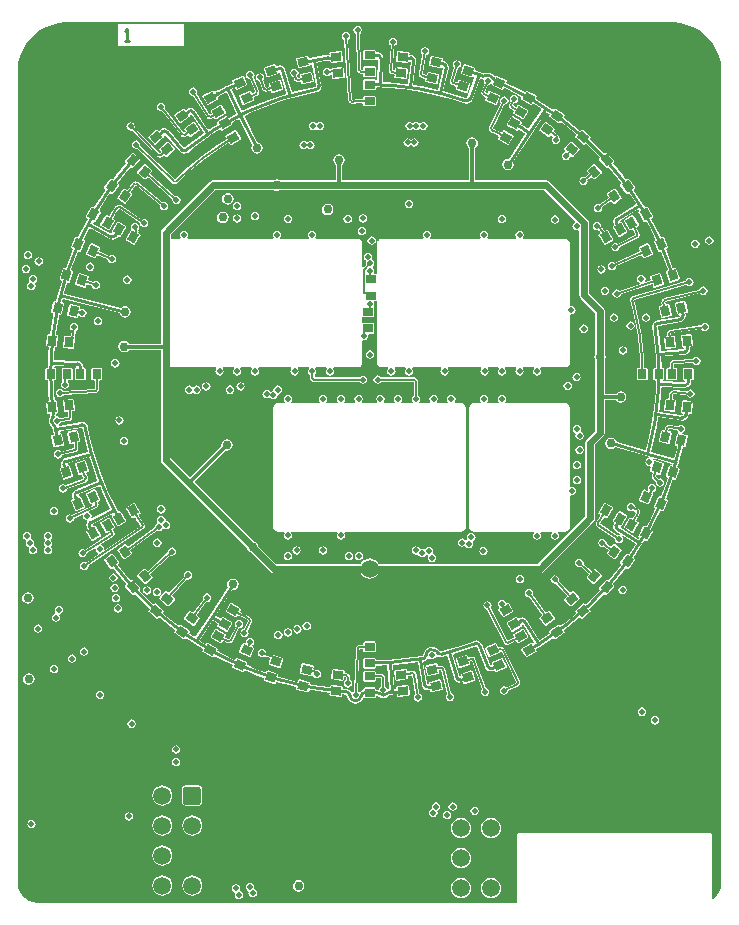
<source format=gbr>
%TF.GenerationSoftware,Altium Limited,Altium Designer,20.1.8 (145)*%
G04 Layer_Physical_Order=1*
G04 Layer_Color=255*
%FSLAX44Y44*%
%MOMM*%
%TF.SameCoordinates,602AE14E-E67F-4A72-A58A-C630FF545DDC*%
%TF.FilePolarity,Positive*%
%TF.FileFunction,Copper,L1,Top,Signal*%
%TF.Part,Single*%
G01*
G75*
%TA.AperFunction,Conductor*%
%ADD10C,0.1270*%
%ADD11C,0.2540*%
%ADD12C,0.1524*%
%TA.AperFunction,SMDPad,CuDef*%
G04:AMPARAMS|DCode=13|XSize=0.85mm|YSize=0.7mm|CornerRadius=0.0035mm|HoleSize=0mm|Usage=FLASHONLY|Rotation=0.000|XOffset=0mm|YOffset=0mm|HoleType=Round|Shape=RoundedRectangle|*
%AMROUNDEDRECTD13*
21,1,0.8500,0.6930,0,0,0.0*
21,1,0.8430,0.7000,0,0,0.0*
1,1,0.0070,0.4215,-0.3465*
1,1,0.0070,-0.4215,-0.3465*
1,1,0.0070,-0.4215,0.3465*
1,1,0.0070,0.4215,0.3465*
%
%ADD13ROUNDEDRECTD13*%
G04:AMPARAMS|DCode=14|XSize=0.85mm|YSize=0.7mm|CornerRadius=0.0035mm|HoleSize=0mm|Usage=FLASHONLY|Rotation=354.000|XOffset=0mm|YOffset=0mm|HoleType=Round|Shape=RoundedRectangle|*
%AMROUNDEDRECTD14*
21,1,0.8500,0.6930,0,0,354.0*
21,1,0.8430,0.7000,0,0,354.0*
1,1,0.0070,0.3830,-0.3887*
1,1,0.0070,-0.4554,-0.3005*
1,1,0.0070,-0.3830,0.3887*
1,1,0.0070,0.4554,0.3005*
%
%ADD14ROUNDEDRECTD14*%
G04:AMPARAMS|DCode=15|XSize=0.85mm|YSize=0.7mm|CornerRadius=0.0035mm|HoleSize=0mm|Usage=FLASHONLY|Rotation=348.000|XOffset=0mm|YOffset=0mm|HoleType=Round|Shape=RoundedRectangle|*
%AMROUNDEDRECTD15*
21,1,0.8500,0.6930,0,0,348.0*
21,1,0.8430,0.7000,0,0,348.0*
1,1,0.0070,0.3403,-0.4266*
1,1,0.0070,-0.4843,-0.2513*
1,1,0.0070,-0.3403,0.4266*
1,1,0.0070,0.4843,0.2513*
%
%ADD15ROUNDEDRECTD15*%
G04:AMPARAMS|DCode=16|XSize=0.85mm|YSize=0.7mm|CornerRadius=0.0035mm|HoleSize=0mm|Usage=FLASHONLY|Rotation=342.000|XOffset=0mm|YOffset=0mm|HoleType=Round|Shape=RoundedRectangle|*
%AMROUNDEDRECTD16*
21,1,0.8500,0.6930,0,0,342.0*
21,1,0.8430,0.7000,0,0,342.0*
1,1,0.0070,0.2938,-0.4598*
1,1,0.0070,-0.5080,-0.1993*
1,1,0.0070,-0.2938,0.4598*
1,1,0.0070,0.5080,0.1993*
%
%ADD16ROUNDEDRECTD16*%
G04:AMPARAMS|DCode=17|XSize=0.85mm|YSize=0.7mm|CornerRadius=0.0035mm|HoleSize=0mm|Usage=FLASHONLY|Rotation=336.000|XOffset=0mm|YOffset=0mm|HoleType=Round|Shape=RoundedRectangle|*
%AMROUNDEDRECTD17*
21,1,0.8500,0.6930,0,0,336.0*
21,1,0.8430,0.7000,0,0,336.0*
1,1,0.0070,0.2441,-0.4880*
1,1,0.0070,-0.5260,-0.1451*
1,1,0.0070,-0.2441,0.4880*
1,1,0.0070,0.5260,0.1451*
%
%ADD17ROUNDEDRECTD17*%
G04:AMPARAMS|DCode=18|XSize=0.85mm|YSize=0.7mm|CornerRadius=0.0035mm|HoleSize=0mm|Usage=FLASHONLY|Rotation=330.000|XOffset=0mm|YOffset=0mm|HoleType=Round|Shape=RoundedRectangle|*
%AMROUNDEDRECTD18*
21,1,0.8500,0.6930,0,0,330.0*
21,1,0.8430,0.7000,0,0,330.0*
1,1,0.0070,0.1918,-0.5108*
1,1,0.0070,-0.5383,-0.0893*
1,1,0.0070,-0.1918,0.5108*
1,1,0.0070,0.5383,0.0893*
%
%ADD18ROUNDEDRECTD18*%
G04:AMPARAMS|DCode=19|XSize=0.85mm|YSize=0.7mm|CornerRadius=0.0035mm|HoleSize=0mm|Usage=FLASHONLY|Rotation=329.996|XOffset=0mm|YOffset=0mm|HoleType=Round|Shape=RoundedRectangle|*
%AMROUNDEDRECTD19*
21,1,0.8500,0.6930,0,0,330.0*
21,1,0.8430,0.7000,0,0,330.0*
1,1,0.0070,0.1918,-0.5108*
1,1,0.0070,-0.5383,-0.0893*
1,1,0.0070,-0.1918,0.5108*
1,1,0.0070,0.5383,0.0893*
%
%ADD19ROUNDEDRECTD19*%
G04:AMPARAMS|DCode=20|XSize=0.85mm|YSize=0.7mm|CornerRadius=0.0035mm|HoleSize=0mm|Usage=FLASHONLY|Rotation=324.000|XOffset=0mm|YOffset=0mm|HoleType=Round|Shape=RoundedRectangle|*
%AMROUNDEDRECTD20*
21,1,0.8500,0.6930,0,0,324.0*
21,1,0.8430,0.7000,0,0,324.0*
1,1,0.0070,0.1373,-0.5281*
1,1,0.0070,-0.5447,-0.0326*
1,1,0.0070,-0.1373,0.5281*
1,1,0.0070,0.5447,0.0326*
%
%ADD20ROUNDEDRECTD20*%
G04:AMPARAMS|DCode=21|XSize=0.85mm|YSize=0.7mm|CornerRadius=0.0035mm|HoleSize=0mm|Usage=FLASHONLY|Rotation=318.000|XOffset=0mm|YOffset=0mm|HoleType=Round|Shape=RoundedRectangle|*
%AMROUNDEDRECTD21*
21,1,0.8500,0.6930,0,0,318.0*
21,1,0.8430,0.7000,0,0,318.0*
1,1,0.0070,0.0814,-0.5395*
1,1,0.0070,-0.5451,0.0245*
1,1,0.0070,-0.0814,0.5395*
1,1,0.0070,0.5451,-0.0245*
%
%ADD21ROUNDEDRECTD21*%
G04:AMPARAMS|DCode=22|XSize=0.85mm|YSize=0.7mm|CornerRadius=0.0035mm|HoleSize=0mm|Usage=FLASHONLY|Rotation=312.000|XOffset=0mm|YOffset=0mm|HoleType=Round|Shape=RoundedRectangle|*
%AMROUNDEDRECTD22*
21,1,0.8500,0.6930,0,0,312.0*
21,1,0.8430,0.7000,0,0,312.0*
1,1,0.0070,0.0245,-0.5451*
1,1,0.0070,-0.5395,0.0814*
1,1,0.0070,-0.0245,0.5451*
1,1,0.0070,0.5395,-0.0814*
%
%ADD22ROUNDEDRECTD22*%
G04:AMPARAMS|DCode=23|XSize=0.85mm|YSize=0.7mm|CornerRadius=0.0035mm|HoleSize=0mm|Usage=FLASHONLY|Rotation=306.000|XOffset=0mm|YOffset=0mm|HoleType=Round|Shape=RoundedRectangle|*
%AMROUNDEDRECTD23*
21,1,0.8500,0.6930,0,0,306.0*
21,1,0.8430,0.7000,0,0,306.0*
1,1,0.0070,-0.0326,-0.5447*
1,1,0.0070,-0.5281,0.1373*
1,1,0.0070,0.0326,0.5447*
1,1,0.0070,0.5281,-0.1373*
%
%ADD23ROUNDEDRECTD23*%
G04:AMPARAMS|DCode=24|XSize=0.85mm|YSize=0.7mm|CornerRadius=0.0035mm|HoleSize=0mm|Usage=FLASHONLY|Rotation=300.000|XOffset=0mm|YOffset=0mm|HoleType=Round|Shape=RoundedRectangle|*
%AMROUNDEDRECTD24*
21,1,0.8500,0.6930,0,0,300.0*
21,1,0.8430,0.7000,0,0,300.0*
1,1,0.0070,-0.0893,-0.5383*
1,1,0.0070,-0.5108,0.1918*
1,1,0.0070,0.0893,0.5383*
1,1,0.0070,0.5108,-0.1918*
%
%ADD24ROUNDEDRECTD24*%
G04:AMPARAMS|DCode=25|XSize=0.85mm|YSize=0.7mm|CornerRadius=0.0035mm|HoleSize=0mm|Usage=FLASHONLY|Rotation=294.000|XOffset=0mm|YOffset=0mm|HoleType=Round|Shape=RoundedRectangle|*
%AMROUNDEDRECTD25*
21,1,0.8500,0.6930,0,0,294.0*
21,1,0.8430,0.7000,0,0,294.0*
1,1,0.0070,-0.1451,-0.5260*
1,1,0.0070,-0.4880,0.2441*
1,1,0.0070,0.1451,0.5260*
1,1,0.0070,0.4880,-0.2441*
%
%ADD25ROUNDEDRECTD25*%
G04:AMPARAMS|DCode=26|XSize=0.85mm|YSize=0.7mm|CornerRadius=0.0035mm|HoleSize=0mm|Usage=FLASHONLY|Rotation=288.000|XOffset=0mm|YOffset=0mm|HoleType=Round|Shape=RoundedRectangle|*
%AMROUNDEDRECTD26*
21,1,0.8500,0.6930,0,0,288.0*
21,1,0.8430,0.7000,0,0,288.0*
1,1,0.0070,-0.1993,-0.5080*
1,1,0.0070,-0.4598,0.2938*
1,1,0.0070,0.1993,0.5080*
1,1,0.0070,0.4598,-0.2938*
%
%ADD26ROUNDEDRECTD26*%
G04:AMPARAMS|DCode=27|XSize=0.85mm|YSize=0.7mm|CornerRadius=0.0035mm|HoleSize=0mm|Usage=FLASHONLY|Rotation=282.000|XOffset=0mm|YOffset=0mm|HoleType=Round|Shape=RoundedRectangle|*
%AMROUNDEDRECTD27*
21,1,0.8500,0.6930,0,0,282.0*
21,1,0.8430,0.7000,0,0,282.0*
1,1,0.0070,-0.2513,-0.4843*
1,1,0.0070,-0.4266,0.3403*
1,1,0.0070,0.2513,0.4843*
1,1,0.0070,0.4266,-0.3403*
%
%ADD27ROUNDEDRECTD27*%
G04:AMPARAMS|DCode=28|XSize=0.85mm|YSize=0.7mm|CornerRadius=0.0035mm|HoleSize=0mm|Usage=FLASHONLY|Rotation=276.000|XOffset=0mm|YOffset=0mm|HoleType=Round|Shape=RoundedRectangle|*
%AMROUNDEDRECTD28*
21,1,0.8500,0.6930,0,0,276.0*
21,1,0.8430,0.7000,0,0,276.0*
1,1,0.0070,-0.3005,-0.4554*
1,1,0.0070,-0.3887,0.3830*
1,1,0.0070,0.3005,0.4554*
1,1,0.0070,0.3887,-0.3830*
%
%ADD28ROUNDEDRECTD28*%
G04:AMPARAMS|DCode=29|XSize=0.85mm|YSize=0.7mm|CornerRadius=0.0035mm|HoleSize=0mm|Usage=FLASHONLY|Rotation=270.000|XOffset=0mm|YOffset=0mm|HoleType=Round|Shape=RoundedRectangle|*
%AMROUNDEDRECTD29*
21,1,0.8500,0.6930,0,0,270.0*
21,1,0.8430,0.7000,0,0,270.0*
1,1,0.0070,-0.3465,-0.4215*
1,1,0.0070,-0.3465,0.4215*
1,1,0.0070,0.3465,0.4215*
1,1,0.0070,0.3465,-0.4215*
%
%ADD29ROUNDEDRECTD29*%
G04:AMPARAMS|DCode=30|XSize=0.85mm|YSize=0.7mm|CornerRadius=0.0035mm|HoleSize=0mm|Usage=FLASHONLY|Rotation=264.000|XOffset=0mm|YOffset=0mm|HoleType=Round|Shape=RoundedRectangle|*
%AMROUNDEDRECTD30*
21,1,0.8500,0.6930,0,0,264.0*
21,1,0.8430,0.7000,0,0,264.0*
1,1,0.0070,-0.3887,-0.3830*
1,1,0.0070,-0.3005,0.4554*
1,1,0.0070,0.3887,0.3830*
1,1,0.0070,0.3005,-0.4554*
%
%ADD30ROUNDEDRECTD30*%
G04:AMPARAMS|DCode=31|XSize=0.85mm|YSize=0.7mm|CornerRadius=0.0035mm|HoleSize=0mm|Usage=FLASHONLY|Rotation=258.000|XOffset=0mm|YOffset=0mm|HoleType=Round|Shape=RoundedRectangle|*
%AMROUNDEDRECTD31*
21,1,0.8500,0.6930,0,0,258.0*
21,1,0.8430,0.7000,0,0,258.0*
1,1,0.0070,-0.4266,-0.3403*
1,1,0.0070,-0.2513,0.4843*
1,1,0.0070,0.4266,0.3403*
1,1,0.0070,0.2513,-0.4843*
%
%ADD31ROUNDEDRECTD31*%
G04:AMPARAMS|DCode=32|XSize=0.85mm|YSize=0.7mm|CornerRadius=0.0035mm|HoleSize=0mm|Usage=FLASHONLY|Rotation=252.000|XOffset=0mm|YOffset=0mm|HoleType=Round|Shape=RoundedRectangle|*
%AMROUNDEDRECTD32*
21,1,0.8500,0.6930,0,0,252.0*
21,1,0.8430,0.7000,0,0,252.0*
1,1,0.0070,-0.4598,-0.2938*
1,1,0.0070,-0.1993,0.5080*
1,1,0.0070,0.4598,0.2938*
1,1,0.0070,0.1993,-0.5080*
%
%ADD32ROUNDEDRECTD32*%
G04:AMPARAMS|DCode=33|XSize=0.85mm|YSize=0.7mm|CornerRadius=0.0035mm|HoleSize=0mm|Usage=FLASHONLY|Rotation=245.984|XOffset=0mm|YOffset=0mm|HoleType=Round|Shape=RoundedRectangle|*
%AMROUNDEDRECTD33*
21,1,0.8500,0.6930,0,0,246.0*
21,1,0.8430,0.7000,0,0,246.0*
1,1,0.0070,-0.4880,-0.2440*
1,1,0.0070,-0.1450,0.5260*
1,1,0.0070,0.4880,0.2440*
1,1,0.0070,0.1450,-0.5260*
%
%ADD33ROUNDEDRECTD33*%
G04:AMPARAMS|DCode=34|XSize=0.85mm|YSize=0.7mm|CornerRadius=0.0035mm|HoleSize=0mm|Usage=FLASHONLY|Rotation=240.000|XOffset=0mm|YOffset=0mm|HoleType=Round|Shape=RoundedRectangle|*
%AMROUNDEDRECTD34*
21,1,0.8500,0.6930,0,0,240.0*
21,1,0.8430,0.7000,0,0,240.0*
1,1,0.0070,-0.5108,-0.1918*
1,1,0.0070,-0.0893,0.5383*
1,1,0.0070,0.5108,0.1918*
1,1,0.0070,0.0893,-0.5383*
%
%ADD34ROUNDEDRECTD34*%
G04:AMPARAMS|DCode=35|XSize=0.85mm|YSize=0.7mm|CornerRadius=0.0035mm|HoleSize=0mm|Usage=FLASHONLY|Rotation=240.000|XOffset=0mm|YOffset=0mm|HoleType=Round|Shape=RoundedRectangle|*
%AMROUNDEDRECTD35*
21,1,0.8500,0.6930,0,0,240.0*
21,1,0.8430,0.7000,0,0,240.0*
1,1,0.0070,-0.5108,-0.1918*
1,1,0.0070,-0.0893,0.5383*
1,1,0.0070,0.5108,0.1918*
1,1,0.0070,0.0893,-0.5383*
%
%ADD35ROUNDEDRECTD35*%
G04:AMPARAMS|DCode=36|XSize=0.85mm|YSize=0.7mm|CornerRadius=0.0035mm|HoleSize=0mm|Usage=FLASHONLY|Rotation=234.000|XOffset=0mm|YOffset=0mm|HoleType=Round|Shape=RoundedRectangle|*
%AMROUNDEDRECTD36*
21,1,0.8500,0.6930,0,0,234.0*
21,1,0.8430,0.7000,0,0,234.0*
1,1,0.0070,-0.5281,-0.1373*
1,1,0.0070,-0.0326,0.5447*
1,1,0.0070,0.5281,0.1373*
1,1,0.0070,0.0326,-0.5447*
%
%ADD36ROUNDEDRECTD36*%
G04:AMPARAMS|DCode=37|XSize=0.85mm|YSize=0.7mm|CornerRadius=0.0035mm|HoleSize=0mm|Usage=FLASHONLY|Rotation=228.000|XOffset=0mm|YOffset=0mm|HoleType=Round|Shape=RoundedRectangle|*
%AMROUNDEDRECTD37*
21,1,0.8500,0.6930,0,0,228.0*
21,1,0.8430,0.7000,0,0,228.0*
1,1,0.0070,-0.5395,-0.0814*
1,1,0.0070,0.0245,0.5451*
1,1,0.0070,0.5395,0.0814*
1,1,0.0070,-0.0245,-0.5451*
%
%ADD37ROUNDEDRECTD37*%
G04:AMPARAMS|DCode=38|XSize=0.85mm|YSize=0.7mm|CornerRadius=0.0035mm|HoleSize=0mm|Usage=FLASHONLY|Rotation=222.000|XOffset=0mm|YOffset=0mm|HoleType=Round|Shape=RoundedRectangle|*
%AMROUNDEDRECTD38*
21,1,0.8500,0.6930,0,0,222.0*
21,1,0.8430,0.7000,0,0,222.0*
1,1,0.0070,-0.5451,-0.0245*
1,1,0.0070,0.0814,0.5395*
1,1,0.0070,0.5451,0.0245*
1,1,0.0070,-0.0814,-0.5395*
%
%ADD38ROUNDEDRECTD38*%
G04:AMPARAMS|DCode=39|XSize=0.85mm|YSize=0.7mm|CornerRadius=0.0035mm|HoleSize=0mm|Usage=FLASHONLY|Rotation=216.000|XOffset=0mm|YOffset=0mm|HoleType=Round|Shape=RoundedRectangle|*
%AMROUNDEDRECTD39*
21,1,0.8500,0.6930,0,0,216.0*
21,1,0.8430,0.7000,0,0,216.0*
1,1,0.0070,-0.5447,0.0326*
1,1,0.0070,0.1373,0.5281*
1,1,0.0070,0.5447,-0.0326*
1,1,0.0070,-0.1373,-0.5281*
%
%ADD39ROUNDEDRECTD39*%
G04:AMPARAMS|DCode=40|XSize=0.85mm|YSize=0.7mm|CornerRadius=0.0035mm|HoleSize=0mm|Usage=FLASHONLY|Rotation=210.000|XOffset=0mm|YOffset=0mm|HoleType=Round|Shape=RoundedRectangle|*
%AMROUNDEDRECTD40*
21,1,0.8500,0.6930,0,0,210.0*
21,1,0.8430,0.7000,0,0,210.0*
1,1,0.0070,-0.5383,0.0893*
1,1,0.0070,0.1918,0.5108*
1,1,0.0070,0.5383,-0.0893*
1,1,0.0070,-0.1918,-0.5108*
%
%ADD40ROUNDEDRECTD40*%
G04:AMPARAMS|DCode=41|XSize=0.85mm|YSize=0.7mm|CornerRadius=0.0035mm|HoleSize=0mm|Usage=FLASHONLY|Rotation=204.000|XOffset=0mm|YOffset=0mm|HoleType=Round|Shape=RoundedRectangle|*
%AMROUNDEDRECTD41*
21,1,0.8500,0.6930,0,0,204.0*
21,1,0.8430,0.7000,0,0,204.0*
1,1,0.0070,-0.5260,0.1451*
1,1,0.0070,0.2441,0.4880*
1,1,0.0070,0.5260,-0.1451*
1,1,0.0070,-0.2441,-0.4880*
%
%ADD41ROUNDEDRECTD41*%
G04:AMPARAMS|DCode=42|XSize=0.85mm|YSize=0.7mm|CornerRadius=0.0035mm|HoleSize=0mm|Usage=FLASHONLY|Rotation=198.000|XOffset=0mm|YOffset=0mm|HoleType=Round|Shape=RoundedRectangle|*
%AMROUNDEDRECTD42*
21,1,0.8500,0.6930,0,0,198.0*
21,1,0.8430,0.7000,0,0,198.0*
1,1,0.0070,-0.5080,0.1993*
1,1,0.0070,0.2938,0.4598*
1,1,0.0070,0.5080,-0.1993*
1,1,0.0070,-0.2938,-0.4598*
%
%ADD42ROUNDEDRECTD42*%
G04:AMPARAMS|DCode=43|XSize=0.85mm|YSize=0.7mm|CornerRadius=0.0035mm|HoleSize=0mm|Usage=FLASHONLY|Rotation=191.972|XOffset=0mm|YOffset=0mm|HoleType=Round|Shape=RoundedRectangle|*
%AMROUNDEDRECTD43*
21,1,0.8500,0.6930,0,0,192.0*
21,1,0.8430,0.7000,0,0,192.0*
1,1,0.0070,-0.4842,0.2515*
1,1,0.0070,0.3404,0.4264*
1,1,0.0070,0.4842,-0.2515*
1,1,0.0070,-0.3404,-0.4264*
%
%ADD43ROUNDEDRECTD43*%
G04:AMPARAMS|DCode=44|XSize=0.85mm|YSize=0.7mm|CornerRadius=0.0035mm|HoleSize=0mm|Usage=FLASHONLY|Rotation=186.000|XOffset=0mm|YOffset=0mm|HoleType=Round|Shape=RoundedRectangle|*
%AMROUNDEDRECTD44*
21,1,0.8500,0.6930,0,0,186.0*
21,1,0.8430,0.7000,0,0,186.0*
1,1,0.0070,-0.4554,0.3005*
1,1,0.0070,0.3830,0.3887*
1,1,0.0070,0.4554,-0.3005*
1,1,0.0070,-0.3830,-0.3887*
%
%ADD44ROUNDEDRECTD44*%
%TA.AperFunction,Conductor*%
%ADD45C,0.6096*%
%ADD46C,0.3048*%
%ADD47C,0.2032*%
%ADD48C,0.1778*%
%TA.AperFunction,NonConductor*%
%ADD49C,0.2540*%
%TA.AperFunction,ComponentPad*%
G04:AMPARAMS|DCode=50|XSize=1.5mm|YSize=1.5mm|CornerRadius=0.1875mm|HoleSize=0mm|Usage=FLASHONLY|Rotation=270.000|XOffset=0mm|YOffset=0mm|HoleType=Round|Shape=RoundedRectangle|*
%AMROUNDEDRECTD50*
21,1,1.5000,1.1250,0,0,270.0*
21,1,1.1250,1.5000,0,0,270.0*
1,1,0.3750,-0.5625,-0.5625*
1,1,0.3750,-0.5625,0.5625*
1,1,0.3750,0.5625,0.5625*
1,1,0.3750,0.5625,-0.5625*
%
%ADD50ROUNDEDRECTD50*%
%ADD51C,1.5000*%
G04:AMPARAMS|DCode=52|XSize=1.5mm|YSize=1.5mm|CornerRadius=0.15mm|HoleSize=0mm|Usage=FLASHONLY|Rotation=180.000|XOffset=0mm|YOffset=0mm|HoleType=Round|Shape=RoundedRectangle|*
%AMROUNDEDRECTD52*
21,1,1.5000,1.2000,0,0,180.0*
21,1,1.2000,1.5000,0,0,180.0*
1,1,0.3000,-0.6000,0.6000*
1,1,0.3000,0.6000,0.6000*
1,1,0.3000,0.6000,-0.6000*
1,1,0.3000,-0.6000,-0.6000*
%
%ADD52ROUNDEDRECTD52*%
%TA.AperFunction,ViaPad*%
%ADD53C,5.5000*%
%TA.AperFunction,ComponentPad*%
%ADD54C,0.5600*%
%ADD55O,2.2000X1.1000*%
%ADD56O,1.9000X1.1000*%
%TA.AperFunction,ViaPad*%
%ADD57C,0.7600*%
%ADD58C,0.4600*%
%ADD59C,0.9000*%
%ADD60C,1.5000*%
G36*
X263399Y297226D02*
X268839Y295768D01*
X274042Y293613D01*
X278919Y290797D01*
X283387Y287369D01*
X287369Y283387D01*
X290797Y278919D01*
X293613Y274042D01*
X295768Y268839D01*
X297226Y263399D01*
X297961Y257816D01*
Y255000D01*
Y-430000D01*
Y-431769D01*
X297271Y-435239D01*
X295917Y-438508D01*
X293951Y-441449D01*
X291449Y-443951D01*
X290820Y-444372D01*
X289924Y-443893D01*
Y-390169D01*
X289602Y-389391D01*
X288824Y-389069D01*
X125746D01*
X124969Y-389391D01*
X124647Y-390169D01*
Y-447835D01*
X124563Y-447961D01*
X-281769D01*
X-285239Y-447271D01*
X-288508Y-445917D01*
X-291449Y-443951D01*
X-293951Y-441449D01*
X-295917Y-438508D01*
X-297271Y-435239D01*
X-297961Y-431769D01*
Y-430000D01*
Y255000D01*
Y257816D01*
X-297226Y263399D01*
X-295768Y268839D01*
X-293613Y274042D01*
X-290797Y278919D01*
X-287369Y283387D01*
X-283387Y287369D01*
X-278919Y290797D01*
X-274042Y293613D01*
X-268839Y295768D01*
X-263399Y297226D01*
X-257816Y297961D01*
X257816D01*
X263399Y297226D01*
D02*
G37*
%LPC*%
G36*
X-157000Y296000D02*
X-213000D01*
Y278000D01*
X-157000D01*
Y296000D01*
D02*
G37*
G36*
X-24512Y273539D02*
X-32896Y272658D01*
X-33661Y272242D01*
X-33908Y271407D01*
X-33782Y270210D01*
X-35485Y270008D01*
X-35531Y269993D01*
X-35578Y269996D01*
X-37868Y269685D01*
X-37891Y269677D01*
X-37915Y269678D01*
X-37918Y269678D01*
X-37928Y269674D01*
X-37938Y269675D01*
X-42552Y268985D01*
X-42597Y268969D01*
X-42644Y268971D01*
X-47270Y268197D01*
X-47279Y268193D01*
X-47290Y268193D01*
X-47299Y268190D01*
X-47310Y268190D01*
X-51373Y267437D01*
X-51621Y268602D01*
X-52114Y269319D01*
X-52970Y269478D01*
X-61216Y267725D01*
X-61933Y267232D01*
X-62092Y266376D01*
X-60651Y259598D01*
X-60158Y258880D01*
X-59302Y258722D01*
X-51056Y260474D01*
X-50339Y260967D01*
X-50180Y261823D01*
X-49503Y262354D01*
X-48505Y261665D01*
X-45278Y243363D01*
X-45323Y243345D01*
X-45354Y243340D01*
X-46293Y242981D01*
X-59206Y240210D01*
X-65947Y238330D01*
X-71476Y257710D01*
X-71525Y257805D01*
X-71617Y258266D01*
X-72683Y259863D01*
X-74280Y260929D01*
X-76163Y261304D01*
X-77384Y261061D01*
X-77592Y261040D01*
X-77600Y261037D01*
X-77603Y261036D01*
X-77607Y261035D01*
X-79043Y260589D01*
X-79415Y261735D01*
X-79980Y262397D01*
X-80848Y262465D01*
X-88865Y259860D01*
X-89528Y259295D01*
X-89596Y258427D01*
X-87454Y251836D01*
X-86889Y251174D01*
X-86021Y251105D01*
X-78004Y253710D01*
X-77341Y254276D01*
X-77273Y255144D01*
X-76584Y255643D01*
X-75564Y255049D01*
X-70635Y237772D01*
X-71132Y236885D01*
X-73602Y236196D01*
X-87729Y231322D01*
X-101536Y225603D01*
X-108230Y222343D01*
X-116846Y240009D01*
X-116507Y240967D01*
X-114379Y241959D01*
X-113428Y241603D01*
X-113299Y241315D01*
X-112668Y240715D01*
X-111797Y240738D01*
X-104096Y244167D01*
X-103497Y244799D01*
X-103520Y245669D01*
X-106338Y252000D01*
X-106970Y252599D01*
X-107840Y252576D01*
X-115541Y249147D01*
X-116141Y248516D01*
X-116118Y247646D01*
X-115619Y246524D01*
X-119345Y244787D01*
X-119366Y244771D01*
X-119391Y244765D01*
X-121487Y243731D01*
X-121511Y243713D01*
X-121539Y243705D01*
X-121541Y243704D01*
X-121544Y243702D01*
X-121546Y243701D01*
X-125709Y241580D01*
X-125744Y241553D01*
X-125786Y241540D01*
X-129903Y239351D01*
X-129944Y239317D01*
X-129996Y239300D01*
X-131495Y238461D01*
X-132097Y239504D01*
X-132788Y240034D01*
X-133651Y239920D01*
X-140952Y235705D01*
X-141482Y235014D01*
X-141368Y234151D01*
X-137903Y228150D01*
X-137212Y227620D01*
X-136349Y227733D01*
X-129048Y231948D01*
X-128518Y232639D01*
X-128632Y233502D01*
X-128802Y233797D01*
X-128576Y234619D01*
X-127679Y235162D01*
X-127678Y235162D01*
X-127676Y235163D01*
X-127714Y235236D01*
X-124465Y236963D01*
X-123559Y237352D01*
X-123557Y237353D01*
X-123579Y237397D01*
X-123593Y237427D01*
X-121980Y238249D01*
X-121016Y237926D01*
X-112736Y220949D01*
X-113067Y219988D01*
X-114972Y219060D01*
X-118987Y216796D01*
X-119597Y217853D01*
X-120288Y218383D01*
X-121151Y218270D01*
X-128452Y214055D01*
X-128982Y213364D01*
X-128868Y212501D01*
X-128300Y211518D01*
X-136349Y206314D01*
X-147618Y223021D01*
X-147778Y223179D01*
X-148180Y223781D01*
X-149776Y224848D01*
X-151659Y225222D01*
X-153542Y224848D01*
X-154226Y224390D01*
X-154458Y224288D01*
X-154465Y224283D01*
X-154467Y224281D01*
X-154470Y224279D01*
X-155701Y223410D01*
X-156408Y224384D01*
X-157151Y224839D01*
X-157997Y224636D01*
X-164817Y219681D01*
X-165272Y218938D01*
X-165069Y218092D01*
X-160996Y212485D01*
X-160253Y212030D01*
X-159407Y212234D01*
X-152587Y217188D01*
X-152132Y217931D01*
X-152335Y218778D01*
X-151854Y219443D01*
X-150680Y219224D01*
X-140447Y204053D01*
X-140538Y203605D01*
X-152575Y194748D01*
X-156223Y191708D01*
X-156489Y191530D01*
X-157258Y191157D01*
X-157365Y191166D01*
X-170106Y206350D01*
X-170140Y206378D01*
X-170163Y206416D01*
X-170163Y206416D01*
X-170174Y206424D01*
X-170357Y206698D01*
X-171954Y207765D01*
X-173837Y208140D01*
X-175720Y207765D01*
X-176967Y206932D01*
X-177035Y206893D01*
X-178185Y205893D01*
X-179006Y206806D01*
X-179792Y207181D01*
X-180613Y206890D01*
X-186877Y201249D01*
X-187252Y200463D01*
X-186961Y199643D01*
X-182325Y194492D01*
X-181539Y194118D01*
X-180718Y194408D01*
X-174453Y200049D01*
X-174078Y200835D01*
X-174369Y201656D01*
X-173938Y202359D01*
X-172748Y202247D01*
X-160887Y188111D01*
X-160846Y188078D01*
X-160635Y187763D01*
X-159039Y186696D01*
X-157156Y186322D01*
X-155273Y186696D01*
X-154075Y187497D01*
X-154018Y187428D01*
X-149676Y191047D01*
X-137868Y199736D01*
X-135682Y201149D01*
X-135678Y201151D01*
X-135675Y201153D01*
X-126567Y207043D01*
X-125579Y206804D01*
X-125403Y206499D01*
X-124712Y205969D01*
X-123849Y206083D01*
X-116548Y210298D01*
X-116018Y210989D01*
X-116132Y211852D01*
X-116276Y212101D01*
X-116008Y213081D01*
X-112787Y214898D01*
X-110342Y216088D01*
X-99326Y193993D01*
X-99896Y193141D01*
X-100270Y191261D01*
X-99896Y189382D01*
X-98832Y187789D01*
X-97239Y186725D01*
X-95359Y186351D01*
X-93480Y186725D01*
X-91887Y187789D01*
X-90823Y189382D01*
X-90449Y191261D01*
X-90823Y193141D01*
X-91887Y194734D01*
X-93480Y195798D01*
X-95186Y196137D01*
X-105829Y217483D01*
X-105502Y218445D01*
X-99606Y221316D01*
X-86062Y226926D01*
X-72203Y231708D01*
X-58081Y235645D01*
X-44583Y238542D01*
X-44583Y238575D01*
X-43600Y238770D01*
X-42003Y239837D01*
X-40936Y241433D01*
X-40562Y243316D01*
X-40692Y243970D01*
X-40687Y244172D01*
X-44056Y263277D01*
X-43470Y264106D01*
X-41875Y264373D01*
X-41862Y264295D01*
X-41859Y264296D01*
X-41863Y264375D01*
X-38253Y264914D01*
X-37237Y264987D01*
X-37235Y264988D01*
X-36270Y265198D01*
X-34950Y265378D01*
X-34950Y265376D01*
X-34939Y265300D01*
X-34936Y265301D01*
Y265301D01*
X-34034Y265409D01*
X-33208Y264749D01*
X-33184Y264515D01*
X-32768Y263750D01*
X-31934Y263503D01*
X-23550Y264384D01*
X-22785Y264799D01*
X-22537Y265634D01*
X-23262Y272526D01*
X-23677Y273291D01*
X-24512Y273539D01*
D02*
G37*
G36*
X-23049Y259615D02*
X-31432Y258734D01*
X-32197Y258319D01*
X-32249Y258144D01*
X-33359Y257976D01*
X-33383Y258013D01*
X-34541Y258786D01*
X-35907Y259058D01*
X-37272Y258786D01*
X-38430Y258013D01*
X-39204Y256855D01*
X-39475Y255489D01*
X-39204Y254123D01*
X-38430Y252966D01*
X-37272Y252192D01*
X-35907Y251921D01*
X-34541Y252192D01*
X-33383Y252966D01*
X-33045Y253472D01*
X-31996Y253214D01*
X-31720Y250592D01*
X-31305Y249827D01*
X-30470Y249580D01*
X-22086Y250461D01*
X-21321Y250876D01*
X-21074Y251711D01*
X-21798Y258603D01*
X-22214Y259368D01*
X-23049Y259615D01*
D02*
G37*
G36*
X-10165Y294641D02*
X-11530Y294370D01*
X-12688Y293596D01*
X-13461Y292438D01*
X-13733Y291073D01*
X-13461Y289707D01*
X-12688Y288549D01*
X-11739Y287915D01*
X-10670Y257304D01*
X-10670Y257304D01*
X-10679Y257304D01*
X-10454Y256174D01*
X-9751Y255121D01*
X-8698Y254417D01*
X-7455Y254170D01*
X-7371Y254187D01*
X-6355Y254228D01*
X-6080Y254235D01*
X-5353Y253526D01*
Y252535D01*
X-5019Y251731D01*
X-4215Y251397D01*
X4215D01*
X5019Y251731D01*
X5353Y252535D01*
Y259465D01*
X5019Y260269D01*
X4215Y260602D01*
X-4215D01*
X-5019Y260269D01*
X-5353Y259465D01*
Y257622D01*
X-7254Y257572D01*
X-7268Y257604D01*
X-7312Y257622D01*
X-8375Y288059D01*
X-7641Y288549D01*
X-6868Y289707D01*
X-6596Y291073D01*
X-6868Y292438D01*
X-7641Y293596D01*
X-8799Y294370D01*
X-10165Y294641D01*
D02*
G37*
G36*
X19654Y284632D02*
X18288Y284361D01*
X17131Y283587D01*
X16357Y282429D01*
X16085Y281064D01*
X16357Y279698D01*
X17131Y278540D01*
X17760Y278119D01*
X16284Y257003D01*
X16286Y256985D01*
X16246Y256785D01*
X16494Y255543D01*
X17197Y254490D01*
X18250Y253786D01*
X19117Y253614D01*
X19240Y253579D01*
X20528Y253478D01*
X21177Y252696D01*
X21074Y251711D01*
X21321Y250876D01*
X22086Y250461D01*
X30470Y249580D01*
X31305Y249827D01*
X31720Y250592D01*
X32445Y257484D01*
X32197Y258319D01*
X31432Y258734D01*
X23048Y259615D01*
X22214Y259368D01*
X21798Y258603D01*
X21606Y256770D01*
X19702Y256920D01*
X19680Y256973D01*
X19657Y256982D01*
X21115Y277831D01*
X22177Y278540D01*
X22951Y279698D01*
X23222Y281064D01*
X22951Y282429D01*
X22177Y283587D01*
X21019Y284361D01*
X19654Y284632D01*
D02*
G37*
G36*
X-63565Y258514D02*
X-64931Y258242D01*
X-66088Y257469D01*
X-66862Y256311D01*
X-67133Y254945D01*
X-66862Y253580D01*
X-66088Y252422D01*
X-64931Y251648D01*
X-64285Y251520D01*
X-63645Y249414D01*
X-63618Y249363D01*
X-63567Y249106D01*
X-62863Y248053D01*
X-61810Y247349D01*
X-60568Y247102D01*
X-60053Y247204D01*
X-59872Y247208D01*
X-58806Y247444D01*
X-57951Y246895D01*
X-57741Y245904D01*
X-57247Y245186D01*
X-56391Y245027D01*
X-48145Y246780D01*
X-47428Y247273D01*
X-47269Y248129D01*
X-48710Y254908D01*
X-49203Y255625D01*
X-50059Y255784D01*
X-58305Y254031D01*
X-59023Y253538D01*
X-59181Y252682D01*
X-58801Y250894D01*
X-60393Y250541D01*
X-60480Y250577D01*
X-61041Y252424D01*
X-60268Y253580D01*
X-59996Y254945D01*
X-60268Y256311D01*
X-61042Y257469D01*
X-62199Y258242D01*
X-63565Y258514D01*
D02*
G37*
G36*
X46910Y276568D02*
X45544Y276296D01*
X44386Y275522D01*
X43613Y274365D01*
X43341Y272999D01*
X43613Y271633D01*
X44386Y270476D01*
X44611Y270326D01*
X41876Y254407D01*
X41880Y254254D01*
X41787Y253788D01*
X42068Y252376D01*
X42867Y251180D01*
X44064Y250380D01*
X44646Y250264D01*
X44825Y250194D01*
X46414Y249907D01*
X46618Y249850D01*
X47386Y248796D01*
X47384Y248670D01*
X47269Y248129D01*
X47428Y247273D01*
X48145Y246780D01*
X56391Y245027D01*
X57247Y245186D01*
X57741Y245903D01*
X59181Y252682D01*
X59023Y253538D01*
X58305Y254031D01*
X50059Y255784D01*
X49203Y255625D01*
X48710Y254908D01*
X48553Y254170D01*
X48484Y254031D01*
X48045Y253296D01*
X46522Y253571D01*
X46438Y253589D01*
X46390Y253602D01*
X45549Y253836D01*
X45602Y254610D01*
X45614Y254734D01*
X45630Y254845D01*
X48179Y269683D01*
X48275Y269702D01*
X49433Y270476D01*
X50207Y271633D01*
X50478Y272999D01*
X50207Y274365D01*
X49433Y275522D01*
X48275Y276296D01*
X46910Y276568D01*
D02*
G37*
G36*
X-100884Y256437D02*
X-102250Y256165D01*
X-103408Y255392D01*
X-104181Y254234D01*
X-104453Y252868D01*
X-104181Y251503D01*
X-103408Y250345D01*
X-102250Y249571D01*
X-101306Y249384D01*
X-97320Y239391D01*
X-97973Y238337D01*
X-98593Y238103D01*
X-98618Y238098D01*
X-98654Y238074D01*
X-98963Y237933D01*
X-100245Y238314D01*
X-100644Y239210D01*
X-101276Y239809D01*
X-102146Y239787D01*
X-109847Y236358D01*
X-110447Y235726D01*
X-110424Y234856D01*
X-107605Y228525D01*
X-106973Y227926D01*
X-106103Y227948D01*
X-98402Y231377D01*
X-97803Y232009D01*
X-97825Y232879D01*
X-98227Y233782D01*
X-98049Y234237D01*
X-97284Y234871D01*
X-97284Y234871D01*
X-97279Y234873D01*
X-96573Y235240D01*
X-95630Y235618D01*
X-95609Y235622D01*
X-94555Y236326D01*
X-93852Y237379D01*
X-93604Y238622D01*
X-93846Y239837D01*
X-93846D01*
X-93878Y239850D01*
X-98176Y250622D01*
X-97587Y251503D01*
X-97316Y252868D01*
X-97587Y254234D01*
X-98361Y255392D01*
X-99519Y256165D01*
X-100884Y256437D01*
D02*
G37*
G36*
X-92586Y254535D02*
X-93952Y254263D01*
X-95110Y253490D01*
X-95883Y252332D01*
X-96155Y250966D01*
X-95883Y249601D01*
X-95110Y248443D01*
X-93952Y247669D01*
X-93102Y247500D01*
X-90711Y241020D01*
X-90714Y241011D01*
X-90718Y241010D01*
X-90695Y240897D01*
X-89992Y239844D01*
X-88938Y239140D01*
X-87696Y238893D01*
X-86618Y239107D01*
Y239107D01*
X-86617Y239110D01*
X-86616Y239110D01*
X-84807Y239755D01*
X-84592Y239809D01*
X-83406Y239283D01*
X-83336Y239159D01*
X-83128Y238521D01*
X-82563Y237859D01*
X-81695Y237791D01*
X-73677Y240396D01*
X-73015Y240961D01*
X-72947Y241829D01*
X-75088Y248420D01*
X-75654Y249082D01*
X-76522Y249150D01*
X-84539Y246545D01*
X-85201Y245980D01*
X-85270Y245112D01*
X-84988Y244244D01*
X-84994Y243267D01*
X-84996Y243261D01*
X-87559Y242348D01*
X-87622Y242374D01*
X-89933Y248637D01*
X-89289Y249601D01*
X-89018Y250966D01*
X-89289Y252332D01*
X-90063Y253490D01*
X-91221Y254263D01*
X-92586Y254535D01*
D02*
G37*
G36*
X73900Y265597D02*
X72534Y265325D01*
X71376Y264552D01*
X70603Y263394D01*
X70331Y262029D01*
X70603Y260663D01*
X71376Y259505D01*
X71429Y259470D01*
X68282Y248312D01*
X68267Y248124D01*
X68130Y247435D01*
X68377Y246192D01*
X69081Y245139D01*
X70134Y244436D01*
X70413Y244380D01*
X70477Y244347D01*
X72315Y243811D01*
X72520Y243730D01*
X73172Y242603D01*
X73157Y242476D01*
X72947Y241829D01*
X73015Y240961D01*
X73677Y240396D01*
X81695Y237791D01*
X82563Y237859D01*
X83128Y238521D01*
X85270Y245112D01*
X85201Y245980D01*
X84539Y246545D01*
X76522Y249150D01*
X75654Y249082D01*
X75088Y248420D01*
X74815Y247579D01*
X74731Y247447D01*
X74228Y246760D01*
X71604Y247525D01*
X71577Y247591D01*
X74686Y258616D01*
X75265Y258731D01*
X76423Y259505D01*
X77197Y260663D01*
X77468Y262029D01*
X77197Y263394D01*
X76423Y264552D01*
X75265Y265325D01*
X73900Y265597D01*
D02*
G37*
G36*
X-19985Y289371D02*
X-21351Y289099D01*
X-22509Y288326D01*
X-23282Y287168D01*
X-23554Y285802D01*
X-23282Y284436D01*
X-22509Y283279D01*
X-21447Y282569D01*
X-17899Y231836D01*
X-17874Y231744D01*
X-17690Y230818D01*
X-16986Y229765D01*
X-15933Y229061D01*
X-14691Y228814D01*
X-14503Y228851D01*
X-14494Y228850D01*
X-12977Y228943D01*
X-12002Y228874D01*
X-11460Y228970D01*
X-11028Y229045D01*
X-8990Y229134D01*
X-8016Y229043D01*
X-7454Y229131D01*
X-7034Y229194D01*
X-7003Y229194D01*
X-6013Y229147D01*
X-5353Y228498D01*
Y227535D01*
X-5019Y226731D01*
X-4215Y226397D01*
X4215D01*
X5019Y226731D01*
X5353Y227535D01*
Y234465D01*
X5019Y235269D01*
X4215Y235603D01*
X-4215D01*
X-5019Y235269D01*
X-5353Y234465D01*
Y232590D01*
X-7134Y232559D01*
X-8046Y232543D01*
X-8063Y232560D01*
X-8141Y232544D01*
X-8152Y232540D01*
X-8152Y232540D01*
X-9067Y232500D01*
X-11126Y232410D01*
X-12141Y232370D01*
D01*
X-13145Y232305D01*
X-14493Y232223D01*
X-14503Y232248D01*
X-14554Y232269D01*
X-18092Y282858D01*
X-17462Y283279D01*
X-16688Y284436D01*
X-16417Y285802D01*
X-16688Y287168D01*
X-17462Y288326D01*
X-18620Y289099D01*
X-19985Y289371D01*
D02*
G37*
G36*
X122340Y236099D02*
X120975Y235827D01*
X119817Y235054D01*
X119043Y233896D01*
X118772Y232530D01*
X119043Y231165D01*
X119422Y230599D01*
X118418Y228691D01*
X118404Y228644D01*
X118265Y228436D01*
X118018Y227194D01*
X118265Y225951D01*
X118969Y224898D01*
X119548Y224511D01*
X119680Y224415D01*
X119754Y224354D01*
X119796Y224324D01*
X120327Y223941D01*
X120330Y223940D01*
X121237Y223556D01*
X121425Y223454D01*
X121611Y223328D01*
X122010Y222099D01*
X121959Y221945D01*
X121632Y221378D01*
X121518Y220515D01*
X122048Y219824D01*
X129349Y215609D01*
X130212Y215495D01*
X130903Y216025D01*
X134368Y222027D01*
X134482Y222890D01*
X133952Y223581D01*
X126651Y227796D01*
X125788Y227910D01*
X125097Y227379D01*
X124653Y226610D01*
X124540Y226498D01*
X123922Y225929D01*
X121979Y226984D01*
X121903Y227417D01*
X121832Y227950D01*
X122368Y228967D01*
X123706Y229234D01*
X124864Y230007D01*
X125637Y231165D01*
X125909Y232530D01*
X125637Y233896D01*
X124864Y235054D01*
X123706Y235827D01*
X122340Y236099D01*
D02*
G37*
G36*
X-149305Y242506D02*
X-150670Y242234D01*
X-151828Y241461D01*
X-152602Y240303D01*
X-152873Y238938D01*
X-152602Y237572D01*
X-151828Y236414D01*
X-150670Y235641D01*
X-149305Y235369D01*
X-149087Y235412D01*
X-137892Y217497D01*
X-137764Y217361D01*
X-137460Y216906D01*
X-136407Y216202D01*
X-135164Y215955D01*
X-133922Y216202D01*
X-133604Y216415D01*
X-133484Y216459D01*
X-132383Y217134D01*
X-131398Y216884D01*
X-130903Y216025D01*
X-130212Y215495D01*
X-129349Y215609D01*
X-122048Y219824D01*
X-121518Y220515D01*
X-121632Y221378D01*
X-125097Y227379D01*
X-125788Y227910D01*
X-126651Y227796D01*
X-133952Y223581D01*
X-134482Y222890D01*
X-134368Y222027D01*
X-133446Y220431D01*
X-135078Y219431D01*
X-135149Y219460D01*
X-146245Y237217D01*
X-146008Y237572D01*
X-145736Y238938D01*
X-146008Y240303D01*
X-146781Y241461D01*
X-147939Y242234D01*
X-149305Y242506D01*
D02*
G37*
G36*
X39745Y213608D02*
X38379Y213336D01*
X37221Y212563D01*
X36122Y212746D01*
X35311Y213288D01*
X33945Y213560D01*
X32579Y213288D01*
X31422Y212515D01*
X30648Y211357D01*
X30376Y209991D01*
X30648Y208626D01*
X31422Y207468D01*
X32579Y206695D01*
X33945Y206423D01*
X35311Y206695D01*
X36468Y207468D01*
X37568Y207285D01*
X38379Y206742D01*
X39745Y206471D01*
X41110Y206742D01*
X41922Y207285D01*
X43021Y207468D01*
X44179Y206695D01*
X45545Y206423D01*
X46910Y206695D01*
X48068Y207468D01*
X48841Y208626D01*
X49113Y209991D01*
X48841Y211357D01*
X48068Y212515D01*
X46910Y213288D01*
X45545Y213560D01*
X44179Y213288D01*
X43368Y212746D01*
X42268Y212563D01*
X41110Y213336D01*
X39745Y213608D01*
D02*
G37*
G36*
X-41973Y213560D02*
X-43338Y213288D01*
X-44496Y212515D01*
X-45250D01*
X-46407Y213288D01*
X-47773Y213560D01*
X-49138Y213288D01*
X-50296Y212515D01*
X-51070Y211357D01*
X-51342Y209991D01*
X-51070Y208626D01*
X-50296Y207468D01*
X-49138Y206695D01*
X-47773Y206423D01*
X-46407Y206695D01*
X-45250Y207468D01*
X-44496D01*
X-43338Y206695D01*
X-41973Y206423D01*
X-40607Y206695D01*
X-39450Y207468D01*
X-38676Y208626D01*
X-38404Y209991D01*
X-38676Y211357D01*
X-39450Y212515D01*
X-40607Y213288D01*
X-41973Y213560D01*
D02*
G37*
G36*
X-176387Y229334D02*
X-177753Y229062D01*
X-178910Y228288D01*
X-179684Y227131D01*
X-179956Y225765D01*
X-179684Y224400D01*
X-178910Y223242D01*
X-177753Y222468D01*
X-176387Y222197D01*
X-175823Y222309D01*
X-159868Y201888D01*
X-159803Y201831D01*
X-159633Y201576D01*
X-158579Y200873D01*
X-157337Y200626D01*
X-156095Y200873D01*
X-155554Y201234D01*
X-155379Y201320D01*
X-154355Y202106D01*
X-153349Y201961D01*
X-152767Y201159D01*
X-152024Y200704D01*
X-151178Y200907D01*
X-144358Y205862D01*
X-143903Y206605D01*
X-144106Y207451D01*
X-148179Y213058D01*
X-148922Y213513D01*
X-149768Y213309D01*
X-156588Y208354D01*
X-157043Y207612D01*
X-156840Y206765D01*
X-155757Y205274D01*
X-157273Y204111D01*
X-157337Y204137D01*
X-157349Y204132D01*
X-173133Y224335D01*
X-173090Y224400D01*
X-172819Y225765D01*
X-173090Y227131D01*
X-173864Y228288D01*
X-175021Y229062D01*
X-176387Y229334D01*
D02*
G37*
G36*
X38025Y199478D02*
X36660Y199206D01*
X35502Y198433D01*
X34749D01*
X33591Y199206D01*
X32225Y199478D01*
X30860Y199206D01*
X29702Y198433D01*
X28928Y197275D01*
X28657Y195910D01*
X28928Y194544D01*
X29702Y193386D01*
X30860Y192613D01*
X32225Y192341D01*
X33591Y192613D01*
X34749Y193386D01*
X35502D01*
X36660Y192613D01*
X38025Y192341D01*
X39391Y192613D01*
X40549Y193386D01*
X41322Y194544D01*
X41594Y195910D01*
X41322Y197275D01*
X40549Y198433D01*
X39391Y199206D01*
X38025Y199478D01*
D02*
G37*
G36*
X-49983Y197192D02*
X-51348Y196920D01*
X-52506Y196147D01*
X-53259D01*
X-54417Y196920D01*
X-55783Y197192D01*
X-57148Y196920D01*
X-58306Y196147D01*
X-59079Y194989D01*
X-59351Y193624D01*
X-59079Y192258D01*
X-58306Y191100D01*
X-57148Y190327D01*
X-55783Y190055D01*
X-54417Y190327D01*
X-53259Y191100D01*
X-52506D01*
X-51348Y190327D01*
X-49983Y190055D01*
X-48617Y190327D01*
X-47459Y191100D01*
X-46686Y192258D01*
X-46414Y193624D01*
X-46686Y194989D01*
X-47459Y196147D01*
X-48617Y196920D01*
X-49983Y197192D01*
D02*
G37*
G36*
X148922Y213513D02*
X148179Y213058D01*
X144106Y207451D01*
X143903Y206605D01*
X144358Y205862D01*
X151178Y200907D01*
X152024Y200704D01*
X152767Y201159D01*
X153348Y201958D01*
X153805Y202028D01*
X154744Y201675D01*
X154756Y201670D01*
X154756Y201669D01*
X155129Y200732D01*
X155128Y200719D01*
X154355Y199561D01*
X154083Y198195D01*
X154355Y196830D01*
X155128Y195672D01*
X156286Y194899D01*
X157652Y194627D01*
X159017Y194899D01*
X160175Y195672D01*
X160949Y196830D01*
X161220Y198195D01*
X160949Y199561D01*
X160544Y200167D01*
X160324Y201275D01*
X159678Y202241D01*
X159461Y202386D01*
X159410Y202447D01*
X159407Y202450D01*
X159397Y202455D01*
X159390Y202463D01*
X156895Y204413D01*
X156871Y204425D01*
X156854Y204444D01*
X156850Y204447D01*
X156844Y204450D01*
X156839Y204455D01*
X155752Y205267D01*
X156840Y206765D01*
X157043Y207612D01*
X156588Y208354D01*
X149768Y213309D01*
X148922Y213513D01*
D02*
G37*
G36*
X114110Y234962D02*
X112745Y234690D01*
X111587Y233917D01*
X110814Y232759D01*
X110542Y231393D01*
X110814Y230028D01*
X111243Y229385D01*
X103757Y214205D01*
X101333Y209288D01*
X101329Y209273D01*
X101218Y209108D01*
X100971Y207865D01*
X101218Y206623D01*
X101922Y205570D01*
X102694Y205054D01*
X102776Y204990D01*
X103198Y204778D01*
X104063Y204238D01*
X104067Y204236D01*
X104983Y203869D01*
X105870Y203410D01*
X106728Y202858D01*
X107643Y202477D01*
X108518Y202010D01*
X109162Y201583D01*
X109504Y200847D01*
X109584Y200482D01*
X109144Y199721D01*
X109031Y198857D01*
X109561Y198167D01*
X116861Y193951D01*
X117724Y193838D01*
X118415Y194367D01*
X121881Y200369D01*
X121994Y201232D01*
X121464Y201923D01*
X114164Y206138D01*
X113301Y206252D01*
X112610Y205722D01*
X112005Y204674D01*
X111670Y204604D01*
X110996Y204503D01*
X108359Y205912D01*
X108347Y205916D01*
X108337Y205924D01*
X108334Y205925D01*
X108323Y205928D01*
X108314Y205935D01*
X105655Y207313D01*
X105646Y207315D01*
X105639Y207321D01*
X105636Y207322D01*
X105622Y207326D01*
X105611Y207335D01*
X104464Y207910D01*
X104438Y207973D01*
X106777Y212716D01*
X114240Y227850D01*
X115476Y228096D01*
X116634Y228870D01*
X117407Y230028D01*
X117679Y231393D01*
X117407Y232759D01*
X116634Y233917D01*
X115476Y234690D01*
X114110Y234962D01*
D02*
G37*
G36*
X170424Y196776D02*
X169638Y196402D01*
X165001Y191252D01*
X164711Y190431D01*
X165085Y189645D01*
X165637Y189148D01*
X165336Y188052D01*
X164913Y187968D01*
X163756Y187195D01*
X162982Y186037D01*
X162710Y184671D01*
X162982Y183306D01*
X163756Y182148D01*
X164913Y181375D01*
X166279Y181103D01*
X167645Y181375D01*
X168802Y182148D01*
X169576Y183306D01*
X169733Y184093D01*
X170842Y184462D01*
X171350Y184004D01*
X172171Y183714D01*
X172957Y184088D01*
X177594Y189238D01*
X177884Y190059D01*
X177509Y190845D01*
X171245Y196486D01*
X170424Y196776D01*
D02*
G37*
G36*
X-202319Y213076D02*
X-203685Y212805D01*
X-204843Y212031D01*
X-205616Y210873D01*
X-205888Y209508D01*
X-205616Y208142D01*
X-204843Y206984D01*
X-203685Y206211D01*
X-202319Y205939D01*
X-201392Y206124D01*
X-180094Y184069D01*
X-180093Y184059D01*
X-180104Y184048D01*
X-180081Y184013D01*
X-179028Y183310D01*
X-177785Y183063D01*
X-176543Y183310D01*
X-175562Y183965D01*
X-175571Y183976D01*
X-175571Y183976D01*
X-174635Y184865D01*
X-173620Y184825D01*
X-172957Y184088D01*
X-172171Y183714D01*
X-171350Y184004D01*
X-165085Y189645D01*
X-164711Y190431D01*
X-165001Y191252D01*
X-169638Y196402D01*
X-170424Y196776D01*
X-171245Y196486D01*
X-177509Y190845D01*
X-177884Y190059D01*
X-177594Y189238D01*
X-176360Y187869D01*
X-177743Y186556D01*
X-177785Y186574D01*
X-177819Y186560D01*
X-198960Y208453D01*
X-198751Y209508D01*
X-199022Y210873D01*
X-199796Y212031D01*
X-200954Y212805D01*
X-202319Y213076D01*
D02*
G37*
G36*
X-200463Y187252D02*
X-201249Y186877D01*
X-206890Y180613D01*
X-207181Y179792D01*
X-206806Y179006D01*
X-205925Y178213D01*
X-214437Y168001D01*
X-217116Y164360D01*
X-218092Y165069D01*
X-218938Y165272D01*
X-219681Y164817D01*
X-224636Y157997D01*
X-224839Y157151D01*
X-224384Y156408D01*
X-224043Y156161D01*
X-223887Y155157D01*
X-224189Y154747D01*
X-233123Y140928D01*
X-233304Y140879D01*
X-234151Y141368D01*
X-235014Y141482D01*
X-235705Y140952D01*
X-239920Y133651D01*
X-240034Y132788D01*
X-239504Y132097D01*
X-238448Y131487D01*
X-241207Y126595D01*
X-246547Y115629D01*
X-247646Y116118D01*
X-248516Y116141D01*
X-249147Y115541D01*
X-252576Y107840D01*
X-252599Y106970D01*
X-252000Y106338D01*
X-250880Y105840D01*
X-254708Y96598D01*
X-257257Y89210D01*
X-258431Y89590D01*
X-259298Y89522D01*
X-259864Y88859D01*
X-262466Y80841D01*
X-262397Y79973D01*
X-261735Y79408D01*
X-260631Y79050D01*
X-264494Y65192D01*
X-265213Y61845D01*
X-266376Y62092D01*
X-267232Y61933D01*
X-267725Y61216D01*
X-269478Y52970D01*
X-269319Y52114D01*
X-268602Y51621D01*
X-268163Y51528D01*
X-267611Y50675D01*
X-267948Y49103D01*
X-270279Y33790D01*
X-271407Y33908D01*
X-272242Y33661D01*
X-272658Y32896D01*
X-273539Y24512D01*
X-273291Y23677D01*
X-272526Y23262D01*
X-271306Y23133D01*
X-271913Y16448D01*
X-272117Y9708D01*
X-272165Y9504D01*
X-272129Y9288D01*
X-272248Y5353D01*
X-273465D01*
X-274269Y5019D01*
X-274603Y4215D01*
Y-4215D01*
X-274269Y-5019D01*
X-273465Y-5353D01*
X-272248D01*
X-271913Y-16448D01*
X-271306Y-23133D01*
X-272526Y-23262D01*
X-273291Y-23677D01*
X-273539Y-24512D01*
X-272658Y-32896D01*
X-272242Y-33661D01*
X-271407Y-33908D01*
X-270787Y-33843D01*
X-270452Y-34243D01*
X-270219Y-34763D01*
X-270266Y-34962D01*
X-270196Y-34999D01*
X-270845Y-36231D01*
X-270885Y-36367D01*
X-271436Y-37697D01*
X-271679Y-39539D01*
X-271436Y-41381D01*
X-270725Y-43097D01*
X-269594Y-44571D01*
X-269060Y-44981D01*
X-269020Y-45042D01*
X-268787Y-45325D01*
X-268524Y-45753D01*
X-268287Y-46743D01*
X-268195Y-47280D01*
X-268193Y-47285D01*
X-268193Y-47290D01*
X-268186Y-47309D01*
X-268186Y-47330D01*
X-267401Y-51366D01*
X-268602Y-51621D01*
X-269319Y-52114D01*
X-269478Y-52970D01*
X-267725Y-61216D01*
X-267232Y-61933D01*
X-266376Y-62092D01*
X-259598Y-60651D01*
X-258880Y-60158D01*
X-258722Y-59302D01*
X-260474Y-51056D01*
X-260967Y-50339D01*
X-261823Y-50180D01*
X-262328Y-49504D01*
X-261638Y-48501D01*
X-244353Y-45453D01*
X-243979Y-45416D01*
X-243303Y-45443D01*
X-242953Y-46293D01*
X-242791Y-47171D01*
X-242789Y-47193D01*
X-242789Y-47193D01*
X-240210Y-59206D01*
X-238339Y-65918D01*
X-257727Y-71477D01*
X-257817Y-71524D01*
X-258267Y-71613D01*
X-259864Y-72680D01*
X-260931Y-74276D01*
X-261305Y-76160D01*
X-261057Y-77407D01*
X-261036Y-77604D01*
X-260590Y-79043D01*
X-261735Y-79415D01*
X-262397Y-79980D01*
X-262465Y-80848D01*
X-259860Y-88865D01*
X-259295Y-89528D01*
X-258427Y-89596D01*
X-251836Y-87454D01*
X-251174Y-86889D01*
X-251105Y-86021D01*
X-253710Y-78004D01*
X-254276Y-77341D01*
X-255144Y-77273D01*
X-255568Y-77053D01*
X-255688Y-76663D01*
X-255048Y-75559D01*
X-237780Y-70607D01*
X-236893Y-71103D01*
X-236197Y-73602D01*
X-231322Y-87729D01*
X-230456Y-89818D01*
X-230849Y-90755D01*
X-247904Y-97646D01*
X-248846Y-97983D01*
X-248895Y-97993D01*
X-249654Y-98500D01*
X-250492Y-99060D01*
X-251558Y-100656D01*
X-251933Y-102539D01*
X-251558Y-104422D01*
X-251558Y-104422D01*
X-251320Y-104925D01*
X-251612Y-106166D01*
X-252000Y-106338D01*
X-252599Y-106970D01*
X-252576Y-107840D01*
X-249147Y-115541D01*
X-248516Y-116141D01*
X-247646Y-116118D01*
X-241315Y-113299D01*
X-240715Y-112668D01*
X-240738Y-111797D01*
X-244167Y-104096D01*
X-244799Y-103497D01*
X-245669Y-103520D01*
X-246235Y-102886D01*
X-245752Y-101804D01*
X-228396Y-94792D01*
X-225603Y-101536D01*
X-219500Y-114070D01*
X-234694Y-122149D01*
X-234730Y-122134D01*
X-235508Y-121432D01*
X-235303Y-120401D01*
X-235575Y-119036D01*
X-236348Y-117878D01*
X-237113Y-117367D01*
X-237094Y-116229D01*
X-231222Y-113397D01*
X-231207Y-113386D01*
X-230324Y-112796D01*
X-229620Y-111743D01*
X-229373Y-110500D01*
X-229620Y-109258D01*
X-229648Y-109217D01*
X-229675Y-109001D01*
X-229241Y-107924D01*
X-229241Y-107924D01*
X-228525Y-107605D01*
X-227926Y-106973D01*
X-227948Y-106103D01*
X-231377Y-98402D01*
X-232009Y-97803D01*
X-232879Y-97825D01*
X-239210Y-100644D01*
X-239809Y-101276D01*
X-239787Y-102146D01*
X-236358Y-109847D01*
X-235726Y-110447D01*
X-235162Y-110432D01*
X-234917Y-111442D01*
X-251737Y-119555D01*
X-252406Y-119108D01*
X-253772Y-118836D01*
X-255137Y-119108D01*
X-256295Y-119882D01*
X-257069Y-121039D01*
X-257340Y-122405D01*
X-257069Y-123771D01*
X-256295Y-124928D01*
X-255137Y-125702D01*
X-253772Y-125974D01*
X-252406Y-125702D01*
X-251248Y-124928D01*
X-250475Y-123771D01*
X-250236Y-122568D01*
X-243236Y-119192D01*
X-242338Y-119887D01*
X-242440Y-120401D01*
X-242169Y-121767D01*
X-241395Y-122925D01*
X-240238Y-123698D01*
X-239350Y-123875D01*
X-238838Y-124893D01*
X-238836Y-124934D01*
X-239494Y-125918D01*
X-239868Y-127801D01*
X-239494Y-129684D01*
X-239231Y-130076D01*
X-239197Y-130181D01*
X-238461Y-131495D01*
X-239504Y-132097D01*
X-240034Y-132788D01*
X-239920Y-133651D01*
X-235705Y-140952D01*
X-235014Y-141482D01*
X-234151Y-141368D01*
X-228150Y-137903D01*
X-227620Y-137212D01*
X-227733Y-136349D01*
X-231948Y-129048D01*
X-232639Y-128518D01*
X-233502Y-128632D01*
X-234112Y-128084D01*
X-233771Y-126938D01*
X-218397Y-118763D01*
X-217853Y-119597D01*
X-218383Y-120288D01*
X-218270Y-121151D01*
X-214055Y-128452D01*
X-213364Y-128982D01*
X-212501Y-128868D01*
X-206499Y-125403D01*
X-205969Y-124712D01*
X-206083Y-123849D01*
X-210298Y-116548D01*
X-210989Y-116018D01*
X-211852Y-116132D01*
X-212101Y-116276D01*
X-213081Y-116008D01*
X-214898Y-112787D01*
X-221316Y-99606D01*
X-226926Y-86062D01*
X-231709Y-72203D01*
X-235645Y-58081D01*
X-238175Y-46297D01*
X-238175Y-46297D01*
X-238175D01*
X-238217Y-46268D01*
X-238526Y-44601D01*
X-238616Y-44375D01*
X-238770Y-43600D01*
X-239837Y-42003D01*
X-241434Y-40936D01*
X-243316Y-40562D01*
X-243944Y-40687D01*
X-244132Y-40680D01*
X-244136Y-40681D01*
X-244149Y-40686D01*
X-244162Y-40686D01*
X-263063Y-44018D01*
X-263160Y-43865D01*
X-263196Y-42836D01*
X-262038Y-42062D01*
X-261265Y-40905D01*
X-261233Y-40743D01*
X-254184Y-39690D01*
X-254000Y-39624D01*
X-253481Y-39521D01*
X-252515Y-38875D01*
X-251869Y-37909D01*
X-251643Y-36769D01*
X-251696Y-36503D01*
X-251688Y-36425D01*
X-251688Y-36425D01*
X-251698Y-36392D01*
X-251696Y-36358D01*
X-251999Y-34205D01*
X-252028Y-33185D01*
X-252031Y-33177D01*
X-251866Y-32188D01*
X-251575Y-31824D01*
X-250592Y-31720D01*
X-249827Y-31305D01*
X-249580Y-30470D01*
X-250461Y-22086D01*
X-250876Y-21321D01*
X-251711Y-21074D01*
X-258603Y-21798D01*
X-259368Y-22214D01*
X-259615Y-23049D01*
X-258734Y-31432D01*
X-258319Y-32197D01*
X-257484Y-32445D01*
X-255643Y-32251D01*
X-255483Y-33599D01*
X-255483Y-33599D01*
X-255482Y-33605D01*
X-255473Y-33633D01*
X-255475Y-33661D01*
X-255087Y-36421D01*
X-261768Y-37420D01*
X-262038Y-37016D01*
X-263196Y-36242D01*
X-264562Y-35970D01*
X-264799Y-36018D01*
X-265518Y-35299D01*
X-265390Y-34656D01*
X-265460Y-34305D01*
X-265255Y-33721D01*
X-264854Y-33219D01*
X-264515Y-33184D01*
X-263750Y-32768D01*
X-263503Y-31934D01*
X-264384Y-23550D01*
X-264799Y-22785D01*
X-265634Y-22537D01*
X-265912Y-22566D01*
X-266697Y-21922D01*
X-267221Y-16164D01*
X-267525Y-6082D01*
X-266818Y-5353D01*
X-266535D01*
X-265731Y-5019D01*
X-265397Y-4215D01*
Y4215D01*
X-265731Y5019D01*
X-266535Y5353D01*
X-266853Y6115D01*
X-265962Y6955D01*
X-248519Y6346D01*
X-248465Y5353D01*
X-249269Y5019D01*
X-249603Y4215D01*
Y-4215D01*
X-249269Y-5019D01*
X-248465Y-5353D01*
X-241535D01*
X-240731Y-5019D01*
X-240397Y-4215D01*
Y4215D01*
X-240731Y5019D01*
X-241535Y5353D01*
X-241794D01*
X-242050Y5583D01*
X-242513Y6099D01*
X-242688Y6976D01*
X-242888Y7982D01*
X-243955Y9578D01*
X-245551Y10645D01*
X-247270Y10987D01*
Y10987D01*
X-247290Y10968D01*
X-267356Y11668D01*
X-267221Y16164D01*
X-266697Y21922D01*
X-265912Y22566D01*
X-265634Y22537D01*
X-264799Y22785D01*
X-264384Y23550D01*
X-263503Y31934D01*
X-263750Y32768D01*
X-264515Y33184D01*
X-264869Y33221D01*
X-265490Y34025D01*
X-263324Y48256D01*
X-262863Y50401D01*
X-261823Y50180D01*
X-260967Y50339D01*
X-260474Y51056D01*
X-258722Y59302D01*
X-258880Y60158D01*
X-259598Y60651D01*
X-259913Y60718D01*
X-260466Y61571D01*
X-260177Y62917D01*
X-259313Y63452D01*
X-211599Y51334D01*
X-211467Y50675D01*
X-210403Y49082D01*
X-208810Y48017D01*
X-206931Y47643D01*
X-205052Y48017D01*
X-203459Y49082D01*
X-202394Y50675D01*
X-202020Y52554D01*
X-202394Y54433D01*
X-203459Y56026D01*
X-205052Y57090D01*
X-206931Y57464D01*
X-208810Y57090D01*
X-210403Y56026D01*
X-210509Y55867D01*
X-258092Y67952D01*
X-258602Y68831D01*
X-256355Y76891D01*
X-255460Y77372D01*
X-255143Y77269D01*
X-254275Y77337D01*
X-253710Y78000D01*
X-251108Y86018D01*
X-251177Y86886D01*
X-251839Y87451D01*
X-252097Y87535D01*
X-252551Y88444D01*
X-250312Y94931D01*
X-246864Y103255D01*
X-245921Y103632D01*
X-245669Y103520D01*
X-244799Y103497D01*
X-244167Y104096D01*
X-240738Y111797D01*
X-240715Y112668D01*
X-241315Y113299D01*
X-241584Y113419D01*
X-241931Y114374D01*
X-237756Y122949D01*
X-236790Y123264D01*
X-219630Y114140D01*
X-219560Y114119D01*
X-219217Y113889D01*
X-217334Y113514D01*
X-215450Y113889D01*
X-213854Y114956D01*
X-213234Y115884D01*
X-213074Y116074D01*
X-212180Y116321D01*
X-211852Y116132D01*
X-210989Y116018D01*
X-210298Y116548D01*
X-206083Y123849D01*
X-205969Y124712D01*
X-206499Y125403D01*
X-212501Y128868D01*
X-213364Y128982D01*
X-214055Y128452D01*
X-218270Y121151D01*
X-218383Y120288D01*
X-217853Y119597D01*
X-218397Y118764D01*
X-233826Y126967D01*
X-234171Y128140D01*
X-233502Y128632D01*
X-232639Y128518D01*
X-231948Y129048D01*
X-227733Y136349D01*
X-227620Y137212D01*
X-228150Y137903D01*
X-228240Y137955D01*
X-228569Y139318D01*
X-220320Y152076D01*
X-219659Y152975D01*
X-218778Y152335D01*
X-217931Y152132D01*
X-217188Y152587D01*
X-212234Y159407D01*
X-212030Y160253D01*
X-212485Y160996D01*
X-212731Y161174D01*
X-212887Y162178D01*
X-210736Y165101D01*
X-202900Y174504D01*
X-201886Y174577D01*
X-201656Y174369D01*
X-200835Y174078D01*
X-200049Y174453D01*
X-194408Y180718D01*
X-194118Y181539D01*
X-194492Y182325D01*
X-199643Y186961D01*
X-200463Y187252D01*
D02*
G37*
G36*
X190059Y177884D02*
X189238Y177594D01*
X184088Y172957D01*
X183714Y172171D01*
X184004Y171350D01*
X185698Y169469D01*
X182327Y166433D01*
X181141Y166669D01*
X179776Y166397D01*
X178618Y165624D01*
X177845Y164466D01*
X177573Y163101D01*
X177845Y161735D01*
X178618Y160577D01*
X179776Y159804D01*
X181141Y159532D01*
X182507Y159804D01*
X183665Y160577D01*
X184438Y161735D01*
X184710Y163101D01*
X184550Y163905D01*
X187951Y166967D01*
X189645Y165085D01*
X190431Y164711D01*
X191252Y165001D01*
X196402Y169638D01*
X196776Y170424D01*
X196486Y171245D01*
X190845Y177509D01*
X190059Y177884D01*
D02*
G37*
G36*
X-113288Y206259D02*
X-114151Y206145D01*
X-121452Y201930D01*
X-121982Y201240D01*
X-121868Y200376D01*
X-120936Y198762D01*
X-129323Y193546D01*
X-141705Y184673D01*
X-153480Y175010D01*
X-164597Y164597D01*
X-165084Y164587D01*
X-194193Y193193D01*
X-194002Y194152D01*
X-194273Y195518D01*
X-195047Y196675D01*
X-196205Y197449D01*
X-197570Y197721D01*
X-198936Y197449D01*
X-200094Y196675D01*
X-200867Y195518D01*
X-201139Y194152D01*
X-200867Y192786D01*
X-200094Y191628D01*
X-198936Y190855D01*
X-197570Y190583D01*
X-196548Y190787D01*
X-167022Y161771D01*
X-167021Y161765D01*
X-167034Y161752D01*
X-166013Y161069D01*
X-164770Y160822D01*
X-163528Y161069D01*
X-162475Y161773D01*
X-162475Y161773D01*
X-161798Y162521D01*
X-151217Y172430D01*
X-139616Y181952D01*
X-127417Y190693D01*
X-119841Y195405D01*
X-118855Y195158D01*
X-118403Y194375D01*
X-117712Y193845D01*
X-116849Y193958D01*
X-109548Y198173D01*
X-109018Y198864D01*
X-109132Y199727D01*
X-112597Y205729D01*
X-113288Y206259D01*
D02*
G37*
G36*
X86972Y200236D02*
X85092Y199863D01*
X83499Y198798D01*
X82435Y197205D01*
X82061Y195326D01*
X82435Y193447D01*
X83499Y191854D01*
X84382Y191264D01*
Y163857D01*
X-23371D01*
Y176865D01*
X-22489Y177454D01*
X-21424Y179047D01*
X-21051Y180927D01*
X-21424Y182806D01*
X-22489Y184399D01*
X-24082Y185463D01*
X-25961Y185837D01*
X-27840Y185463D01*
X-29433Y184399D01*
X-30497Y182806D01*
X-30871Y180927D01*
X-30497Y179047D01*
X-29433Y177454D01*
X-28551Y176865D01*
Y163857D01*
X-76292D01*
X-76880Y164250D01*
X-78760Y164624D01*
X-80639Y164250D01*
X-81227Y163857D01*
X-132509D01*
X-134095Y163542D01*
X-135439Y162644D01*
X-175478Y122604D01*
X-176376Y121260D01*
X-176692Y119674D01*
Y25693D01*
X-203575D01*
X-204164Y26576D01*
X-205757Y27640D01*
X-207637Y28014D01*
X-209516Y27640D01*
X-211109Y26576D01*
X-212173Y24983D01*
X-212547Y23104D01*
X-212173Y21224D01*
X-211109Y19631D01*
X-209516Y18567D01*
X-207637Y18193D01*
X-205757Y18567D01*
X-204164Y19631D01*
X-203575Y20514D01*
X-176864D01*
Y-72699D01*
X-176548Y-74285D01*
X-175650Y-75629D01*
X-155970Y-95309D01*
X-103600Y-147679D01*
X-103462Y-148373D01*
X-102397Y-149966D01*
X-100804Y-151031D01*
X-100111Y-151168D01*
X-83556Y-167723D01*
X-82212Y-168621D01*
X-80626Y-168937D01*
X-7501D01*
X-7439Y-169088D01*
X-6074Y-170867D01*
X-4295Y-172232D01*
X-2223Y-173090D01*
X0Y-173382D01*
X2223Y-173090D01*
X4295Y-172232D01*
X6074Y-170867D01*
X7439Y-169088D01*
X7501Y-168937D01*
X144309D01*
X145894Y-168621D01*
X147239Y-167723D01*
X189676Y-125285D01*
X190575Y-123941D01*
X190890Y-122355D01*
Y-59826D01*
X197951Y-52765D01*
X198849Y-51421D01*
X199164Y-49835D01*
Y-22195D01*
X208663D01*
X209159Y-22937D01*
X210752Y-24001D01*
X212631Y-24375D01*
X214510Y-24001D01*
X216103Y-22937D01*
X217167Y-21344D01*
X217541Y-19464D01*
X217167Y-17585D01*
X216103Y-15992D01*
X214510Y-14928D01*
X212631Y-14554D01*
X210752Y-14928D01*
X209159Y-15992D01*
X208475Y-17015D01*
X199164D01*
Y11715D01*
X199557Y12303D01*
X199931Y14182D01*
X199557Y16061D01*
X199164Y16650D01*
Y53391D01*
X198849Y54977D01*
X197951Y56321D01*
X185952Y68320D01*
Y127707D01*
X185636Y129293D01*
X184738Y130637D01*
X152731Y162644D01*
X151387Y163542D01*
X149801Y163857D01*
X89561D01*
Y191264D01*
X90444Y191854D01*
X91508Y193447D01*
X91882Y195326D01*
X91508Y197205D01*
X90444Y198798D01*
X88851Y199863D01*
X86972Y200236D01*
D02*
G37*
G36*
X207612Y157043D02*
X206765Y156840D01*
X201159Y152767D01*
X200704Y152024D01*
X200907Y151178D01*
X202395Y149129D01*
X194881Y143670D01*
X194721Y143778D01*
X193355Y144049D01*
X191989Y143778D01*
X190832Y143004D01*
X190058Y141846D01*
X189786Y140481D01*
X190058Y139115D01*
X190832Y137957D01*
X191989Y137184D01*
X193355Y136912D01*
X194721Y137184D01*
X195878Y137957D01*
X196652Y139115D01*
X196924Y140481D01*
X196835Y140928D01*
X204374Y146406D01*
X205862Y144358D01*
X206605Y143903D01*
X207451Y144106D01*
X213058Y148179D01*
X213513Y148922D01*
X213309Y149768D01*
X208354Y156588D01*
X207612Y157043D01*
D02*
G37*
G36*
X-190059Y177884D02*
X-190845Y177509D01*
X-196486Y171245D01*
X-196776Y170424D01*
X-196402Y169638D01*
X-191252Y165001D01*
X-190431Y164711D01*
X-189645Y165085D01*
X-187951Y166967D01*
X-166901Y148013D01*
X-167060Y147209D01*
X-166789Y145843D01*
X-166015Y144685D01*
X-164858Y143912D01*
X-163492Y143640D01*
X-162126Y143912D01*
X-160968Y144685D01*
X-160195Y145843D01*
X-159923Y147209D01*
X-160195Y148574D01*
X-160968Y149732D01*
X-162126Y150506D01*
X-163492Y150777D01*
X-164678Y150541D01*
X-185698Y169469D01*
X-184004Y171350D01*
X-183714Y172171D01*
X-184088Y172957D01*
X-189238Y177594D01*
X-190059Y177884D01*
D02*
G37*
G36*
X-198022Y163058D02*
X-199265Y162811D01*
X-200318Y162107D01*
X-200476Y161871D01*
X-200531Y161825D01*
X-201660Y160417D01*
X-201664Y160411D01*
X-201669Y160407D01*
X-201673Y160401D01*
X-201673Y160401D01*
X-201674Y160401D01*
X-203053Y158651D01*
X-203056Y158645D01*
X-203061Y158640D01*
X-203065Y158635D01*
X-203065Y158635D01*
X-203066Y158635D01*
X-204421Y156884D01*
X-204434Y156858D01*
X-204455Y156839D01*
X-205267Y155752D01*
X-206765Y156840D01*
X-207612Y157043D01*
X-208354Y156588D01*
X-213309Y149768D01*
X-213513Y148922D01*
X-213058Y148179D01*
X-207451Y144106D01*
X-206605Y143903D01*
X-205862Y144358D01*
X-200907Y151178D01*
X-200704Y152024D01*
X-201159Y152767D01*
X-201958Y153348D01*
X-202031Y153824D01*
X-201678Y154759D01*
X-201676Y154763D01*
X-201157Y155600D01*
X-200405Y156572D01*
X-199031Y158314D01*
X-199031Y158315D01*
X-199030Y158316D01*
X-198627Y158819D01*
X-197230Y158970D01*
X-177486Y142839D01*
X-177613Y142200D01*
X-177342Y140835D01*
X-176568Y139677D01*
X-175410Y138904D01*
X-174045Y138632D01*
X-172679Y138904D01*
X-171521Y139677D01*
X-170748Y140835D01*
X-170476Y142200D01*
X-170748Y143566D01*
X-171521Y144724D01*
X-172679Y145497D01*
X-174045Y145769D01*
X-175410Y145497D01*
X-175415Y145494D01*
X-195980Y162296D01*
X-196126Y162374D01*
X-196780Y162811D01*
X-198022Y163058D01*
D02*
G37*
G36*
X-212428Y143342D02*
X-213670Y143095D01*
X-214723Y142391D01*
X-214991Y141991D01*
X-215110Y141871D01*
X-215493Y141292D01*
X-215496Y141285D01*
X-215501Y141279D01*
X-215504Y141274D01*
X-216718Y139406D01*
X-216721Y139399D01*
X-216726Y139394D01*
X-217926Y137510D01*
X-217929Y137502D01*
X-217935Y137495D01*
X-217940Y137488D01*
X-217940Y137487D01*
X-217940Y137487D01*
X-219698Y134661D01*
X-219709Y134631D01*
X-219730Y134607D01*
X-220423Y133442D01*
X-222027Y134368D01*
X-222890Y134482D01*
X-223581Y133952D01*
X-227796Y126651D01*
X-227910Y125788D01*
X-227379Y125097D01*
X-221378Y121632D01*
X-220515Y121518D01*
X-219824Y122048D01*
X-215609Y129349D01*
X-215495Y130212D01*
X-216025Y130903D01*
X-216881Y131397D01*
X-217004Y131867D01*
X-216756Y132830D01*
X-216756Y132831D01*
X-216755Y132831D01*
X-216663Y133020D01*
X-216316Y133723D01*
X-215766Y134608D01*
X-215082Y135708D01*
X-215082Y135708D01*
X-215081Y135710D01*
X-213890Y137578D01*
X-212935Y139049D01*
X-211950Y139372D01*
X-211562Y139336D01*
X-194328Y127821D01*
X-194391Y127503D01*
X-194119Y126138D01*
X-193346Y124980D01*
X-192188Y124206D01*
X-190822Y123935D01*
X-189457Y124206D01*
X-188299Y124980D01*
X-187525Y126138D01*
X-187254Y127503D01*
X-187525Y128869D01*
X-188299Y130027D01*
X-189457Y130800D01*
X-190822Y131072D01*
X-192188Y130800D01*
X-192457Y130620D01*
X-210632Y142764D01*
X-210785Y142828D01*
X-211185Y143095D01*
X-212428Y143342D01*
D02*
G37*
G36*
X222890Y134482D02*
X222027Y134368D01*
X216025Y130903D01*
X215495Y130212D01*
X215609Y129349D01*
X219824Y122048D01*
X220515Y121518D01*
X221378Y121632D01*
X221942Y121958D01*
X222097Y122009D01*
X223327Y121610D01*
X223451Y121425D01*
X224081Y120260D01*
X224463Y119350D01*
X224465Y119347D01*
X224836Y118779D01*
X224423Y117479D01*
X210210Y110159D01*
X209618Y110554D01*
X208252Y110826D01*
X206887Y110554D01*
X205729Y109780D01*
X204955Y108623D01*
X204684Y107257D01*
X204955Y105891D01*
X205729Y104734D01*
X206887Y103960D01*
X208252Y103688D01*
X209618Y103960D01*
X210776Y104734D01*
X211549Y105891D01*
X211808Y107195D01*
X226991Y115014D01*
X227101Y115102D01*
X227813Y115578D01*
X228517Y116631D01*
X228764Y117874D01*
X228517Y119116D01*
X228386Y119312D01*
X228375Y119350D01*
X228374Y119354D01*
X228367Y119362D01*
X228364Y119371D01*
X227533Y120952D01*
X227525Y120962D01*
X227521Y120974D01*
X227520Y120977D01*
X227514Y120984D01*
X227512Y120992D01*
X225931Y123919D01*
X226483Y124525D01*
X226604Y124649D01*
X227379Y125097D01*
X227910Y125788D01*
X227796Y126651D01*
X223581Y133952D01*
X222890Y134482D01*
D02*
G37*
G36*
X287718Y116483D02*
X286352Y116212D01*
X285195Y115438D01*
X284421Y114280D01*
X284149Y112915D01*
X284421Y111549D01*
X285195Y110391D01*
X286352Y109618D01*
X287718Y109346D01*
X289084Y109618D01*
X290241Y110391D01*
X291015Y111549D01*
X291287Y112915D01*
X291015Y114280D01*
X290241Y115438D01*
X289084Y116212D01*
X287718Y116483D01*
D02*
G37*
G36*
X192475Y128563D02*
X191109Y128292D01*
X189951Y127518D01*
X189178Y126360D01*
X188906Y124995D01*
X189178Y123629D01*
X189951Y122471D01*
X191109Y121698D01*
X192475Y121426D01*
X193696Y121669D01*
X194346Y121329D01*
X194559Y121173D01*
Y121173D01*
X194595Y121158D01*
X194698Y121153D01*
X194985Y120689D01*
X195321Y120009D01*
X195243Y119183D01*
X195128Y118838D01*
X194375Y118403D01*
X193845Y117712D01*
X193958Y116849D01*
X198173Y109548D01*
X198864Y109018D01*
X199727Y109132D01*
X205729Y112597D01*
X206259Y113288D01*
X206145Y114151D01*
X201930Y121452D01*
X201240Y121982D01*
X200376Y121868D01*
X199331Y121265D01*
X198871Y121418D01*
X198382Y121598D01*
X197482Y123053D01*
X197475Y123060D01*
X197472Y123069D01*
X197470Y123072D01*
X197345Y123203D01*
X197042Y123656D01*
X196750Y123851D01*
X196677Y123933D01*
X195942Y124487D01*
X196043Y124995D01*
X195772Y126360D01*
X194998Y127518D01*
X193841Y128292D01*
X192475Y128563D01*
D02*
G37*
G36*
X-198655Y127702D02*
X-200021Y127430D01*
X-201179Y126657D01*
X-201952Y125499D01*
X-202224Y124134D01*
X-201952Y122768D01*
X-201363Y121887D01*
X-201930Y121452D01*
X-206145Y114151D01*
X-206259Y113288D01*
X-205729Y112597D01*
X-199727Y109132D01*
X-198864Y109018D01*
X-198173Y109548D01*
X-193958Y116849D01*
X-193845Y117712D01*
X-194375Y118403D01*
X-195609Y119115D01*
X-195704Y119523D01*
X-195457Y120765D01*
X-195704Y122008D01*
X-195785Y122129D01*
X-195358Y122768D01*
X-195087Y124134D01*
X-195358Y125499D01*
X-196132Y126657D01*
X-197290Y127430D01*
X-198655Y127702D01*
D02*
G37*
G36*
X275843Y113710D02*
X274478Y113438D01*
X273320Y112665D01*
X272547Y111507D01*
X272275Y110141D01*
X272547Y108776D01*
X273320Y107618D01*
X274478Y106844D01*
X275843Y106573D01*
X277209Y106844D01*
X278367Y107618D01*
X279140Y108776D01*
X279412Y110141D01*
X279140Y111507D01*
X278367Y112665D01*
X277209Y113438D01*
X275843Y113710D01*
D02*
G37*
G36*
X235726Y110447D02*
X234856Y110424D01*
X228525Y107605D01*
X227926Y106973D01*
X227948Y106103D01*
X228978Y103790D01*
X207445Y94203D01*
X206685Y94711D01*
X205319Y94983D01*
X203954Y94711D01*
X202796Y93937D01*
X202022Y92780D01*
X201751Y91414D01*
X202022Y90048D01*
X202796Y88891D01*
X203954Y88117D01*
X205319Y87845D01*
X206685Y88117D01*
X207843Y88891D01*
X208616Y90048D01*
X208832Y91136D01*
X230348Y100715D01*
X231377Y98402D01*
X232009Y97803D01*
X232879Y97825D01*
X239210Y100644D01*
X239809Y101276D01*
X239787Y102146D01*
X236358Y109847D01*
X235726Y110447D01*
D02*
G37*
G36*
X-289333Y104078D02*
X-290699Y103806D01*
X-291857Y103032D01*
X-292630Y101875D01*
X-292902Y100509D01*
X-292630Y99143D01*
X-291857Y97986D01*
X-290699Y97212D01*
X-289333Y96940D01*
X-287968Y97212D01*
X-286810Y97986D01*
X-286036Y99143D01*
X-285765Y100509D01*
X-286036Y101875D01*
X-286810Y103032D01*
X-287968Y103806D01*
X-289333Y104078D01*
D02*
G37*
G36*
X-235726Y110447D02*
X-236358Y109847D01*
X-239787Y102146D01*
X-239809Y101276D01*
X-239210Y100644D01*
X-232879Y97825D01*
X-232009Y97803D01*
X-231377Y98402D01*
X-230348Y100715D01*
X-221850Y96932D01*
X-221634Y95844D01*
X-220861Y94687D01*
X-219703Y93913D01*
X-218337Y93642D01*
X-216972Y93913D01*
X-215814Y94687D01*
X-215040Y95844D01*
X-214769Y97210D01*
X-215040Y98576D01*
X-215814Y99733D01*
X-216972Y100507D01*
X-218337Y100779D01*
X-219703Y100507D01*
X-220463Y99999D01*
X-228978Y103790D01*
X-227948Y106103D01*
X-227926Y106973D01*
X-228525Y107605D01*
X-234856Y110424D01*
X-235726Y110447D01*
D02*
G37*
G36*
X-280166Y98751D02*
X-281532Y98479D01*
X-282689Y97706D01*
X-283463Y96548D01*
X-283734Y95182D01*
X-283463Y93817D01*
X-282689Y92659D01*
X-281532Y91885D01*
X-280166Y91614D01*
X-278800Y91885D01*
X-277643Y92659D01*
X-276869Y93817D01*
X-276597Y95182D01*
X-276869Y96548D01*
X-277643Y97706D01*
X-278800Y98479D01*
X-280166Y98751D01*
D02*
G37*
G36*
X-236429Y94325D02*
X-237795Y94054D01*
X-238953Y93280D01*
X-239726Y92122D01*
X-239998Y90757D01*
X-239726Y89391D01*
X-238953Y88233D01*
X-237795Y87460D01*
X-236429Y87188D01*
X-235064Y87460D01*
X-233906Y88233D01*
X-233132Y89391D01*
X-232861Y90757D01*
X-233132Y92122D01*
X-233906Y93280D01*
X-235064Y94054D01*
X-236429Y94325D01*
D02*
G37*
G36*
X-290944Y92545D02*
X-292310Y92273D01*
X-293468Y91500D01*
X-294241Y90342D01*
X-294513Y88976D01*
X-294241Y87611D01*
X-293468Y86453D01*
X-292310Y85680D01*
X-290944Y85408D01*
X-289578Y85680D01*
X-288421Y86453D01*
X-287647Y87611D01*
X-287376Y88976D01*
X-287647Y90342D01*
X-288421Y91500D01*
X-289578Y92273D01*
X-290944Y92545D01*
D02*
G37*
G36*
X196380Y91964D02*
X195014Y91692D01*
X193856Y90918D01*
X193083Y89761D01*
X192811Y88395D01*
X193083Y87029D01*
X193856Y85872D01*
X195014Y85098D01*
X196380Y84826D01*
X197745Y85098D01*
X198903Y85872D01*
X199676Y87029D01*
X199948Y88395D01*
X199676Y89761D01*
X198903Y90918D01*
X197745Y91692D01*
X196380Y91964D01*
D02*
G37*
G36*
X245112Y85270D02*
X238521Y83128D01*
X237859Y82563D01*
X237791Y81695D01*
X238573Y79287D01*
X233798Y77736D01*
X233149Y78593D01*
X233419Y78997D01*
X233690Y80362D01*
X233419Y81728D01*
X232645Y82886D01*
X231487Y83659D01*
X230122Y83931D01*
X228756Y83659D01*
X227598Y82886D01*
X226825Y81728D01*
X226553Y80362D01*
X226825Y78997D01*
X227598Y77839D01*
X228655Y77133D01*
X228708Y76688D01*
X228626Y76055D01*
X211689Y70552D01*
X210598Y71281D01*
X209232Y71552D01*
X207867Y71281D01*
X206709Y70507D01*
X205935Y69349D01*
X205664Y67984D01*
X205935Y66618D01*
X206709Y65460D01*
X207867Y64687D01*
X209232Y64415D01*
X210598Y64687D01*
X211756Y65460D01*
X212529Y66618D01*
X212671Y67331D01*
X239613Y76085D01*
X240396Y73677D01*
X240961Y73015D01*
X241829Y72947D01*
X248420Y75088D01*
X249082Y75654D01*
X249150Y76522D01*
X246545Y84539D01*
X245980Y85201D01*
X245112Y85270D01*
D02*
G37*
G36*
X4215Y274603D02*
X-4215D01*
X-5019Y274269D01*
X-5353Y273465D01*
Y266535D01*
X-5019Y265731D01*
X-4215Y265397D01*
X4215D01*
X5019Y265731D01*
X5353Y266535D01*
X6148Y266793D01*
X6954Y265920D01*
X6347Y248518D01*
X5353Y248465D01*
X5019Y249269D01*
X4215Y249603D01*
X-4215D01*
X-5019Y249269D01*
X-5353Y248465D01*
Y241535D01*
X-5019Y240731D01*
X-4215Y240397D01*
X4215D01*
X5019Y240731D01*
X5353Y241535D01*
Y241778D01*
X6082Y242486D01*
X14652Y242227D01*
X29251Y240900D01*
X43742Y238695D01*
X58075Y235618D01*
X72195Y231682D01*
X79215Y229259D01*
X80137Y228941D01*
X80146Y228964D01*
X80168Y229028D01*
X81953Y228673D01*
X84042Y229088D01*
X85812Y230271D01*
X86579Y231419D01*
X86995Y232041D01*
X87042Y232277D01*
X87372Y233238D01*
X93465Y249978D01*
X94672Y250330D01*
X95286Y250106D01*
Y250106D01*
X96241Y249764D01*
X96788Y248771D01*
X96639Y248022D01*
X96910Y246656D01*
X97490Y245789D01*
X94908Y239399D01*
X94908Y239399D01*
X94885Y239408D01*
X94643Y238194D01*
X94891Y236951D01*
X95594Y235898D01*
X96648Y235194D01*
X96648Y235194D01*
X97598Y234833D01*
X97852Y234728D01*
X98228Y233784D01*
X97825Y232879D01*
X97803Y232009D01*
X98402Y231377D01*
X106103Y227948D01*
X106973Y227926D01*
X107605Y228525D01*
X110424Y234856D01*
X110447Y235726D01*
X109847Y236358D01*
X102146Y239787D01*
X101276Y239809D01*
X100644Y239210D01*
X99894Y237526D01*
X98129Y238258D01*
X98103Y238320D01*
X100614Y244534D01*
X101573Y244725D01*
X102495Y245341D01*
X103311Y245034D01*
X103499Y244883D01*
X103497Y244799D01*
X104096Y244167D01*
X111797Y240738D01*
X112668Y240715D01*
X113299Y241315D01*
X113419Y241584D01*
X114374Y241931D01*
X124411Y237045D01*
X128509Y234733D01*
X128777Y233753D01*
X128632Y233502D01*
X128518Y232639D01*
X129048Y231948D01*
X136349Y227733D01*
X137212Y227620D01*
X137903Y228150D01*
X137955Y228240D01*
X139318Y228569D01*
X145136Y224807D01*
X145344Y223813D01*
X134556Y207515D01*
X132935Y208568D01*
X132903Y208581D01*
X132879Y208603D01*
X132878Y208604D01*
X132865Y208610D01*
X132855Y208619D01*
X129281Y210852D01*
X129238Y210869D01*
X129205Y210899D01*
X129201Y210901D01*
X129189Y210906D01*
X129180Y210914D01*
X128279Y211450D01*
X128881Y212493D01*
X128995Y213356D01*
X128465Y214047D01*
X121165Y218262D01*
X120301Y218376D01*
X119611Y217846D01*
X116145Y211845D01*
X116032Y210981D01*
X116561Y210291D01*
X123862Y206075D01*
X124725Y205961D01*
X125416Y206491D01*
X125586Y206786D01*
X126423Y207005D01*
X126755Y206838D01*
X126758Y206837D01*
X126758Y206837D01*
X126810Y206899D01*
X126821Y206893D01*
X129523Y205204D01*
X130342Y204598D01*
X130344Y204597D01*
X130344Y204597D01*
X131198Y204138D01*
X131378Y204021D01*
X131585Y203026D01*
X117689Y182031D01*
X117287Y182111D01*
X115407Y181737D01*
X113814Y180673D01*
X112750Y179080D01*
X112376Y177201D01*
X112750Y175322D01*
X113814Y173729D01*
X115407Y172664D01*
X117287Y172290D01*
X119166Y172664D01*
X120759Y173729D01*
X121823Y175322D01*
X122197Y177201D01*
X121823Y179080D01*
X121573Y179454D01*
X137168Y203015D01*
X137168Y203016D01*
X149657Y221884D01*
X152076Y220320D01*
X152975Y219659D01*
X152335Y218778D01*
X152132Y217931D01*
X152587Y217188D01*
X159407Y212234D01*
X160253Y212030D01*
X160996Y212485D01*
X161174Y212731D01*
X162178Y212887D01*
X165101Y210736D01*
X174504Y202900D01*
X174577Y201886D01*
X174369Y201656D01*
X174078Y200835D01*
X174453Y200049D01*
X180718Y194408D01*
X181539Y194118D01*
X182325Y194492D01*
X182507Y194695D01*
X183522Y194737D01*
X189299Y189299D01*
X194737Y183522D01*
X194695Y182507D01*
X194492Y182325D01*
X194118Y181539D01*
X194408Y180718D01*
X200049Y174453D01*
X200835Y174078D01*
X201656Y174369D01*
X201886Y174577D01*
X202900Y174504D01*
X210736Y165101D01*
X212887Y162178D01*
X212731Y161174D01*
X212485Y160996D01*
X212030Y160253D01*
X212234Y159407D01*
X217188Y152587D01*
X217931Y152132D01*
X218778Y152335D01*
X219659Y152975D01*
X220320Y152076D01*
X225295Y144382D01*
X225074Y143390D01*
X208652Y133128D01*
X208464Y132952D01*
X207755Y132478D01*
X206688Y130882D01*
X206314Y128999D01*
X206688Y127116D01*
X206897Y126804D01*
X206951Y126071D01*
X206827Y125592D01*
X206499Y125403D01*
X205969Y124712D01*
X206083Y123849D01*
X210298Y116548D01*
X210989Y116018D01*
X211852Y116132D01*
X217853Y119597D01*
X218383Y120288D01*
X218270Y121151D01*
X214055Y128452D01*
X213364Y128982D01*
X212501Y128868D01*
X212051Y129755D01*
X227554Y139443D01*
X228295Y138909D01*
X228154Y137905D01*
X228150Y137903D01*
X227620Y137212D01*
X227733Y136349D01*
X231948Y129048D01*
X232639Y128518D01*
X233502Y128632D01*
X233753Y128777D01*
X234733Y128509D01*
X237045Y124411D01*
X241931Y114374D01*
X241584Y113419D01*
X241315Y113299D01*
X240715Y112668D01*
X240738Y111797D01*
X244167Y104096D01*
X244799Y103497D01*
X245669Y103520D01*
X245921Y103632D01*
X246864Y103255D01*
X250312Y94931D01*
X252549Y88448D01*
X252096Y87539D01*
X251836Y87454D01*
X251174Y86889D01*
X251105Y86021D01*
X253710Y78004D01*
X254276Y77341D01*
X255144Y77273D01*
X261735Y79415D01*
X262397Y79980D01*
X262465Y80848D01*
X259860Y88865D01*
X259295Y89528D01*
X258427Y89596D01*
X257255Y89215D01*
X254708Y96598D01*
X250880Y105840D01*
X252000Y106338D01*
X252599Y106970D01*
X252576Y107840D01*
X249147Y115541D01*
X248516Y116141D01*
X247646Y116118D01*
X246547Y115629D01*
X241207Y126595D01*
X238448Y131487D01*
X239504Y132097D01*
X240034Y132788D01*
X239920Y133651D01*
X235705Y140952D01*
X235014Y141482D01*
X234151Y141368D01*
X233304Y140879D01*
X233123Y140928D01*
X230970Y144258D01*
X230949Y144313D01*
X230903Y144363D01*
X224189Y154747D01*
X223887Y155157D01*
X224043Y156161D01*
X224384Y156408D01*
X224839Y157151D01*
X224636Y157997D01*
X219681Y164817D01*
X218938Y165272D01*
X218092Y165069D01*
X217116Y164360D01*
X214437Y168001D01*
X205925Y178213D01*
X206806Y179006D01*
X207181Y179792D01*
X206890Y180613D01*
X201249Y186877D01*
X200463Y187252D01*
X199643Y186961D01*
X198728Y186138D01*
X192623Y192623D01*
X186138Y198728D01*
X186961Y199643D01*
X187252Y200463D01*
X186877Y201249D01*
X180613Y206890D01*
X179792Y207181D01*
X179006Y206806D01*
X178213Y205925D01*
X168001Y214437D01*
X164360Y217116D01*
X165069Y218092D01*
X165272Y218938D01*
X164817Y219681D01*
X157997Y224636D01*
X157151Y224839D01*
X156408Y224384D01*
X156161Y224043D01*
X155157Y223887D01*
X154747Y224189D01*
X150410Y226993D01*
X150309Y227093D01*
X150164Y227152D01*
X140928Y233123D01*
X140879Y233304D01*
X141368Y234151D01*
X141482Y235014D01*
X140952Y235705D01*
X133651Y239920D01*
X132788Y240034D01*
X132097Y239504D01*
X131487Y238448D01*
X126595Y241207D01*
X115629Y246547D01*
X116118Y247646D01*
X116141Y248516D01*
X115541Y249147D01*
X107840Y252576D01*
X106970Y252599D01*
X106912Y252544D01*
X105582Y252608D01*
X105240Y253054D01*
X103766Y254185D01*
X102049Y254896D01*
X100207Y255139D01*
X98365Y254896D01*
X97632Y254592D01*
X97411Y254548D01*
X97359Y254564D01*
X97339Y254607D01*
X96862Y254589D01*
X95877Y254852D01*
X93095Y255837D01*
X93095Y255837D01*
X89202Y257215D01*
X89596Y258426D01*
X89528Y259294D01*
X88865Y259860D01*
X80848Y262465D01*
X79980Y262397D01*
X79415Y261735D01*
X77273Y255144D01*
X77341Y254276D01*
X78004Y253710D01*
X86021Y251105D01*
X86889Y251174D01*
X87454Y251836D01*
X88270Y251891D01*
X88796Y250781D01*
X82693Y234011D01*
X81737Y233512D01*
X81737Y233512D01*
X81703Y233414D01*
X81409Y233473D01*
X73594Y236170D01*
X62115Y239370D01*
X66966Y258936D01*
X66978Y259198D01*
X67161Y260116D01*
X66786Y261999D01*
X65719Y263596D01*
X64123Y264662D01*
X63545Y264777D01*
X63399Y264847D01*
X63398Y264847D01*
X63376Y264848D01*
X63356Y264858D01*
X61845Y265213D01*
X62092Y266376D01*
X61933Y267232D01*
X61216Y267725D01*
X52970Y269478D01*
X52114Y269319D01*
X51621Y268602D01*
X50180Y261823D01*
X50339Y260967D01*
X51056Y260474D01*
X59302Y258721D01*
X60158Y258880D01*
X60651Y259598D01*
X61496Y259696D01*
X62098Y258675D01*
X57599Y240526D01*
X44590Y243319D01*
X36718Y244517D01*
X39528Y264509D01*
X39520Y264658D01*
X39626Y265196D01*
X39252Y267079D01*
X38185Y268675D01*
X36589Y269742D01*
X35548Y269949D01*
X35317Y270028D01*
X35314Y270028D01*
X35296Y270027D01*
X35278Y270033D01*
X33782Y270210D01*
X33908Y271407D01*
X33661Y272242D01*
X32896Y272658D01*
X24512Y273539D01*
X23677Y273291D01*
X23262Y272526D01*
X22537Y265634D01*
X22785Y264799D01*
X23550Y264384D01*
X31934Y263503D01*
X32768Y263750D01*
X33184Y264515D01*
X34003Y264690D01*
X34712Y263737D01*
X32210Y245934D01*
X31395Y245327D01*
X29817Y245567D01*
X14936Y246919D01*
X11679Y247018D01*
X10985Y247759D01*
X11628Y266184D01*
X11680Y267192D01*
X11716Y267371D01*
X11561Y268150D01*
X11341Y269254D01*
X10275Y270850D01*
X8678Y271917D01*
X6870Y272276D01*
X6859Y272241D01*
X5353Y272261D01*
Y273465D01*
X5019Y274269D01*
X4215Y274603D01*
D02*
G37*
G36*
X-205042Y83305D02*
X-206407Y83033D01*
X-207565Y82260D01*
X-208339Y81102D01*
X-208610Y79736D01*
X-208339Y78371D01*
X-207565Y77213D01*
X-206407Y76439D01*
X-205042Y76168D01*
X-203676Y76439D01*
X-202518Y77213D01*
X-201745Y78371D01*
X-201473Y79736D01*
X-201745Y81102D01*
X-202518Y82260D01*
X-203676Y83033D01*
X-205042Y83305D01*
D02*
G37*
G36*
X270835Y81229D02*
X269470Y80958D01*
X268312Y80184D01*
X267539Y79026D01*
X267421Y78433D01*
X249758Y73368D01*
X223048Y65709D01*
X222980Y65674D01*
X222692Y65617D01*
X221639Y64913D01*
X220935Y63860D01*
X220688Y62618D01*
X220821Y61950D01*
X220835Y61758D01*
X221239Y60304D01*
X221405Y59331D01*
X221405Y59331D01*
X221447Y59219D01*
X221753Y58383D01*
X222257Y56434D01*
X222405Y55459D01*
X222405Y55458D01*
X222466Y55285D01*
X222737Y54511D01*
X223208Y52547D01*
X223337Y51569D01*
X223337D01*
X223643Y50640D01*
X223660Y50591D01*
X224092Y48640D01*
X224202Y47662D01*
X224202Y47661D01*
X224314Y47309D01*
X224501Y46714D01*
X224907Y44723D01*
X224997Y43743D01*
D01*
X225274Y42805D01*
X225289Y42754D01*
X225653Y40788D01*
X225725Y39808D01*
X225725Y39807D01*
X225844Y39390D01*
X225995Y38852D01*
X226331Y36845D01*
X226383Y35863D01*
X226383D01*
X226630Y34918D01*
X226644Y34866D01*
X226940Y32887D01*
X226972Y31905D01*
X226972Y31905D01*
X227090Y31437D01*
X227213Y30942D01*
X227479Y28921D01*
X227491Y27940D01*
X227491D01*
X227710Y26989D01*
X227723Y26934D01*
X227949Y24946D01*
X227941Y23965D01*
X227941D01*
X228146Y23012D01*
X228158Y22956D01*
X228350Y20963D01*
X228322Y19983D01*
X228322D01*
X228512Y19029D01*
X228524Y18970D01*
X228681Y16973D01*
X228633Y15995D01*
X228633D01*
X228809Y15038D01*
X228820Y14980D01*
X228943Y12977D01*
X228874Y12002D01*
X228970Y11461D01*
X229045Y11028D01*
X229134Y8990D01*
X229043Y8016D01*
X229131Y7455D01*
X229194Y7033D01*
X229194Y7003D01*
X229147Y6013D01*
X228498Y5353D01*
X227535D01*
X226731Y5019D01*
X226397Y4215D01*
Y-4215D01*
X226731Y-5019D01*
X227535Y-5353D01*
X234465D01*
X235269Y-5019D01*
X235603Y-4215D01*
Y4215D01*
X235269Y5019D01*
X234465Y5353D01*
X232590D01*
X232559Y7139D01*
X232545Y8047D01*
X232560Y8063D01*
X232543Y8147D01*
X232543D01*
X232541Y8149D01*
X232540Y8152D01*
X232500Y9066D01*
X232366Y12136D01*
X232370Y12140D01*
X232363Y12204D01*
X232305Y13146D01*
X232118Y16199D01*
X232114Y16217D01*
X232116Y16236D01*
X232116Y16240D01*
X232114Y16248D01*
X232115Y16257D01*
X231801Y20247D01*
X231797Y20260D01*
X231798Y20272D01*
X231798Y20273D01*
X231794Y20289D01*
X231796Y20305D01*
X231412Y24289D01*
X231408Y24304D01*
X231409Y24318D01*
X231409Y24319D01*
X231405Y24333D01*
X231406Y24348D01*
X230953Y28325D01*
X230949Y28338D01*
X230949Y28351D01*
X230949Y28354D01*
X230945Y28368D01*
X230946Y28382D01*
X230423Y32353D01*
X230414Y32380D01*
X230415Y32409D01*
X229823Y36367D01*
X229818Y36384D01*
X229818Y36401D01*
X229818Y36405D01*
X229814Y36415D01*
X229814Y36425D01*
X229153Y40376D01*
X229148Y40390D01*
X229149Y40403D01*
X229148Y40405D01*
X229144Y40417D01*
X229144Y40430D01*
X228414Y44366D01*
X228407Y44385D01*
X228407Y44406D01*
X228406Y44410D01*
X228403Y44416D01*
X228403Y44423D01*
X227604Y48349D01*
X227597Y48367D01*
X227597Y48386D01*
X227597Y48387D01*
X227593Y48394D01*
X227593Y48403D01*
X226727Y52310D01*
X226720Y52326D01*
X226719Y52343D01*
X226719Y52346D01*
X226714Y52357D01*
X226714Y52368D01*
X225779Y56261D01*
X225772Y56275D01*
X225772Y56290D01*
X225771Y56294D01*
X225766Y56304D01*
X225765Y56316D01*
X224762Y60194D01*
X224762Y60196D01*
X224761Y60197D01*
X224750Y60221D01*
X224748Y60248D01*
X224135Y62460D01*
X224162Y62526D01*
X250686Y70132D01*
X268285Y75178D01*
X268312Y75138D01*
X269470Y74364D01*
X270835Y74092D01*
X272201Y74364D01*
X273359Y75138D01*
X274132Y76295D01*
X274404Y77661D01*
X274132Y79026D01*
X273359Y80184D01*
X272201Y80958D01*
X270835Y81229D01*
D02*
G37*
G36*
X-245114Y85269D02*
X-245982Y85201D01*
X-246547Y84538D01*
X-249149Y76520D01*
X-249081Y75652D01*
X-248418Y75087D01*
X-241827Y72948D01*
X-240959Y73016D01*
X-240394Y73679D01*
X-239834Y75402D01*
X-238929Y75864D01*
X-235259Y74671D01*
X-235117Y73957D01*
X-234343Y72800D01*
X-233186Y72026D01*
X-231820Y71754D01*
X-230454Y72026D01*
X-229297Y72800D01*
X-228523Y73957D01*
X-228251Y75323D01*
X-228523Y76688D01*
X-229297Y77846D01*
X-230454Y78620D01*
X-231820Y78892D01*
X-233186Y78620D01*
X-234276Y77892D01*
X-238573Y79288D01*
X-237792Y81697D01*
X-237860Y82565D01*
X-238522Y83130D01*
X-245114Y85269D01*
D02*
G37*
G36*
X-284858Y83623D02*
X-286223Y83351D01*
X-287381Y82578D01*
X-288155Y81420D01*
X-288426Y80054D01*
X-288155Y78689D01*
X-288118Y78634D01*
X-288438Y77284D01*
X-288895Y76979D01*
X-289669Y75821D01*
X-289941Y74456D01*
X-289669Y73090D01*
X-288895Y71932D01*
X-287738Y71159D01*
X-286372Y70887D01*
X-285007Y71159D01*
X-283849Y71932D01*
X-283075Y73090D01*
X-282804Y74456D01*
X-283075Y75821D01*
X-283572Y76565D01*
X-283492Y76757D01*
X-282334Y77531D01*
X-281561Y78689D01*
X-281289Y80054D01*
X-281561Y81420D01*
X-282334Y82578D01*
X-283492Y83351D01*
X-284858Y83623D01*
D02*
G37*
G36*
X282599Y74028D02*
X281233Y73757D01*
X280075Y72983D01*
X279302Y71825D01*
X279207Y71349D01*
X249463Y63933D01*
X249356Y63882D01*
X248999Y63811D01*
X247945Y63108D01*
X247242Y62054D01*
X246995Y60812D01*
X247106Y60252D01*
X247114Y60061D01*
X247415Y58806D01*
X246873Y57947D01*
X245904Y57741D01*
X245186Y57247D01*
X245027Y56391D01*
X246780Y48145D01*
X247273Y47428D01*
X248129Y47269D01*
X254908Y48710D01*
X255625Y49203D01*
X255784Y50059D01*
X254031Y58305D01*
X253538Y59023D01*
X252682Y59181D01*
X250879Y58798D01*
X250436Y60643D01*
X250465Y60713D01*
X279984Y68073D01*
X280075Y67936D01*
X281233Y67163D01*
X282599Y66891D01*
X283964Y67163D01*
X285122Y67936D01*
X285896Y69094D01*
X286167Y70460D01*
X285896Y71825D01*
X285122Y72983D01*
X283964Y73757D01*
X282599Y74028D01*
D02*
G37*
G36*
X199209Y73934D02*
X197843Y73663D01*
X196685Y72889D01*
X195912Y71731D01*
X195640Y70366D01*
X195912Y69000D01*
X196685Y67842D01*
X197843Y67069D01*
X199209Y66797D01*
X200574Y67069D01*
X201732Y67842D01*
X202505Y69000D01*
X202777Y70366D01*
X202505Y71731D01*
X201732Y72889D01*
X200574Y73663D01*
X199209Y73934D01*
D02*
G37*
G36*
X-252682Y59181D02*
X-253538Y59023D01*
X-254031Y58305D01*
X-255784Y50059D01*
X-255625Y49203D01*
X-254908Y48710D01*
X-248129Y47269D01*
X-247273Y47428D01*
X-246780Y48145D01*
X-246604Y48972D01*
X-245607Y49163D01*
X-245593Y49143D01*
X-244435Y48369D01*
X-243070Y48098D01*
X-241704Y48369D01*
X-240546Y49143D01*
X-239773Y50300D01*
X-239501Y51666D01*
X-239773Y53032D01*
X-240546Y54189D01*
X-241704Y54963D01*
X-243070Y55235D01*
X-244286Y54993D01*
X-245200Y55581D01*
X-245027Y56391D01*
X-245186Y57247D01*
X-245904Y57741D01*
X-252682Y59181D01*
D02*
G37*
G36*
X234202Y51217D02*
X232836Y50946D01*
X231679Y50172D01*
X230905Y49015D01*
X230633Y47649D01*
X230905Y46283D01*
X231679Y45126D01*
X232836Y44352D01*
X234202Y44080D01*
X235568Y44352D01*
X236725Y45126D01*
X237499Y46283D01*
X237771Y47649D01*
X237499Y49015D01*
X236725Y50172D01*
X235568Y50946D01*
X234202Y51217D01*
D02*
G37*
G36*
X206756D02*
X205390Y50946D01*
X204233Y50172D01*
X203459Y49015D01*
X203187Y47649D01*
X203459Y46283D01*
X204233Y45126D01*
X205390Y44352D01*
X206756Y44080D01*
X208122Y44352D01*
X209279Y45126D01*
X210053Y46283D01*
X210325Y47649D01*
X210053Y49015D01*
X209279Y50172D01*
X208122Y50946D01*
X206756Y51217D01*
D02*
G37*
G36*
X-229946Y48266D02*
X-231312Y47994D01*
X-232470Y47220D01*
X-233243Y46063D01*
X-233515Y44697D01*
X-233243Y43331D01*
X-232470Y42174D01*
X-231312Y41400D01*
X-229946Y41128D01*
X-228580Y41400D01*
X-227423Y42174D01*
X-226649Y43331D01*
X-226378Y44697D01*
X-226649Y46063D01*
X-227423Y47220D01*
X-228580Y47994D01*
X-229946Y48266D01*
D02*
G37*
G36*
X220986Y44526D02*
X219621Y44254D01*
X218463Y43481D01*
X217690Y42323D01*
X217418Y40957D01*
X217690Y39592D01*
X218463Y38434D01*
X219621Y37661D01*
X220986Y37389D01*
X222352Y37661D01*
X223510Y38434D01*
X224283Y39592D01*
X224555Y40957D01*
X224283Y42323D01*
X223510Y43481D01*
X222352Y44254D01*
X220986Y44526D01*
D02*
G37*
G36*
X283712Y43442D02*
X282346Y43170D01*
X281189Y42396D01*
X280415Y41239D01*
X280389Y41106D01*
X254786Y37508D01*
X254604Y37444D01*
X253985Y37321D01*
X252931Y36617D01*
X252227Y35564D01*
X251980Y34322D01*
X252044Y34000D01*
X252038Y33902D01*
X252206Y32622D01*
X251577Y31824D01*
X250592Y31720D01*
X249827Y31305D01*
X249580Y30470D01*
X250461Y22086D01*
X250876Y21321D01*
X251711Y21074D01*
X258603Y21798D01*
X259368Y22214D01*
X259615Y23049D01*
X258734Y31432D01*
X258319Y32197D01*
X257484Y32445D01*
X255651Y32252D01*
X255404Y34130D01*
X255414Y34134D01*
X255442Y34200D01*
X280902Y37778D01*
X281189Y37350D01*
X282346Y36576D01*
X283712Y36305D01*
X285077Y36576D01*
X286235Y37350D01*
X287009Y38507D01*
X287280Y39873D01*
X287009Y41239D01*
X286235Y42396D01*
X285077Y43170D01*
X283712Y43442D01*
D02*
G37*
G36*
X-250132Y43186D02*
X-251498Y42914D01*
X-252656Y42140D01*
X-253429Y40983D01*
X-253701Y39617D01*
X-253429Y38251D01*
X-252656Y37094D01*
X-252251Y36824D01*
X-252977Y31971D01*
X-257484Y32445D01*
X-258319Y32197D01*
X-258734Y31432D01*
X-259615Y23049D01*
X-259368Y22214D01*
X-258603Y21798D01*
X-251711Y21074D01*
X-250876Y21321D01*
X-250461Y22086D01*
X-249580Y30470D01*
X-249724Y30958D01*
X-248927Y36288D01*
X-248766Y36320D01*
X-247609Y37094D01*
X-246835Y38251D01*
X-246563Y39617D01*
X-246835Y40983D01*
X-247609Y42140D01*
X-248766Y42914D01*
X-250132Y43186D01*
D02*
G37*
G36*
X214438Y23448D02*
X213072Y23177D01*
X211914Y22403D01*
X211140Y21245D01*
X210869Y19880D01*
X211140Y18514D01*
X211914Y17356D01*
X213072Y16583D01*
X214438Y16311D01*
X215803Y16583D01*
X216961Y17356D01*
X217734Y18514D01*
X218006Y19880D01*
X217734Y21245D01*
X216961Y22403D01*
X215803Y23177D01*
X214438Y23448D01*
D02*
G37*
G36*
X276786Y14444D02*
X275421Y14172D01*
X274263Y13398D01*
X273708Y12568D01*
X257572Y11934D01*
X257560Y11945D01*
Y11945D01*
X256285Y11691D01*
X255089Y10892D01*
X254289Y9695D01*
X254008Y8284D01*
X254031Y8172D01*
X254046Y8172D01*
X254095Y6559D01*
X254082Y6347D01*
X253209Y5378D01*
X253086Y5353D01*
X252535D01*
X251731Y5019D01*
X251397Y4215D01*
Y-4215D01*
X251731Y-5019D01*
X252535Y-5353D01*
X259465D01*
X260269Y-5019D01*
X260602Y-4215D01*
Y4215D01*
X260269Y5019D01*
X259465Y5353D01*
X258696D01*
X258652Y5364D01*
X257764Y5668D01*
X257719Y6678D01*
X257703Y7212D01*
X257700Y8214D01*
X257747Y8234D01*
X257768Y8284D01*
X258306Y8322D01*
X258766Y8353D01*
X273866Y8946D01*
X274263Y8352D01*
X275421Y7578D01*
X276786Y7306D01*
X278152Y7578D01*
X279310Y8352D01*
X280083Y9509D01*
X280355Y10875D01*
X280083Y12241D01*
X279310Y13398D01*
X278152Y14172D01*
X276786Y14444D01*
D02*
G37*
G36*
X-215174Y12452D02*
X-216539Y12180D01*
X-217697Y11407D01*
X-218471Y10249D01*
X-218742Y8883D01*
X-218471Y7518D01*
X-217697Y6360D01*
X-216539Y5586D01*
X-215174Y5315D01*
X-213808Y5586D01*
X-212650Y6360D01*
X-211877Y7518D01*
X-211605Y8883D01*
X-211877Y10249D01*
X-212650Y11407D01*
X-213808Y12180D01*
X-215174Y12452D01*
D02*
G37*
G36*
X266376Y62092D02*
X259598Y60651D01*
X258880Y60158D01*
X258722Y59302D01*
X260474Y51056D01*
X260967Y50339D01*
X261823Y50180D01*
X262472Y49420D01*
X261813Y48531D01*
X243361Y45278D01*
X243129Y45187D01*
X242316Y45026D01*
X240719Y43959D01*
X239653Y42363D01*
X239310Y40642D01*
X239278Y40479D01*
X239343Y39671D01*
X239343Y39671D01*
X240928Y29254D01*
X242255Y14654D01*
X242514Y6082D01*
X241806Y5353D01*
X241535D01*
X240731Y5019D01*
X240397Y4215D01*
Y-4215D01*
X240731Y-5019D01*
X241535Y-5353D01*
X241806D01*
X242514Y-6082D01*
X242255Y-14654D01*
X240928Y-29254D01*
X238722Y-43748D01*
X235645Y-58081D01*
X234015Y-63928D01*
X233129Y-64424D01*
X209250Y-57577D01*
X209129Y-56969D01*
X208064Y-55376D01*
X206472Y-54312D01*
X204592Y-53938D01*
X202713Y-54312D01*
X201120Y-55376D01*
X200056Y-56969D01*
X199682Y-58849D01*
X200056Y-60728D01*
X201120Y-62321D01*
X202713Y-63385D01*
X204592Y-63759D01*
X206472Y-63385D01*
X208064Y-62321D01*
X208196Y-62124D01*
X234867Y-69772D01*
X236459Y-70228D01*
X236416Y-71273D01*
X235633Y-71428D01*
X234475Y-72202D01*
X233702Y-73360D01*
X233430Y-74725D01*
X233702Y-76091D01*
X234475Y-77249D01*
X235633Y-78022D01*
X236999Y-78294D01*
X237885Y-78118D01*
X238687Y-78935D01*
X237791Y-81695D01*
X237859Y-82563D01*
X238521Y-83128D01*
X239437Y-83426D01*
X239890Y-84335D01*
X239321Y-85990D01*
X239314Y-86038D01*
X239115Y-87037D01*
X239362Y-88280D01*
X240066Y-89333D01*
X240301Y-89490D01*
X240347Y-89544D01*
X242663Y-91406D01*
X242542Y-92017D01*
X242814Y-93383D01*
X243587Y-94540D01*
X244745Y-95314D01*
X246111Y-95586D01*
X247476Y-95314D01*
X248634Y-94540D01*
X249408Y-93383D01*
X249679Y-92017D01*
X249408Y-90651D01*
X248634Y-89494D01*
X247476Y-88720D01*
X246111Y-88448D01*
X244745Y-88720D01*
X244718Y-88738D01*
X242620Y-87052D01*
X242627Y-87037D01*
X242569Y-86897D01*
X243329Y-84690D01*
X245112Y-85270D01*
X245980Y-85201D01*
X246545Y-84539D01*
X249150Y-76522D01*
X249082Y-75654D01*
X248420Y-75088D01*
X241829Y-72947D01*
X240961Y-73015D01*
X240099Y-72786D01*
X239800Y-72243D01*
X240486Y-71383D01*
X256402Y-75947D01*
X256260Y-76825D01*
X255366Y-77345D01*
X255144Y-77273D01*
X254276Y-77341D01*
X253710Y-78004D01*
X251105Y-86021D01*
X251174Y-86889D01*
X251836Y-87454D01*
X252096Y-87539D01*
X252549Y-88448D01*
X250312Y-94931D01*
X246863Y-103258D01*
X245919Y-103634D01*
X245669Y-103523D01*
X244799Y-103500D01*
X244167Y-104099D01*
X240736Y-111799D01*
X240713Y-112670D01*
X241312Y-113301D01*
X241583Y-113422D01*
X241930Y-114376D01*
X237045Y-124411D01*
X234733Y-128509D01*
X233753Y-128777D01*
X233502Y-128632D01*
X232639Y-128518D01*
X231948Y-129048D01*
X227733Y-136349D01*
X227620Y-137212D01*
X228150Y-137903D01*
X228154Y-137905D01*
X228295Y-138909D01*
X227554Y-139443D01*
X212050Y-129755D01*
X212501Y-128868D01*
X213364Y-128982D01*
X214055Y-128452D01*
X218270Y-121151D01*
X218383Y-120288D01*
X217853Y-119597D01*
X211852Y-116132D01*
X210989Y-116018D01*
X210298Y-116548D01*
X206083Y-123849D01*
X205969Y-124712D01*
X206499Y-125403D01*
X206794Y-125573D01*
X207014Y-126414D01*
X206829Y-126745D01*
X206820Y-126766D01*
X206392Y-127683D01*
X206277Y-127855D01*
X205982Y-129342D01*
X206277Y-130828D01*
X207119Y-132089D01*
X207634Y-132432D01*
X207823Y-132611D01*
X212271Y-135390D01*
X211891Y-136351D01*
X211182Y-136209D01*
X209816Y-136481D01*
X209534Y-136669D01*
X195702Y-127514D01*
X195582Y-127345D01*
X195151Y-126719D01*
X196234Y-125035D01*
X196241Y-125016D01*
X196255Y-125001D01*
X198380Y-121601D01*
X199321Y-121259D01*
X200376Y-121868D01*
X201240Y-121982D01*
X201930Y-121452D01*
X206145Y-114151D01*
X206259Y-113288D01*
X205729Y-112597D01*
X199727Y-109132D01*
X198864Y-109018D01*
X198173Y-109548D01*
X193958Y-116849D01*
X193845Y-117712D01*
X194375Y-118403D01*
X195123Y-118835D01*
X195244Y-119189D01*
X195331Y-120128D01*
X193942Y-122351D01*
X193317Y-123156D01*
X193317D01*
X193314Y-123163D01*
X192872Y-124038D01*
X192236Y-124835D01*
X192236D01*
X192143Y-125028D01*
X191793Y-125755D01*
X191632Y-125997D01*
X191405Y-127136D01*
X191632Y-128276D01*
X192277Y-129242D01*
X192633Y-129480D01*
X192753Y-129599D01*
X207673Y-139475D01*
X207613Y-139778D01*
X207885Y-141144D01*
X208658Y-142301D01*
X209816Y-143075D01*
X211182Y-143347D01*
X212547Y-143075D01*
X213705Y-142301D01*
X214478Y-141144D01*
X214750Y-139778D01*
X214478Y-138412D01*
X213968Y-137649D01*
X214692Y-136903D01*
X225074Y-143390D01*
X225295Y-144382D01*
X220320Y-152076D01*
X219659Y-152975D01*
X218778Y-152335D01*
X217931Y-152132D01*
X217188Y-152587D01*
X212234Y-159407D01*
X212030Y-160253D01*
X212485Y-160996D01*
X212731Y-161174D01*
X212887Y-162178D01*
X210736Y-165101D01*
X202900Y-174504D01*
X201886Y-174577D01*
X201656Y-174369D01*
X200835Y-174078D01*
X200049Y-174453D01*
X194408Y-180718D01*
X194118Y-181539D01*
X194492Y-182325D01*
X194695Y-182507D01*
X194737Y-183522D01*
X189299Y-189299D01*
X183522Y-194737D01*
X182507Y-194695D01*
X182325Y-194492D01*
X181539Y-194118D01*
X180718Y-194408D01*
X174453Y-200049D01*
X174078Y-200835D01*
X174369Y-201656D01*
X174577Y-201886D01*
X174504Y-202900D01*
X165101Y-210736D01*
X162178Y-212887D01*
X161174Y-212731D01*
X160996Y-212485D01*
X160253Y-212030D01*
X159407Y-212234D01*
X152587Y-217188D01*
X152132Y-217931D01*
X152335Y-218778D01*
X152975Y-219659D01*
X152076Y-220320D01*
X144382Y-225295D01*
X143390Y-225074D01*
X132615Y-207830D01*
X132438Y-207642D01*
X132089Y-207119D01*
X130828Y-206277D01*
X129342Y-205982D01*
X127855Y-206277D01*
X127683Y-206392D01*
X126765Y-206821D01*
X126747Y-206828D01*
X126417Y-207014D01*
X125573Y-206794D01*
X125403Y-206499D01*
X124712Y-205969D01*
X123849Y-206083D01*
X116548Y-210298D01*
X116018Y-210989D01*
X116132Y-211852D01*
X119597Y-217853D01*
X120288Y-218383D01*
X121151Y-218270D01*
X128452Y-214055D01*
X128982Y-213364D01*
X128868Y-212501D01*
X129755Y-212051D01*
X139443Y-227554D01*
X138909Y-228295D01*
X137905Y-228154D01*
X137903Y-228150D01*
X137212Y-227620D01*
X136349Y-227733D01*
X129048Y-231948D01*
X128518Y-232639D01*
X128632Y-233502D01*
X132097Y-239504D01*
X132788Y-240034D01*
X133651Y-239920D01*
X140952Y-235705D01*
X141482Y-235014D01*
X141368Y-234151D01*
X140879Y-233304D01*
X140928Y-233123D01*
X144258Y-230970D01*
X144313Y-230949D01*
X144363Y-230903D01*
X154747Y-224189D01*
X155157Y-223887D01*
X156161Y-224043D01*
X156408Y-224384D01*
X157151Y-224839D01*
X157997Y-224636D01*
X164817Y-219681D01*
X165272Y-218938D01*
X165069Y-218092D01*
X164360Y-217116D01*
X168001Y-214437D01*
X178213Y-205925D01*
X179006Y-206806D01*
X179792Y-207181D01*
X180613Y-206890D01*
X186877Y-201249D01*
X187252Y-200463D01*
X186961Y-199643D01*
X186138Y-198728D01*
X192623Y-192623D01*
X198728Y-186138D01*
X199643Y-186961D01*
X200463Y-187252D01*
X201249Y-186877D01*
X206890Y-180613D01*
X207181Y-179792D01*
X206806Y-179006D01*
X205925Y-178213D01*
X214437Y-168001D01*
X217116Y-164360D01*
X218092Y-165069D01*
X218938Y-165272D01*
X219681Y-164817D01*
X224636Y-157997D01*
X224839Y-157151D01*
X224384Y-156408D01*
X224043Y-156161D01*
X223887Y-155157D01*
X224189Y-154747D01*
X230903Y-144363D01*
X230949Y-144313D01*
X230970Y-144258D01*
X233123Y-140928D01*
X233304Y-140879D01*
X234151Y-141368D01*
X235014Y-141482D01*
X235705Y-140952D01*
X239920Y-133651D01*
X240034Y-132788D01*
X239504Y-132097D01*
X238448Y-131487D01*
X241207Y-126595D01*
X246545Y-115633D01*
X247642Y-116122D01*
X248513Y-116145D01*
X249144Y-115546D01*
X252575Y-107845D01*
X252598Y-106975D01*
X251999Y-106343D01*
X250878Y-105844D01*
X254708Y-96598D01*
X257255Y-89215D01*
X258427Y-89596D01*
X259295Y-89528D01*
X259860Y-88865D01*
X262465Y-80848D01*
X262397Y-79980D01*
X261735Y-79415D01*
X260630Y-79056D01*
X261696Y-75229D01*
X261781Y-75065D01*
X261798Y-74866D01*
X264494Y-65192D01*
X265213Y-61845D01*
X266376Y-62092D01*
X267232Y-61933D01*
X267725Y-61216D01*
X269478Y-52970D01*
X269319Y-52114D01*
X268602Y-51621D01*
X264730Y-50798D01*
X264737Y-49761D01*
X264802Y-49748D01*
X265959Y-48974D01*
X266733Y-47817D01*
X267005Y-46451D01*
X266733Y-45085D01*
X265959Y-43927D01*
X264802Y-43154D01*
X263436Y-42882D01*
X262071Y-43154D01*
X260913Y-43927D01*
X260692Y-44258D01*
X253648Y-43016D01*
X253502Y-43019D01*
X253130Y-42945D01*
X251990Y-43172D01*
X251024Y-43817D01*
X250378Y-44784D01*
X250291Y-45222D01*
X250226Y-45385D01*
X249943Y-46911D01*
X249098Y-47475D01*
X248129Y-47269D01*
X247273Y-47428D01*
X246780Y-48145D01*
X245027Y-56391D01*
X245186Y-57247D01*
X245904Y-57741D01*
X252682Y-59181D01*
X253538Y-59023D01*
X254031Y-58305D01*
X255784Y-50059D01*
X255625Y-49203D01*
X254908Y-48710D01*
X253105Y-48327D01*
X253462Y-46402D01*
X260090Y-47570D01*
X260139Y-47817D01*
X260913Y-48974D01*
X261313Y-49241D01*
X261092Y-50316D01*
X260967Y-50339D01*
X260474Y-51056D01*
X258722Y-59302D01*
X258880Y-60158D01*
X259598Y-60651D01*
X259913Y-60718D01*
X260466Y-61571D01*
X259930Y-64067D01*
X258048Y-70819D01*
X257161Y-71315D01*
X238339Y-65918D01*
X240210Y-59206D01*
X243346Y-44595D01*
X244545Y-36722D01*
X263958Y-39451D01*
X263960Y-39451D01*
X263962Y-39451D01*
X263978Y-39453D01*
X264117Y-39445D01*
X264709Y-39563D01*
X266798Y-39148D01*
X268568Y-37965D01*
X269751Y-36195D01*
X269990Y-34991D01*
X270066Y-34760D01*
X270187Y-33780D01*
X271407Y-33908D01*
X272242Y-33661D01*
X272658Y-32896D01*
X273539Y-24512D01*
X273291Y-23677D01*
X272526Y-23262D01*
X265634Y-22537D01*
X264799Y-22785D01*
X264384Y-23550D01*
X263503Y-31934D01*
X263750Y-32768D01*
X264515Y-33184D01*
X265118Y-34110D01*
X265095Y-34252D01*
X264529Y-34768D01*
X263605Y-34694D01*
X245962Y-32214D01*
X245355Y-31399D01*
X245595Y-29821D01*
X246947Y-14938D01*
X247046Y-11687D01*
X247786Y-10991D01*
X266202Y-11581D01*
X267208Y-11634D01*
X267365Y-11665D01*
X268163Y-11507D01*
X269248Y-11291D01*
X270844Y-10224D01*
X271911Y-8628D01*
X272258Y-6881D01*
X272234Y-6871D01*
X272274Y-5353D01*
X273465D01*
X274269Y-5019D01*
X274603Y-4215D01*
Y4215D01*
X274269Y5019D01*
X273465Y5353D01*
X266535D01*
X265731Y5019D01*
X265397Y4215D01*
Y-4215D01*
X265731Y-5019D01*
X266535Y-5353D01*
X266986Y-6170D01*
X266174Y-6916D01*
X248510Y-6350D01*
X248465Y-5353D01*
X249269Y-5019D01*
X249603Y-4215D01*
Y4215D01*
X249269Y5019D01*
X248465Y5353D01*
X247237D01*
X246948Y14932D01*
X266964Y16331D01*
X267060Y16358D01*
X268499Y16644D01*
X270096Y17710D01*
X271162Y19307D01*
X271537Y21190D01*
X271463Y21562D01*
X271469Y21615D01*
X271468Y21621D01*
X271466Y21628D01*
X271467Y21635D01*
X271329Y23136D01*
X272526Y23262D01*
X273291Y23677D01*
X273539Y24512D01*
X272658Y32896D01*
X272242Y33661D01*
X271407Y33908D01*
X264515Y33184D01*
X263750Y32768D01*
X263503Y31934D01*
X264384Y23550D01*
X264799Y22785D01*
X265634Y22537D01*
X265979Y21762D01*
X265191Y20880D01*
X246526Y19575D01*
X245595Y29821D01*
X244093Y39693D01*
X244156Y40492D01*
X245009Y40835D01*
X263757Y44141D01*
X263991Y44232D01*
X264794Y44392D01*
X266391Y45458D01*
X267457Y47055D01*
X267832Y48938D01*
X267690Y49653D01*
X267691Y49878D01*
X267401Y51366D01*
X268602Y51621D01*
X269319Y52114D01*
X269478Y52970D01*
X267725Y61216D01*
X267232Y61933D01*
X266376Y62092D01*
D02*
G37*
G36*
X-252535Y5353D02*
X-259465D01*
X-260269Y5019D01*
X-260602Y4215D01*
Y-4215D01*
X-260269Y-5019D01*
X-260101Y-5089D01*
X-259995Y-6233D01*
X-260366Y-6481D01*
X-261140Y-7638D01*
X-261411Y-9004D01*
X-261140Y-10370D01*
X-260366Y-11527D01*
X-259209Y-12301D01*
X-257843Y-12573D01*
X-256477Y-12301D01*
X-255319Y-11527D01*
X-254546Y-10370D01*
X-254274Y-9004D01*
X-254546Y-7638D01*
X-255319Y-6481D01*
X-255487Y-6369D01*
X-255179Y-5353D01*
X-252535D01*
X-251731Y-5019D01*
X-251397Y-4215D01*
Y4215D01*
X-251731Y5019D01*
X-252535Y5353D01*
D02*
G37*
G36*
X-227535D02*
X-234465D01*
X-235269Y5019D01*
X-235603Y4215D01*
Y-4215D01*
X-235269Y-5019D01*
X-234465Y-5353D01*
X-233316D01*
X-232619Y-6073D01*
X-232611Y-6109D01*
X-232603Y-6109D01*
X-232573Y-7084D01*
X-232542Y-8108D01*
X-232540Y-8115D01*
X-232541Y-8122D01*
X-232463Y-10134D01*
X-232462Y-10134D01*
X-232462Y-10135D01*
X-232462Y-10143D01*
X-232460Y-10153D01*
X-232461Y-10164D01*
X-232337Y-12524D01*
X-259298Y-14173D01*
X-259737Y-13517D01*
X-260894Y-12744D01*
X-262260Y-12472D01*
X-263626Y-12744D01*
X-264783Y-13517D01*
X-265557Y-14675D01*
X-265828Y-16041D01*
X-265557Y-17406D01*
X-264783Y-18564D01*
X-263626Y-19337D01*
X-262260Y-19609D01*
X-260894Y-19337D01*
X-259737Y-18564D01*
X-259046Y-17530D01*
X-231723Y-15859D01*
X-231638Y-15837D01*
X-230764Y-15663D01*
X-229797Y-15017D01*
X-229152Y-14051D01*
X-228925Y-12911D01*
X-228955Y-12762D01*
X-228954Y-12757D01*
X-229098Y-9999D01*
X-229177Y-7997D01*
X-229227Y-6369D01*
X-228729Y-5668D01*
X-228371Y-5353D01*
X-227535D01*
X-226731Y-5019D01*
X-226397Y-4215D01*
Y4215D01*
X-226731Y5019D01*
X-227535Y5353D01*
D02*
G37*
G36*
X271742Y-13052D02*
X270377Y-13324D01*
X269219Y-14097D01*
X268781Y-14753D01*
X257148Y-14041D01*
X257137Y-14043D01*
X256946Y-14005D01*
X255703Y-14252D01*
X254650Y-14956D01*
X253946Y-16009D01*
X253762Y-16935D01*
X253737Y-17027D01*
X253601Y-18974D01*
X253515Y-19416D01*
X253410Y-19947D01*
X253410Y-19948D01*
X253046Y-20889D01*
X252694Y-21177D01*
X251711Y-21074D01*
X250876Y-21321D01*
X250461Y-22086D01*
X249580Y-30470D01*
X249827Y-31305D01*
X250592Y-31720D01*
X257484Y-32445D01*
X258319Y-32197D01*
X258734Y-31432D01*
X259615Y-23049D01*
X259368Y-22214D01*
X258603Y-21798D01*
X256762Y-21605D01*
X256886Y-20253D01*
X256885Y-20243D01*
X256887Y-20233D01*
X256888Y-20229D01*
X256885Y-20208D01*
X256891Y-20186D01*
X257082Y-17460D01*
X257133Y-17439D01*
X257143Y-17414D01*
X268528Y-18110D01*
X269219Y-19144D01*
X270377Y-19917D01*
X271742Y-20189D01*
X273108Y-19917D01*
X274266Y-19144D01*
X275039Y-17986D01*
X275311Y-16621D01*
X275039Y-15255D01*
X274266Y-14097D01*
X273108Y-13324D01*
X271742Y-13052D01*
D02*
G37*
G36*
X-211720Y-35845D02*
X-213085Y-36116D01*
X-214243Y-36890D01*
X-215017Y-38048D01*
X-215288Y-39413D01*
X-215017Y-40779D01*
X-214243Y-41937D01*
X-213085Y-42710D01*
X-211720Y-42982D01*
X-210354Y-42710D01*
X-209196Y-41937D01*
X-208423Y-40779D01*
X-208151Y-39413D01*
X-208423Y-38048D01*
X-209196Y-36890D01*
X-210354Y-36116D01*
X-211720Y-35845D01*
D02*
G37*
G36*
X-207676Y-53436D02*
X-209041Y-53707D01*
X-210199Y-54481D01*
X-210973Y-55638D01*
X-211244Y-57004D01*
X-210973Y-58370D01*
X-210199Y-59527D01*
X-209041Y-60301D01*
X-207676Y-60573D01*
X-206310Y-60301D01*
X-205152Y-59527D01*
X-204379Y-58370D01*
X-204107Y-57004D01*
X-204379Y-55638D01*
X-205152Y-54481D01*
X-206310Y-53707D01*
X-207676Y-53436D01*
D02*
G37*
G36*
X-248129Y-47269D02*
X-254908Y-48710D01*
X-255625Y-49203D01*
X-255784Y-50059D01*
X-254031Y-58305D01*
X-253538Y-59023D01*
X-252682Y-59181D01*
X-250871Y-58797D01*
X-250571Y-60120D01*
X-250571Y-60120D01*
X-250570Y-60128D01*
X-250558Y-60154D01*
X-250557Y-60182D01*
X-249883Y-62885D01*
X-260980Y-65755D01*
X-261055Y-65643D01*
X-262213Y-64869D01*
X-263578Y-64597D01*
X-264944Y-64869D01*
X-266102Y-65643D01*
X-266875Y-66800D01*
X-267147Y-68166D01*
X-266875Y-69532D01*
X-266102Y-70689D01*
X-264944Y-71463D01*
X-263578Y-71734D01*
X-262213Y-71463D01*
X-261055Y-70689D01*
X-260281Y-69532D01*
X-260181Y-69026D01*
X-248643Y-66042D01*
X-248544Y-65994D01*
X-248243Y-65935D01*
X-247277Y-65289D01*
X-246631Y-64323D01*
X-246404Y-63183D01*
X-246505Y-62677D01*
X-246512Y-62488D01*
X-246513Y-62485D01*
X-246516Y-62477D01*
X-246517Y-62469D01*
X-247043Y-60359D01*
X-247190Y-59350D01*
X-247193Y-59343D01*
X-247193Y-59342D01*
X-247128Y-58349D01*
X-246870Y-57946D01*
X-245904Y-57741D01*
X-245186Y-57247D01*
X-245027Y-56391D01*
X-246780Y-48145D01*
X-247273Y-47428D01*
X-248129Y-47269D01*
D02*
G37*
G36*
X-241829Y-72947D02*
X-248420Y-75088D01*
X-249082Y-75654D01*
X-249150Y-76522D01*
X-246545Y-84539D01*
X-245980Y-85201D01*
X-245112Y-85270D01*
X-243474Y-84738D01*
X-243337Y-85142D01*
X-243020Y-86095D01*
X-243020Y-86096D01*
X-242666Y-87045D01*
X-242480Y-87557D01*
X-242163Y-88507D01*
X-242190Y-88518D01*
X-242211Y-88569D01*
X-243144Y-88972D01*
X-257276Y-94256D01*
X-258093Y-93710D01*
X-259458Y-93439D01*
X-260824Y-93710D01*
X-261982Y-94484D01*
X-262755Y-95642D01*
X-263027Y-97008D01*
X-262755Y-98373D01*
X-261982Y-99531D01*
X-260824Y-100304D01*
X-259458Y-100576D01*
X-258093Y-100304D01*
X-256935Y-99531D01*
X-256161Y-98373D01*
X-256019Y-97657D01*
X-241808Y-92344D01*
X-240857Y-92002D01*
X-240729Y-91976D01*
X-239532Y-91177D01*
X-238733Y-89980D01*
X-238452Y-88569D01*
X-238700Y-87324D01*
X-238700Y-87324D01*
X-238708Y-87319D01*
X-239260Y-85803D01*
X-239519Y-84822D01*
X-239750Y-84303D01*
X-239321Y-83388D01*
X-238521Y-83128D01*
X-237859Y-82563D01*
X-237791Y-81695D01*
X-240396Y-73677D01*
X-240961Y-73015D01*
X-241829Y-72947D01*
D02*
G37*
G36*
X239213Y-93080D02*
X237848Y-93352D01*
X236690Y-94125D01*
X235917Y-95283D01*
X235645Y-96649D01*
X235917Y-98014D01*
X235965Y-98087D01*
X235284Y-98896D01*
X232881Y-97825D01*
X232011Y-97802D01*
X231379Y-98401D01*
X227948Y-106101D01*
X227925Y-106972D01*
X228524Y-107604D01*
X234854Y-110424D01*
X235725Y-110447D01*
X236356Y-109848D01*
X239787Y-102148D01*
X239810Y-101277D01*
X239589Y-101044D01*
X239893Y-100082D01*
X240579Y-99945D01*
X241737Y-99172D01*
X242510Y-98014D01*
X242782Y-96649D01*
X242510Y-95283D01*
X241737Y-94125D01*
X240579Y-93352D01*
X239213Y-93080D01*
D02*
G37*
G36*
X-176236Y-111127D02*
X-177601Y-111399D01*
X-178759Y-112172D01*
X-179532Y-113330D01*
X-179804Y-114696D01*
X-179532Y-116061D01*
X-178759Y-117219D01*
X-177601Y-117993D01*
X-176236Y-118265D01*
X-174870Y-117993D01*
X-173712Y-117219D01*
X-172938Y-116061D01*
X-172667Y-114696D01*
X-172938Y-113330D01*
X-173712Y-112172D01*
X-174870Y-111399D01*
X-176236Y-111127D01*
D02*
G37*
G36*
X-267094Y-112567D02*
X-268459Y-112839D01*
X-269617Y-113612D01*
X-270391Y-114770D01*
X-270662Y-116136D01*
X-270391Y-117501D01*
X-269617Y-118659D01*
X-268459Y-119433D01*
X-267094Y-119704D01*
X-265728Y-119433D01*
X-264570Y-118659D01*
X-263797Y-117501D01*
X-263525Y-116136D01*
X-263797Y-114770D01*
X-264570Y-113612D01*
X-265728Y-112839D01*
X-267094Y-112567D01*
D02*
G37*
G36*
X221415Y-109248D02*
X220049Y-109520D01*
X218892Y-110293D01*
X218118Y-111451D01*
X217847Y-112817D01*
X218118Y-114182D01*
X218892Y-115340D01*
X220049Y-116114D01*
X221415Y-116385D01*
X222781Y-116114D01*
X223385Y-115710D01*
X225177Y-116623D01*
X225487Y-117591D01*
X225004Y-118519D01*
X224464Y-119345D01*
X224459Y-119358D01*
X224065Y-120284D01*
X223214Y-121852D01*
X222236Y-122127D01*
X221378Y-121632D01*
X220515Y-121518D01*
X219824Y-122048D01*
X215609Y-129349D01*
X215495Y-130212D01*
X216025Y-130903D01*
X222027Y-134368D01*
X222890Y-134482D01*
X223581Y-133952D01*
X227796Y-126651D01*
X227910Y-125788D01*
X227379Y-125097D01*
X225783Y-124175D01*
X227509Y-120998D01*
X227517Y-120971D01*
X227534Y-120950D01*
X228999Y-118135D01*
X229001Y-118129D01*
X229005Y-118124D01*
X229007Y-118121D01*
X229018Y-118080D01*
X229131Y-117911D01*
X229358Y-116771D01*
X229131Y-115632D01*
X228485Y-114665D01*
X227820Y-114221D01*
X227712Y-114136D01*
X224968Y-112738D01*
X224712Y-111451D01*
X223939Y-110293D01*
X222781Y-109520D01*
X221415Y-109248D01*
D02*
G37*
G36*
X-176227Y-120217D02*
X-177592Y-120488D01*
X-178750Y-121262D01*
X-179524Y-122420D01*
X-179795Y-123785D01*
X-179524Y-125151D01*
X-179915Y-126394D01*
X-180507Y-126789D01*
X-181281Y-127947D01*
X-181552Y-129313D01*
X-181463Y-129760D01*
X-204374Y-146406D01*
X-205862Y-144358D01*
X-206605Y-143903D01*
X-207451Y-144106D01*
X-213058Y-148179D01*
X-213513Y-148922D01*
X-213309Y-149768D01*
X-208354Y-156588D01*
X-207612Y-157043D01*
X-206765Y-156840D01*
X-201159Y-152767D01*
X-200704Y-152024D01*
X-200907Y-151178D01*
X-202395Y-149129D01*
X-179510Y-132502D01*
X-179349Y-132610D01*
X-177984Y-132881D01*
X-176618Y-132610D01*
X-175460Y-131836D01*
X-174696Y-130692D01*
X-173684Y-131368D01*
X-172318Y-131639D01*
X-170953Y-131368D01*
X-169795Y-130594D01*
X-169021Y-129436D01*
X-168750Y-128071D01*
X-169021Y-126705D01*
X-169795Y-125547D01*
X-170953Y-124774D01*
X-172318Y-124502D01*
X-172721Y-124100D01*
X-172658Y-123785D01*
X-172930Y-122420D01*
X-173703Y-121262D01*
X-174861Y-120488D01*
X-176227Y-120217D01*
D02*
G37*
G36*
X-179609Y-139298D02*
X-180974Y-139570D01*
X-182132Y-140344D01*
X-182906Y-141502D01*
X-183177Y-142867D01*
X-182906Y-144233D01*
X-182132Y-145391D01*
X-180974Y-146164D01*
X-179609Y-146436D01*
X-178243Y-146164D01*
X-177085Y-145391D01*
X-176312Y-144233D01*
X-176040Y-142867D01*
X-176312Y-141502D01*
X-177085Y-140344D01*
X-178243Y-139570D01*
X-179609Y-139298D01*
D02*
G37*
G36*
X-198864Y-109018D02*
X-199727Y-109132D01*
X-205729Y-112597D01*
X-206259Y-113288D01*
X-206145Y-114151D01*
X-201930Y-121452D01*
X-201240Y-121982D01*
X-200376Y-121868D01*
X-198753Y-120931D01*
X-197347Y-123271D01*
X-197323Y-123297D01*
X-197310Y-123330D01*
X-195153Y-126716D01*
X-195143Y-126726D01*
X-195138Y-126738D01*
X-195132Y-126748D01*
X-195131Y-126749D01*
X-195131Y-126750D01*
X-193832Y-128711D01*
X-223860Y-148965D01*
X-224775Y-148357D01*
X-224760Y-148278D01*
X-225031Y-146912D01*
X-225805Y-145755D01*
X-226962Y-144981D01*
X-227130Y-143912D01*
X-217279Y-137756D01*
X-217278Y-137755D01*
X-217277Y-137754D01*
X-217274Y-137753D01*
X-217139Y-137625D01*
X-216735Y-137355D01*
X-216089Y-136389D01*
X-215863Y-135249D01*
X-216089Y-134110D01*
X-216268Y-133843D01*
X-216305Y-133737D01*
X-216306Y-133735D01*
X-216317Y-133722D01*
X-216323Y-133706D01*
X-217134Y-132383D01*
X-216884Y-131398D01*
X-216025Y-130903D01*
X-215495Y-130212D01*
X-215609Y-129349D01*
X-219824Y-122048D01*
X-220515Y-121518D01*
X-221378Y-121632D01*
X-227379Y-125097D01*
X-227910Y-125788D01*
X-227796Y-126651D01*
X-223581Y-133952D01*
X-222890Y-134482D01*
X-222027Y-134368D01*
X-220431Y-133446D01*
X-219408Y-135116D01*
X-241245Y-148762D01*
X-241600Y-148525D01*
X-242966Y-148253D01*
X-244331Y-148525D01*
X-245489Y-149298D01*
X-246263Y-150456D01*
X-246534Y-151822D01*
X-246263Y-153188D01*
X-245489Y-154345D01*
X-244331Y-155119D01*
X-242966Y-155391D01*
X-241600Y-155119D01*
X-240442Y-154345D01*
X-239669Y-153188D01*
X-239397Y-151822D01*
X-239441Y-151604D01*
X-232764Y-147432D01*
X-231854Y-148061D01*
X-231897Y-148278D01*
X-231625Y-149644D01*
X-230851Y-150801D01*
X-229694Y-151575D01*
X-229580Y-151598D01*
X-229363Y-152677D01*
X-239834Y-159740D01*
X-240091Y-159568D01*
X-241457Y-159296D01*
X-242823Y-159568D01*
X-243981Y-160342D01*
X-244754Y-161499D01*
X-245026Y-162865D01*
X-244754Y-164231D01*
X-243981Y-165388D01*
X-242823Y-166162D01*
X-241457Y-166434D01*
X-240091Y-166162D01*
X-238934Y-165388D01*
X-238160Y-164231D01*
X-237889Y-162865D01*
X-237955Y-162533D01*
X-191610Y-131273D01*
X-191496Y-131158D01*
X-191156Y-130931D01*
X-190510Y-129964D01*
X-190283Y-128825D01*
X-190510Y-127685D01*
X-190739Y-127342D01*
X-190800Y-127192D01*
X-192320Y-124896D01*
X-193937Y-122358D01*
X-194380Y-121476D01*
X-194384Y-121467D01*
X-194977Y-120678D01*
X-195463Y-119868D01*
X-195209Y-118885D01*
X-194375Y-118403D01*
X-193845Y-117712D01*
X-193958Y-116849D01*
X-198173Y-109548D01*
X-198864Y-109018D01*
D02*
G37*
G36*
X-272076Y-133968D02*
X-273442Y-134240D01*
X-274600Y-135013D01*
X-275373Y-136171D01*
X-275645Y-137536D01*
X-275373Y-138902D01*
X-274840Y-139701D01*
X-274718Y-140520D01*
X-274869Y-141102D01*
X-275449Y-141970D01*
X-275720Y-143336D01*
X-275449Y-144702D01*
X-274675Y-145859D01*
Y-146613D01*
X-275449Y-147770D01*
X-275720Y-149136D01*
X-275449Y-150502D01*
X-274675Y-151659D01*
X-273517Y-152433D01*
X-272152Y-152704D01*
X-270786Y-152433D01*
X-269628Y-151659D01*
X-268855Y-150502D01*
X-268583Y-149136D01*
X-268855Y-147770D01*
X-269628Y-146613D01*
Y-145859D01*
X-268855Y-144702D01*
X-268583Y-143336D01*
X-268855Y-141970D01*
X-269388Y-141172D01*
X-269510Y-140352D01*
X-269359Y-139770D01*
X-268779Y-138902D01*
X-268508Y-137536D01*
X-268779Y-136171D01*
X-269553Y-135013D01*
X-270711Y-134240D01*
X-272076Y-133968D01*
D02*
G37*
G36*
X-289820D02*
X-291185Y-134240D01*
X-292343Y-135013D01*
X-293117Y-136171D01*
X-293388Y-137536D01*
X-293117Y-138902D01*
X-292343Y-140060D01*
X-291260Y-140784D01*
X-291028Y-141022D01*
X-290710Y-141789D01*
X-290831Y-141970D01*
X-291102Y-143336D01*
X-290831Y-144702D01*
X-290057Y-145859D01*
X-288899Y-146633D01*
X-288700Y-146672D01*
X-288311Y-147611D01*
X-288418Y-147770D01*
X-288689Y-149136D01*
X-288418Y-150502D01*
X-287644Y-151659D01*
X-286486Y-152433D01*
X-285121Y-152704D01*
X-283755Y-152433D01*
X-282597Y-151659D01*
X-281824Y-150502D01*
X-281552Y-149136D01*
X-281824Y-147770D01*
X-282597Y-146613D01*
X-283755Y-145839D01*
X-283954Y-145799D01*
X-284343Y-144861D01*
X-284237Y-144702D01*
X-283965Y-143336D01*
X-284237Y-141970D01*
X-285010Y-140813D01*
X-286094Y-140089D01*
X-286326Y-139850D01*
X-286644Y-139083D01*
X-286523Y-138902D01*
X-286251Y-137536D01*
X-286523Y-136171D01*
X-287296Y-135013D01*
X-288454Y-134240D01*
X-289820Y-133968D01*
D02*
G37*
G36*
X-167022Y-146819D02*
X-168387Y-147090D01*
X-169545Y-147864D01*
X-170319Y-149022D01*
X-170590Y-150387D01*
X-170430Y-151191D01*
X-187951Y-166967D01*
X-189645Y-165085D01*
X-190431Y-164711D01*
X-191252Y-165001D01*
X-196402Y-169638D01*
X-196776Y-170424D01*
X-196486Y-171245D01*
X-190845Y-177509D01*
X-190059Y-177884D01*
X-189238Y-177594D01*
X-184088Y-172957D01*
X-183714Y-172171D01*
X-184004Y-171350D01*
X-185698Y-169469D01*
X-168207Y-153720D01*
X-167022Y-153956D01*
X-165656Y-153684D01*
X-164498Y-152910D01*
X-163725Y-151753D01*
X-163453Y-150387D01*
X-163725Y-149022D01*
X-164498Y-147864D01*
X-165656Y-147090D01*
X-167022Y-146819D01*
D02*
G37*
G36*
X197198Y-139704D02*
X195832Y-139976D01*
X194674Y-140749D01*
X193901Y-141907D01*
X193629Y-143273D01*
X193901Y-144638D01*
X194674Y-145796D01*
X195832Y-146570D01*
X197198Y-146841D01*
X198563Y-146570D01*
X198724Y-146462D01*
X202395Y-149129D01*
X200907Y-151178D01*
X200704Y-152024D01*
X201159Y-152767D01*
X206765Y-156840D01*
X207612Y-157043D01*
X208354Y-156588D01*
X213309Y-149768D01*
X213513Y-148922D01*
X213058Y-148179D01*
X207451Y-144106D01*
X206605Y-143903D01*
X205862Y-144358D01*
X204374Y-146406D01*
X200678Y-143720D01*
X200767Y-143273D01*
X200495Y-141907D01*
X199721Y-140749D01*
X198563Y-139976D01*
X197198Y-139704D01*
D02*
G37*
G36*
X-153566Y-166983D02*
X-154931Y-167255D01*
X-156089Y-168028D01*
X-156862Y-169186D01*
X-157134Y-170552D01*
X-156898Y-171737D01*
X-169469Y-185698D01*
X-171350Y-184004D01*
X-172171Y-183714D01*
X-172957Y-184088D01*
X-177594Y-189238D01*
X-177884Y-190059D01*
X-177509Y-190845D01*
X-171245Y-196486D01*
X-170424Y-196776D01*
X-169638Y-196402D01*
X-165001Y-191252D01*
X-164711Y-190431D01*
X-165085Y-189645D01*
X-166967Y-187951D01*
X-154369Y-173960D01*
X-153566Y-174120D01*
X-152200Y-173849D01*
X-151042Y-173075D01*
X-150269Y-171917D01*
X-149997Y-170552D01*
X-150269Y-169186D01*
X-151042Y-168028D01*
X-152200Y-167255D01*
X-153566Y-166983D01*
D02*
G37*
G36*
X-216782Y-168868D02*
X-218148Y-169140D01*
X-219306Y-169913D01*
X-220079Y-171071D01*
X-220351Y-172437D01*
X-220079Y-173802D01*
X-219306Y-174960D01*
X-218148Y-175734D01*
X-216782Y-176005D01*
X-215417Y-175734D01*
X-214259Y-174960D01*
X-213486Y-173802D01*
X-213214Y-172437D01*
X-213486Y-171071D01*
X-214259Y-169913D01*
X-215417Y-169140D01*
X-216782Y-168868D01*
D02*
G37*
G36*
X127456Y-170022D02*
X126090Y-170294D01*
X124932Y-171067D01*
X124159Y-172225D01*
X123887Y-173591D01*
X124159Y-174956D01*
X124932Y-176114D01*
X126090Y-176887D01*
X127456Y-177159D01*
X128821Y-176887D01*
X129979Y-176114D01*
X130753Y-174956D01*
X131024Y-173591D01*
X130753Y-172225D01*
X129979Y-171067D01*
X128821Y-170294D01*
X127456Y-170022D01*
D02*
G37*
G36*
X177612Y-156354D02*
X176246Y-156625D01*
X175088Y-157399D01*
X174315Y-158557D01*
X174043Y-159922D01*
X174315Y-161288D01*
X175088Y-162446D01*
X176246Y-163219D01*
X177612Y-163491D01*
X178797Y-163255D01*
X185698Y-169469D01*
X184004Y-171350D01*
X183714Y-172171D01*
X184088Y-172957D01*
X189238Y-177594D01*
X190059Y-177884D01*
X190845Y-177509D01*
X196486Y-171245D01*
X196776Y-170424D01*
X196402Y-169638D01*
X191252Y-165001D01*
X190431Y-164711D01*
X189645Y-165085D01*
X187951Y-166967D01*
X181020Y-160726D01*
X181180Y-159922D01*
X180909Y-158557D01*
X180135Y-157399D01*
X178977Y-156625D01*
X177612Y-156354D01*
D02*
G37*
G36*
X-217931Y-152132D02*
X-218778Y-152335D01*
X-224384Y-156408D01*
X-224839Y-157151D01*
X-224636Y-157997D01*
X-219681Y-164817D01*
X-218938Y-165272D01*
X-218092Y-165069D01*
X-217116Y-164360D01*
X-214437Y-168001D01*
X-205925Y-178213D01*
X-206806Y-179006D01*
X-207181Y-179792D01*
X-206890Y-180613D01*
X-201249Y-186877D01*
X-200463Y-187252D01*
X-199643Y-186961D01*
X-198728Y-186138D01*
X-192623Y-192623D01*
X-186138Y-198728D01*
X-186961Y-199643D01*
X-187252Y-200463D01*
X-186877Y-201249D01*
X-180613Y-206890D01*
X-179792Y-207181D01*
X-179006Y-206806D01*
X-178213Y-205925D01*
X-168001Y-214437D01*
X-164360Y-217116D01*
X-165069Y-218092D01*
X-165272Y-218938D01*
X-164817Y-219681D01*
X-157997Y-224636D01*
X-157151Y-224839D01*
X-156408Y-224384D01*
X-156161Y-224043D01*
X-155157Y-223887D01*
X-154747Y-224189D01*
X-148483Y-228239D01*
X-148322Y-228396D01*
X-148109Y-228481D01*
X-140928Y-233123D01*
X-140879Y-233304D01*
X-141368Y-234151D01*
X-141482Y-235014D01*
X-140952Y-235705D01*
X-133651Y-239920D01*
X-132788Y-240034D01*
X-132097Y-239504D01*
X-131487Y-238448D01*
X-126595Y-241207D01*
X-115629Y-246547D01*
X-116118Y-247646D01*
X-116141Y-248516D01*
X-115541Y-249147D01*
X-107840Y-252576D01*
X-106970Y-252599D01*
X-106338Y-252000D01*
X-105840Y-250880D01*
X-96598Y-254708D01*
X-89215Y-257255D01*
X-89596Y-258427D01*
X-89528Y-259295D01*
X-88865Y-259860D01*
X-80848Y-262465D01*
X-79980Y-262397D01*
X-79415Y-261735D01*
X-79056Y-260630D01*
X-65192Y-264494D01*
X-61845Y-265213D01*
X-62092Y-266376D01*
X-61933Y-267232D01*
X-61216Y-267725D01*
X-52970Y-269478D01*
X-52114Y-269319D01*
X-51621Y-268602D01*
X-51528Y-268163D01*
X-50675Y-267611D01*
X-49103Y-267948D01*
X-33790Y-270279D01*
X-33908Y-271407D01*
X-33661Y-272242D01*
X-32896Y-272658D01*
X-24512Y-273539D01*
X-23677Y-273291D01*
X-23262Y-272526D01*
X-23133Y-271306D01*
X-19656Y-271622D01*
X-19655Y-271658D01*
X-19655Y-271658D01*
X-19011Y-272311D01*
X-18951Y-272308D01*
X-18750Y-273833D01*
X-18039Y-275549D01*
X-16908Y-277023D01*
X-15434Y-278154D01*
X-13717Y-278865D01*
X-11875Y-279108D01*
X-10033Y-278865D01*
X-8317Y-278154D01*
X-6843Y-277023D01*
X-5712Y-275549D01*
X-5182Y-274269D01*
X-5019Y-274269D01*
X-4215Y-274603D01*
X4215D01*
X5019Y-274269D01*
X5353Y-273465D01*
Y-272730D01*
X5583Y-272529D01*
X6313Y-272201D01*
X6536Y-272250D01*
X6621Y-272281D01*
X6621Y-272281D01*
X6636Y-272278D01*
X8110Y-273409D01*
X9826Y-274120D01*
X11668Y-274362D01*
X13510Y-274120D01*
X15227Y-273409D01*
X16701Y-272278D01*
X17186Y-271798D01*
X17681Y-271538D01*
X17680Y-271502D01*
X17685Y-271497D01*
X21991Y-271294D01*
X22017Y-271287D01*
X22044Y-271291D01*
X23124Y-271215D01*
X23262Y-272526D01*
X23677Y-273291D01*
X24512Y-273539D01*
X32896Y-272658D01*
X33661Y-272242D01*
X33908Y-271407D01*
X33184Y-264515D01*
X32768Y-263750D01*
X31934Y-263503D01*
X23550Y-264384D01*
X22785Y-264799D01*
X22537Y-265634D01*
X22541Y-265674D01*
X21788Y-266394D01*
X21137Y-266180D01*
X20936Y-265992D01*
X19573Y-246496D01*
X30365Y-245515D01*
X40648Y-243950D01*
X44053Y-263257D01*
X44054Y-263260D01*
X44054Y-263264D01*
X44054Y-263266D01*
X44145Y-263496D01*
X44326Y-264408D01*
X45509Y-266179D01*
X47279Y-267362D01*
X49367Y-267777D01*
X50191Y-267613D01*
X50420D01*
X51363Y-267426D01*
X51612Y-268601D01*
X52105Y-269319D01*
X52961Y-269478D01*
X61208Y-267729D01*
X61926Y-267236D01*
X62085Y-266380D01*
X60647Y-259601D01*
X60154Y-258883D01*
X59298Y-258724D01*
X51052Y-260473D01*
X50334Y-260966D01*
X50175Y-261822D01*
X50246Y-262158D01*
X50165Y-262280D01*
X48914Y-262576D01*
X48709Y-262436D01*
X48474Y-261488D01*
X45368Y-243871D01*
X45954Y-243041D01*
X46192Y-243001D01*
X46432Y-242910D01*
X47266Y-242744D01*
X48862Y-241677D01*
X49327Y-240982D01*
X50225Y-240497D01*
X50608Y-240753D01*
X51383Y-241271D01*
X52749Y-241543D01*
X54114Y-241271D01*
X55272Y-240497D01*
X56045Y-239340D01*
X56059Y-239274D01*
X57188Y-238806D01*
X58155Y-239453D01*
X60038Y-239827D01*
X60950Y-239646D01*
X60980Y-239641D01*
X61239Y-239627D01*
X61922Y-239483D01*
Y-239483D01*
X65926Y-238367D01*
X71480Y-257738D01*
X71525Y-257825D01*
X71613Y-258267D01*
X72680Y-259864D01*
X74276Y-260931D01*
X76160Y-261305D01*
X77399Y-261059D01*
X77603Y-261036D01*
X77609Y-261035D01*
X79043Y-260589D01*
X79415Y-261735D01*
X79980Y-262397D01*
X80848Y-262465D01*
X88865Y-259860D01*
X89528Y-259295D01*
X89596Y-258427D01*
X87454Y-251836D01*
X86889Y-251174D01*
X86021Y-251105D01*
X78004Y-253710D01*
X77341Y-254276D01*
X77273Y-255144D01*
X76581Y-255646D01*
X75560Y-255054D01*
X70615Y-237808D01*
X71111Y-236921D01*
X75332Y-235744D01*
X88697Y-231133D01*
X88697Y-231133D01*
X88827Y-231043D01*
X89571Y-230709D01*
X89705Y-230681D01*
X90839Y-231135D01*
X90916Y-231246D01*
X97644Y-247900D01*
X97982Y-248843D01*
X97993Y-248895D01*
X98498Y-249651D01*
X99060Y-250492D01*
X100656Y-251558D01*
X102539Y-251933D01*
X104422Y-251558D01*
X104403Y-251512D01*
X105854Y-250911D01*
X106338Y-252000D01*
X106970Y-252599D01*
X107840Y-252576D01*
X115541Y-249147D01*
X116141Y-248516D01*
X116118Y-247646D01*
X113299Y-241315D01*
X112668Y-240715D01*
X111797Y-240738D01*
X104096Y-244167D01*
X103497Y-244799D01*
X103520Y-245669D01*
X102885Y-246239D01*
X101806Y-245756D01*
X94929Y-228735D01*
X94929Y-228734D01*
X94967Y-228718D01*
X94959Y-228676D01*
X94439Y-227899D01*
X93892Y-227080D01*
X92296Y-226014D01*
X90413Y-225639D01*
X89335Y-225853D01*
X88530Y-226013D01*
X88396Y-226103D01*
X87485Y-226535D01*
X87055Y-226729D01*
X87055Y-226728D01*
X87055Y-226728D01*
X87055Y-226728D01*
X73933Y-231256D01*
X66890Y-233220D01*
X61070Y-234842D01*
X60568Y-234937D01*
X59905Y-234972D01*
X59170Y-234341D01*
X58486Y-233663D01*
X57775Y-232937D01*
X57775Y-232937D01*
X56307Y-231811D01*
X54591Y-231100D01*
X52749Y-230857D01*
X51723Y-230992D01*
X51706Y-230989D01*
X51620Y-231006D01*
X50907Y-231100D01*
X49190Y-231811D01*
X47716Y-232942D01*
X46585Y-234416D01*
X45874Y-236132D01*
X45754Y-237048D01*
X45681Y-237289D01*
X45516Y-238209D01*
X45404Y-238326D01*
X44448Y-238568D01*
X44261Y-238599D01*
X44047Y-238680D01*
X29798Y-240849D01*
X15198Y-242175D01*
X6082Y-242451D01*
X5353Y-241743D01*
Y-241535D01*
X5019Y-240731D01*
X4215Y-240397D01*
X-4215D01*
X-5019Y-240731D01*
X-5353Y-241535D01*
Y-248465D01*
X-5019Y-249269D01*
X-4215Y-249603D01*
X4215D01*
X5019Y-249269D01*
X5353Y-248465D01*
Y-247174D01*
X14927Y-246885D01*
X16289Y-266357D01*
X15993Y-266459D01*
X14965Y-265880D01*
X14191Y-264722D01*
X13214Y-264069D01*
X12904Y-256957D01*
X12908Y-256952D01*
X12908D01*
X12704Y-255930D01*
X12059Y-254963D01*
X11092Y-254318D01*
X9953Y-254091D01*
X9857Y-254110D01*
Y-254110D01*
X9850Y-254118D01*
X8686Y-254158D01*
X7630Y-254195D01*
X6660Y-254097D01*
X6651Y-254100D01*
X5672Y-253838D01*
X5353Y-253523D01*
Y-252535D01*
X5019Y-251731D01*
X4215Y-251397D01*
X-4215D01*
X-5019Y-251731D01*
X-5353Y-252535D01*
Y-259465D01*
X-5019Y-260269D01*
X-4215Y-260602D01*
X4215D01*
X5019Y-260269D01*
X5353Y-259465D01*
Y-257613D01*
X6706Y-257596D01*
X6711Y-257596D01*
X6722Y-257605D01*
X6722Y-257610D01*
X7727Y-257561D01*
X7727Y-257561D01*
X7699Y-257562D01*
X7727Y-257561D01*
X9558Y-257497D01*
X9852Y-264249D01*
X9145Y-264722D01*
X8371Y-265880D01*
X8183Y-266828D01*
X7201Y-267538D01*
X6121Y-267323D01*
X5364Y-266593D01*
X5353Y-266575D01*
Y-266535D01*
X5019Y-265731D01*
X4215Y-265397D01*
X-4215D01*
X-5019Y-265731D01*
X-5353Y-266535D01*
Y-267803D01*
X-6194Y-267971D01*
X-7965Y-269154D01*
X-8255Y-269588D01*
X-9271D01*
X-9352Y-269468D01*
X-10060Y-268995D01*
X-8506Y-233418D01*
X-8397Y-233175D01*
X-8101Y-232542D01*
X-5353Y-232620D01*
Y-234465D01*
X-5019Y-235269D01*
X-4215Y-235603D01*
X4215D01*
X5019Y-235269D01*
X5353Y-234465D01*
Y-227535D01*
X5019Y-226731D01*
X4215Y-226397D01*
X-4215D01*
X-5019Y-226731D01*
X-5353Y-227535D01*
Y-228523D01*
X-6081Y-229231D01*
X-7473Y-229192D01*
X-8488Y-229150D01*
X-8611Y-229125D01*
X-9853Y-229373D01*
X-10907Y-230076D01*
X-11610Y-231130D01*
X-11830Y-232232D01*
X-11824Y-232232D01*
X-13422Y-268815D01*
X-14100Y-269268D01*
X-15358Y-269214D01*
X-15845Y-268486D01*
X-17615Y-267303D01*
X-19319Y-266964D01*
X-19317Y-266934D01*
X-21922Y-266697D01*
X-22566Y-265912D01*
X-22537Y-265634D01*
X-22785Y-264799D01*
X-23550Y-264384D01*
X-31934Y-263503D01*
X-32768Y-263750D01*
X-33184Y-264515D01*
X-33221Y-264869D01*
X-34025Y-265490D01*
X-48256Y-263324D01*
X-50401Y-262863D01*
X-50180Y-261823D01*
X-50339Y-260967D01*
X-51056Y-260474D01*
X-59302Y-258722D01*
X-60158Y-258880D01*
X-60651Y-259598D01*
X-60718Y-259913D01*
X-61571Y-260466D01*
X-64067Y-259930D01*
X-76895Y-256354D01*
X-77375Y-255458D01*
X-77273Y-255144D01*
X-77341Y-254276D01*
X-78004Y-253710D01*
X-86021Y-251105D01*
X-86889Y-251174D01*
X-87454Y-251836D01*
X-87539Y-252096D01*
X-88448Y-252549D01*
X-94931Y-250312D01*
X-103255Y-246864D01*
X-103632Y-245921D01*
X-103520Y-245669D01*
X-103497Y-244799D01*
X-104096Y-244167D01*
X-111797Y-240738D01*
X-112668Y-240715D01*
X-113299Y-241315D01*
X-113419Y-241584D01*
X-114374Y-241931D01*
X-124411Y-237045D01*
X-128509Y-234733D01*
X-128777Y-233753D01*
X-128632Y-233502D01*
X-128518Y-232639D01*
X-129048Y-231948D01*
X-136349Y-227733D01*
X-137212Y-227620D01*
X-137903Y-228150D01*
X-137955Y-228240D01*
X-139318Y-228569D01*
X-143177Y-226074D01*
X-143390Y-225080D01*
X-132735Y-208673D01*
X-129291Y-210846D01*
X-129227Y-210871D01*
X-129175Y-210917D01*
X-128266Y-211458D01*
X-128868Y-212501D01*
X-128982Y-213364D01*
X-128452Y-214055D01*
X-121151Y-218270D01*
X-120288Y-218383D01*
X-119597Y-217853D01*
X-116132Y-211852D01*
X-116018Y-210989D01*
X-116548Y-210298D01*
X-123849Y-206083D01*
X-124712Y-205969D01*
X-125403Y-206499D01*
X-125573Y-206794D01*
X-126420Y-207015D01*
X-126750Y-206842D01*
X-126753Y-206840D01*
X-126753Y-206840D01*
X-126803Y-206904D01*
X-129584Y-205149D01*
X-129802Y-204157D01*
X-116099Y-183056D01*
X-115736Y-183128D01*
X-113857Y-182754D01*
X-112264Y-181690D01*
X-111199Y-180097D01*
X-110826Y-178218D01*
X-111199Y-176338D01*
X-112264Y-174745D01*
X-113857Y-173681D01*
X-115736Y-173307D01*
X-117615Y-173681D01*
X-119208Y-174745D01*
X-120272Y-176338D01*
X-120646Y-178218D01*
X-120272Y-180097D01*
X-120000Y-180504D01*
X-135391Y-204205D01*
X-135391Y-204205D01*
X-147696Y-223152D01*
X-152076Y-220320D01*
X-152975Y-219659D01*
X-152335Y-218778D01*
X-152132Y-217931D01*
X-152587Y-217188D01*
X-159407Y-212234D01*
X-160253Y-212030D01*
X-160996Y-212485D01*
X-161174Y-212731D01*
X-162178Y-212887D01*
X-165101Y-210736D01*
X-174504Y-202900D01*
X-174577Y-201886D01*
X-174369Y-201656D01*
X-174078Y-200835D01*
X-174453Y-200049D01*
X-180718Y-194408D01*
X-181539Y-194118D01*
X-182325Y-194492D01*
X-182507Y-194695D01*
X-183522Y-194737D01*
X-189299Y-189299D01*
X-194737Y-183522D01*
X-194695Y-182507D01*
X-194492Y-182325D01*
X-194118Y-181539D01*
X-194408Y-180718D01*
X-200049Y-174453D01*
X-200835Y-174078D01*
X-201656Y-174369D01*
X-201886Y-174577D01*
X-202900Y-174504D01*
X-210736Y-165101D01*
X-212887Y-162178D01*
X-212731Y-161174D01*
X-212485Y-160996D01*
X-212030Y-160253D01*
X-212234Y-159407D01*
X-217188Y-152587D01*
X-217931Y-152132D01*
D02*
G37*
G36*
X-215833Y-177537D02*
X-217199Y-177808D01*
X-218356Y-178582D01*
X-219130Y-179740D01*
X-219402Y-181105D01*
X-219130Y-182471D01*
X-218356Y-183629D01*
X-217199Y-184402D01*
X-215833Y-184674D01*
X-214467Y-184402D01*
X-213310Y-183629D01*
X-212536Y-182471D01*
X-212264Y-181105D01*
X-212536Y-179740D01*
X-213310Y-178582D01*
X-214467Y-177808D01*
X-215833Y-177537D01*
D02*
G37*
G36*
X214244Y-179413D02*
X212879Y-179685D01*
X211721Y-180459D01*
X210947Y-181616D01*
X210676Y-182982D01*
X210947Y-184348D01*
X211721Y-185505D01*
X212879Y-186279D01*
X214244Y-186551D01*
X215610Y-186279D01*
X216768Y-185505D01*
X217541Y-184348D01*
X217813Y-182982D01*
X217541Y-181616D01*
X216768Y-180459D01*
X215610Y-179685D01*
X214244Y-179413D01*
D02*
G37*
G36*
X-188208Y-179776D02*
X-189574Y-180047D01*
X-190732Y-180821D01*
X-191505Y-181979D01*
X-191777Y-183344D01*
X-191505Y-184710D01*
X-190732Y-185868D01*
X-189574Y-186641D01*
X-188208Y-186913D01*
X-186843Y-186641D01*
X-185685Y-185868D01*
X-184911Y-184710D01*
X-184640Y-183344D01*
X-184911Y-181979D01*
X-185685Y-180821D01*
X-186843Y-180047D01*
X-188208Y-179776D01*
D02*
G37*
G36*
X-180030Y-181237D02*
X-181396Y-181509D01*
X-182553Y-182283D01*
X-183327Y-183440D01*
X-183598Y-184806D01*
X-183327Y-186171D01*
X-182553Y-187329D01*
X-181396Y-188103D01*
X-180030Y-188375D01*
X-178664Y-188103D01*
X-177507Y-187329D01*
X-176733Y-186171D01*
X-176461Y-184806D01*
X-176733Y-183440D01*
X-177507Y-182283D01*
X-178664Y-181509D01*
X-180030Y-181237D01*
D02*
G37*
G36*
X-137689Y-185944D02*
X-139054Y-186215D01*
X-140212Y-186989D01*
X-140986Y-188147D01*
X-141257Y-189512D01*
X-140986Y-190878D01*
X-140878Y-191038D01*
X-149129Y-202395D01*
X-151178Y-200907D01*
X-152024Y-200704D01*
X-152767Y-201159D01*
X-156840Y-206765D01*
X-157043Y-207612D01*
X-156588Y-208354D01*
X-149768Y-213309D01*
X-148922Y-213513D01*
X-148179Y-213058D01*
X-144106Y-207451D01*
X-143903Y-206605D01*
X-144358Y-205862D01*
X-146406Y-204374D01*
X-138136Y-192992D01*
X-137689Y-193081D01*
X-136323Y-192809D01*
X-135165Y-192036D01*
X-134392Y-190878D01*
X-134120Y-189512D01*
X-134392Y-188147D01*
X-135165Y-186989D01*
X-136323Y-186215D01*
X-137689Y-185944D01*
D02*
G37*
G36*
X-214576Y-186272D02*
X-215942Y-186544D01*
X-217099Y-187317D01*
X-217873Y-188475D01*
X-218144Y-189841D01*
X-217873Y-191206D01*
X-217099Y-192364D01*
X-215942Y-193138D01*
X-214576Y-193409D01*
X-213210Y-193138D01*
X-212052Y-192364D01*
X-211279Y-191206D01*
X-211007Y-189841D01*
X-211279Y-188475D01*
X-212052Y-187317D01*
X-213210Y-186544D01*
X-214576Y-186272D01*
D02*
G37*
G36*
X-289324Y-184898D02*
X-291203Y-185272D01*
X-292796Y-186336D01*
X-293861Y-187929D01*
X-294234Y-189808D01*
X-293861Y-191688D01*
X-292796Y-193281D01*
X-291203Y-194345D01*
X-289324Y-194719D01*
X-287445Y-194345D01*
X-285852Y-193281D01*
X-284787Y-191688D01*
X-284414Y-189808D01*
X-284787Y-187929D01*
X-285852Y-186336D01*
X-287445Y-185272D01*
X-289324Y-184898D01*
D02*
G37*
G36*
X156744Y-170513D02*
X155378Y-170785D01*
X154221Y-171558D01*
X153447Y-172716D01*
X153175Y-174082D01*
X153447Y-175447D01*
X154221Y-176605D01*
X155378Y-177379D01*
X156744Y-177650D01*
X157548Y-177490D01*
X166967Y-187951D01*
X165085Y-189645D01*
X164711Y-190431D01*
X165001Y-191252D01*
X169638Y-196402D01*
X170424Y-196776D01*
X171245Y-196486D01*
X177509Y-190845D01*
X177884Y-190059D01*
X177594Y-189238D01*
X172957Y-184088D01*
X172171Y-183714D01*
X171350Y-184004D01*
X169469Y-185698D01*
X160077Y-175267D01*
X160312Y-174082D01*
X160041Y-172716D01*
X159267Y-171558D01*
X158110Y-170785D01*
X156744Y-170513D01*
D02*
G37*
G36*
X-213007Y-195063D02*
X-214372Y-195335D01*
X-215530Y-196109D01*
X-216304Y-197266D01*
X-216575Y-198632D01*
X-216304Y-199998D01*
X-215530Y-201155D01*
X-214372Y-201929D01*
X-213007Y-202201D01*
X-211641Y-201929D01*
X-210483Y-201155D01*
X-209710Y-199998D01*
X-209438Y-198632D01*
X-209710Y-197266D01*
X-210483Y-196109D01*
X-211641Y-195335D01*
X-213007Y-195063D01*
D02*
G37*
G36*
X112375Y-191071D02*
X111009Y-191342D01*
X109852Y-192116D01*
X109078Y-193274D01*
X108806Y-194639D01*
X109078Y-196005D01*
X109689Y-196919D01*
X109620Y-198078D01*
X109544Y-198179D01*
X109018Y-198864D01*
X109132Y-199727D01*
X112597Y-205729D01*
X113288Y-206259D01*
X114151Y-206145D01*
X121452Y-201930D01*
X121982Y-201240D01*
X121868Y-200376D01*
X118403Y-194375D01*
X117712Y-193845D01*
X116849Y-193958D01*
X116671Y-194061D01*
X115745Y-193642D01*
X115672Y-193274D01*
X114898Y-192116D01*
X113741Y-191342D01*
X112375Y-191071D01*
D02*
G37*
G36*
X-263135Y-196112D02*
X-264500Y-196384D01*
X-265658Y-197157D01*
X-266432Y-198315D01*
X-266703Y-199681D01*
X-266432Y-201046D01*
X-265901Y-201841D01*
X-266218Y-202871D01*
X-266286Y-202953D01*
X-266786Y-203053D01*
X-267944Y-203826D01*
X-268718Y-204984D01*
X-268989Y-206350D01*
X-268718Y-207715D01*
X-267944Y-208873D01*
X-266786Y-209647D01*
X-265421Y-209918D01*
X-264055Y-209647D01*
X-262897Y-208873D01*
X-262124Y-207715D01*
X-261852Y-206350D01*
X-262124Y-204984D01*
X-262654Y-204190D01*
X-262338Y-203159D01*
X-262269Y-203077D01*
X-261769Y-202978D01*
X-260611Y-202204D01*
X-259838Y-201046D01*
X-259566Y-199681D01*
X-259838Y-198315D01*
X-260611Y-197157D01*
X-261769Y-196384D01*
X-263135Y-196112D01*
D02*
G37*
G36*
X134897Y-182101D02*
X133531Y-182372D01*
X132373Y-183146D01*
X131600Y-184304D01*
X131328Y-185669D01*
X131600Y-187035D01*
X132373Y-188193D01*
X133531Y-188966D01*
X134897Y-189238D01*
X135344Y-189149D01*
X146406Y-204374D01*
X144358Y-205862D01*
X143903Y-206605D01*
X144106Y-207451D01*
X148179Y-213058D01*
X148922Y-213513D01*
X149768Y-213309D01*
X156588Y-208354D01*
X157043Y-207612D01*
X156840Y-206765D01*
X152767Y-201159D01*
X152024Y-200704D01*
X151178Y-200907D01*
X149129Y-202395D01*
X138086Y-187196D01*
X138194Y-187035D01*
X138465Y-185669D01*
X138194Y-184304D01*
X137420Y-183146D01*
X136262Y-182372D01*
X134897Y-182101D01*
D02*
G37*
G36*
X-53223Y-209897D02*
X-54588Y-210168D01*
X-55746Y-210942D01*
X-56520Y-212099D01*
X-56791Y-213465D01*
X-56520Y-214831D01*
X-55746Y-215988D01*
X-54588Y-216762D01*
X-53223Y-217034D01*
X-51857Y-216762D01*
X-50699Y-215988D01*
X-49926Y-214831D01*
X-49654Y-213465D01*
X-49926Y-212099D01*
X-50699Y-210942D01*
X-51857Y-210168D01*
X-53223Y-209897D01*
D02*
G37*
G36*
X-280549Y-212062D02*
X-281914Y-212333D01*
X-283072Y-213107D01*
X-283846Y-214264D01*
X-284117Y-215630D01*
X-283846Y-216996D01*
X-283072Y-218153D01*
X-281914Y-218927D01*
X-280549Y-219199D01*
X-279183Y-218927D01*
X-278025Y-218153D01*
X-277252Y-216996D01*
X-276980Y-215630D01*
X-277252Y-214264D01*
X-278025Y-213107D01*
X-279183Y-212333D01*
X-280549Y-212062D01*
D02*
G37*
G36*
X-61006Y-212743D02*
X-62372Y-213015D01*
X-63530Y-213788D01*
X-64303Y-214946D01*
X-64575Y-216312D01*
X-64303Y-217677D01*
X-63530Y-218835D01*
X-62372Y-219609D01*
X-61006Y-219880D01*
X-59641Y-219609D01*
X-58483Y-218835D01*
X-57709Y-217677D01*
X-57438Y-216312D01*
X-57709Y-214946D01*
X-58483Y-213788D01*
X-59641Y-213015D01*
X-61006Y-212743D01*
D02*
G37*
G36*
X-69012Y-215310D02*
X-70378Y-215581D01*
X-71535Y-216355D01*
X-72309Y-217512D01*
X-72581Y-218878D01*
X-72309Y-220244D01*
X-71535Y-221401D01*
X-70378Y-222175D01*
X-69012Y-222447D01*
X-67646Y-222175D01*
X-66489Y-221401D01*
X-65715Y-220244D01*
X-65443Y-218878D01*
X-65715Y-217512D01*
X-66489Y-216355D01*
X-67646Y-215581D01*
X-69012Y-215310D01*
D02*
G37*
G36*
X-117712Y-193845D02*
X-118403Y-194375D01*
X-121868Y-200376D01*
X-121982Y-201240D01*
X-121452Y-201930D01*
X-114151Y-206145D01*
X-113288Y-206259D01*
X-112597Y-205729D01*
X-111987Y-204673D01*
X-111004Y-204498D01*
X-108358Y-205913D01*
X-108357Y-205913D01*
X-108356Y-205914D01*
X-108348Y-205918D01*
X-108341Y-205920D01*
X-108334Y-205925D01*
X-106552Y-206853D01*
X-106545Y-206855D01*
X-106539Y-206860D01*
X-104743Y-207775D01*
X-104736Y-207777D01*
X-104730Y-207782D01*
X-102926Y-208681D01*
X-102986Y-209638D01*
X-106059Y-216009D01*
X-107262Y-216248D01*
X-108419Y-217022D01*
X-109193Y-218180D01*
X-109465Y-219545D01*
X-109193Y-220911D01*
X-108419Y-222069D01*
X-107262Y-222842D01*
X-105896Y-223114D01*
X-104530Y-222842D01*
X-103373Y-222069D01*
X-102599Y-220911D01*
X-102327Y-219545D01*
X-102599Y-218180D01*
X-103046Y-217511D01*
X-99504Y-210167D01*
X-99503Y-210164D01*
X-99402Y-210012D01*
X-99154Y-208770D01*
X-99402Y-207528D01*
X-100105Y-206474D01*
X-100901Y-205943D01*
X-100968Y-205891D01*
X-100970Y-205889D01*
X-100981Y-205886D01*
X-100991Y-205879D01*
X-101431Y-205664D01*
X-103221Y-204772D01*
X-105003Y-203864D01*
X-106774Y-202942D01*
X-108519Y-202009D01*
X-109146Y-201593D01*
X-109498Y-200827D01*
X-109568Y-200482D01*
X-109132Y-199727D01*
X-109018Y-198864D01*
X-109548Y-198173D01*
X-116849Y-193958D01*
X-117712Y-193845D01*
D02*
G37*
G36*
X-110358Y-208427D02*
X-111724Y-208699D01*
X-112881Y-209472D01*
X-113655Y-210630D01*
X-113926Y-211996D01*
X-113655Y-213361D01*
X-113268Y-213940D01*
X-118458Y-223911D01*
X-118800Y-224142D01*
X-119802Y-224329D01*
X-120447Y-223982D01*
X-121296Y-223417D01*
X-121299Y-223416D01*
X-121299Y-223415D01*
X-121996Y-222706D01*
X-122126Y-222234D01*
X-121632Y-221378D01*
X-121518Y-220515D01*
X-122048Y-219824D01*
X-129349Y-215609D01*
X-130212Y-215495D01*
X-130903Y-216025D01*
X-134368Y-222027D01*
X-134482Y-222890D01*
X-133952Y-223581D01*
X-126651Y-227796D01*
X-125788Y-227910D01*
X-125097Y-227379D01*
X-124171Y-225776D01*
X-122981Y-226443D01*
X-122957Y-226450D01*
X-122938Y-226466D01*
X-120987Y-227514D01*
X-120980Y-227516D01*
X-120974Y-227521D01*
X-120354Y-227847D01*
X-120354Y-227847D01*
X-120349Y-227850D01*
X-120303Y-227864D01*
X-120099Y-228000D01*
X-118856Y-228247D01*
X-117614Y-228000D01*
X-116561Y-227297D01*
X-116098Y-226604D01*
X-116004Y-226486D01*
X-110313Y-215555D01*
X-108992Y-215292D01*
X-107835Y-214519D01*
X-107061Y-213361D01*
X-106789Y-211996D01*
X-107061Y-210630D01*
X-107835Y-209472D01*
X-108992Y-208699D01*
X-110358Y-208427D01*
D02*
G37*
G36*
X-77230Y-217584D02*
X-78596Y-217856D01*
X-79753Y-218629D01*
X-80527Y-219787D01*
X-80799Y-221153D01*
X-80527Y-222519D01*
X-79753Y-223676D01*
X-78596Y-224450D01*
X-77230Y-224721D01*
X-75864Y-224450D01*
X-74707Y-223676D01*
X-73933Y-222519D01*
X-73661Y-221153D01*
X-73933Y-219787D01*
X-74707Y-218629D01*
X-75864Y-217856D01*
X-77230Y-217584D01*
D02*
G37*
G36*
X99878Y-192453D02*
X98512Y-192724D01*
X97354Y-193498D01*
X96581Y-194656D01*
X96309Y-196021D01*
X96581Y-197387D01*
X97354Y-198545D01*
X98512Y-199318D01*
X99799Y-199574D01*
X114138Y-227716D01*
X114227Y-227829D01*
X114665Y-228485D01*
X115632Y-229131D01*
X116771Y-229358D01*
X117911Y-229131D01*
X118088Y-229013D01*
X118135Y-228999D01*
X120962Y-227528D01*
X120970Y-227521D01*
X120981Y-227518D01*
X120988Y-227514D01*
X120988Y-227514D01*
X120989Y-227513D01*
X122940Y-226465D01*
X122960Y-226448D01*
X122985Y-226440D01*
X124171Y-225776D01*
X125097Y-227379D01*
X125788Y-227910D01*
X126651Y-227796D01*
X133952Y-223581D01*
X134482Y-222890D01*
X134368Y-222027D01*
X130903Y-216025D01*
X130212Y-215495D01*
X129349Y-215609D01*
X122048Y-219824D01*
X121518Y-220515D01*
X121632Y-221378D01*
X122126Y-222234D01*
X121997Y-222703D01*
X121301Y-223413D01*
X121300Y-223414D01*
X121292Y-223417D01*
X120475Y-223968D01*
X119397Y-224547D01*
X117591Y-225487D01*
X116623Y-225177D01*
X102771Y-197992D01*
X103175Y-197387D01*
X103447Y-196021D01*
X103175Y-194656D01*
X102401Y-193498D01*
X101243Y-192724D01*
X99878Y-192453D01*
D02*
G37*
G36*
X-101074Y-223447D02*
X-102440Y-223719D01*
X-103597Y-224493D01*
X-104371Y-225650D01*
X-104643Y-227016D01*
X-104540Y-227532D01*
X-105434Y-228246D01*
X-106103Y-227948D01*
X-106973Y-227926D01*
X-107605Y-228525D01*
X-110424Y-234856D01*
X-110447Y-235726D01*
X-109847Y-236358D01*
X-102146Y-239787D01*
X-101276Y-239809D01*
X-100644Y-239210D01*
X-97825Y-232879D01*
X-97803Y-232009D01*
X-98402Y-231377D01*
X-99044Y-231091D01*
X-99143Y-229935D01*
X-98551Y-229539D01*
X-97777Y-228382D01*
X-97506Y-227016D01*
X-97777Y-225650D01*
X-98551Y-224493D01*
X-99708Y-223719D01*
X-101074Y-223447D01*
D02*
G37*
G36*
X-241554Y-231561D02*
X-242920Y-231833D01*
X-244077Y-232607D01*
X-244851Y-233764D01*
X-245123Y-235130D01*
X-244851Y-236496D01*
X-244077Y-237653D01*
X-242920Y-238427D01*
X-241554Y-238699D01*
X-240188Y-238427D01*
X-239031Y-237653D01*
X-238257Y-236496D01*
X-237985Y-235130D01*
X-238257Y-233764D01*
X-239031Y-232607D01*
X-240188Y-231833D01*
X-241554Y-231561D01*
D02*
G37*
G36*
X-251777Y-237477D02*
X-253142Y-237749D01*
X-254300Y-238522D01*
X-255073Y-239680D01*
X-255345Y-241046D01*
X-255073Y-242411D01*
X-254300Y-243569D01*
X-253142Y-244343D01*
X-251777Y-244614D01*
X-250411Y-244343D01*
X-249253Y-243569D01*
X-248479Y-242411D01*
X-248208Y-241046D01*
X-248479Y-239680D01*
X-249253Y-238522D01*
X-250411Y-237749D01*
X-251777Y-237477D01*
D02*
G37*
G36*
X-90757Y-232861D02*
X-92122Y-233132D01*
X-93280Y-233906D01*
X-94054Y-235064D01*
X-94325Y-236429D01*
X-94054Y-237795D01*
X-93280Y-238953D01*
X-92122Y-239726D01*
X-90757Y-239998D01*
X-89391Y-239726D01*
X-88442Y-239092D01*
X-83869Y-240802D01*
X-85270Y-245112D01*
X-85201Y-245980D01*
X-84539Y-246545D01*
X-76522Y-249150D01*
X-75654Y-249082D01*
X-75088Y-248420D01*
X-72947Y-241829D01*
X-73015Y-240961D01*
X-73677Y-240396D01*
X-81695Y-237791D01*
X-82202Y-237831D01*
X-87288Y-235929D01*
X-87460Y-235064D01*
X-88233Y-233906D01*
X-89391Y-233132D01*
X-90757Y-232861D01*
D02*
G37*
G36*
X-266975Y-246269D02*
X-268341Y-246540D01*
X-269499Y-247314D01*
X-270272Y-248472D01*
X-270544Y-249837D01*
X-270272Y-251203D01*
X-269499Y-252360D01*
X-268341Y-253134D01*
X-266975Y-253406D01*
X-265610Y-253134D01*
X-264452Y-252360D01*
X-263678Y-251203D01*
X-263407Y-249837D01*
X-263678Y-248472D01*
X-264452Y-247314D01*
X-265610Y-246540D01*
X-266975Y-246269D01*
D02*
G37*
G36*
X-56391Y-245027D02*
X-57247Y-245186D01*
X-57741Y-245904D01*
X-59181Y-252682D01*
X-59023Y-253538D01*
X-58305Y-254031D01*
X-50059Y-255784D01*
X-49203Y-255625D01*
X-49122Y-255507D01*
X-48727Y-255483D01*
X-47975Y-255631D01*
X-47325Y-256604D01*
X-46167Y-257377D01*
X-44801Y-257649D01*
X-43436Y-257377D01*
X-42278Y-256604D01*
X-41504Y-255446D01*
X-41233Y-254080D01*
X-41504Y-252715D01*
X-42278Y-251557D01*
X-43436Y-250784D01*
X-44801Y-250512D01*
X-45034Y-250558D01*
X-46033Y-250628D01*
X-46994Y-249986D01*
X-47439Y-248952D01*
X-47428Y-248877D01*
X-47269Y-248129D01*
X-47428Y-247273D01*
X-48145Y-246780D01*
X-56391Y-245027D01*
D02*
G37*
G36*
X-288562Y-253388D02*
X-290441Y-253762D01*
X-292034Y-254826D01*
X-293099Y-256419D01*
X-293472Y-258298D01*
X-293099Y-260177D01*
X-292034Y-261770D01*
X-290441Y-262835D01*
X-288562Y-263209D01*
X-286683Y-262835D01*
X-285090Y-261770D01*
X-284025Y-260177D01*
X-283652Y-258298D01*
X-284025Y-256419D01*
X-285090Y-254826D01*
X-286683Y-253762D01*
X-288562Y-253388D01*
D02*
G37*
G36*
X106973Y-227926D02*
X106103Y-227948D01*
X98402Y-231377D01*
X97803Y-232009D01*
X97825Y-232879D01*
X100644Y-239210D01*
X101276Y-239809D01*
X102146Y-239787D01*
X109847Y-236358D01*
X110447Y-235726D01*
X111002Y-235310D01*
X111747Y-235550D01*
X123844Y-260630D01*
X123372Y-261958D01*
X122117Y-262549D01*
X121189Y-262882D01*
X121186Y-262884D01*
X120331Y-263375D01*
X118705Y-264112D01*
X117741Y-264445D01*
X117738Y-264446D01*
X116876Y-264924D01*
X115953Y-265326D01*
X115166Y-264800D01*
X113800Y-264529D01*
X112435Y-264800D01*
X111277Y-265574D01*
X110504Y-266731D01*
X110232Y-268097D01*
X110504Y-269463D01*
X111277Y-270620D01*
X112435Y-271394D01*
X113800Y-271666D01*
X115166Y-271394D01*
X116324Y-270620D01*
X117097Y-269463D01*
X117307Y-268408D01*
X118240Y-268002D01*
X119123Y-267619D01*
X119124Y-267619D01*
X119131Y-267636D01*
X119160Y-267617D01*
X119862Y-267287D01*
X120090Y-267181D01*
X120969Y-266782D01*
X122619Y-266035D01*
X122620Y-266035D01*
X122624Y-266044D01*
X122664Y-266017D01*
X123581Y-265581D01*
X124933Y-264944D01*
X125853Y-264513D01*
X125853Y-264513D01*
X125855Y-264512D01*
X125855Y-264512D01*
X126775Y-263897D01*
X127479Y-262844D01*
X127726Y-261602D01*
X127479Y-260359D01*
X127375Y-260203D01*
X127373Y-260197D01*
X114250Y-232991D01*
X114239Y-232976D01*
X114234Y-232959D01*
X114234Y-232957D01*
X114187Y-232898D01*
X113649Y-232093D01*
X112596Y-231389D01*
X111354Y-231142D01*
X110111Y-231389D01*
X110025Y-231447D01*
X110009Y-231445D01*
X109075Y-231322D01*
X108805Y-231219D01*
X107605Y-228525D01*
X106973Y-227926D01*
D02*
G37*
G36*
X-30470Y-249580D02*
X-31305Y-249827D01*
X-31720Y-250592D01*
X-32445Y-257484D01*
X-32197Y-258319D01*
X-31432Y-258734D01*
X-23049Y-259615D01*
X-22214Y-259368D01*
X-21798Y-258603D01*
X-21607Y-256785D01*
X-19970Y-256943D01*
X-19946Y-256999D01*
X-19913Y-257013D01*
X-19951Y-258985D01*
X-20852Y-259587D01*
X-21625Y-260744D01*
X-21897Y-262110D01*
X-21625Y-263476D01*
X-20852Y-264633D01*
X-19694Y-265407D01*
X-18328Y-265679D01*
X-16963Y-265407D01*
X-15805Y-264633D01*
X-15032Y-263476D01*
X-14760Y-262110D01*
X-15032Y-260744D01*
X-15805Y-259587D01*
X-16586Y-259065D01*
X-16563Y-257900D01*
X-16528Y-256889D01*
X-16513Y-256812D01*
X-16760Y-255569D01*
X-17463Y-254516D01*
X-18517Y-253813D01*
X-19295Y-253658D01*
X-19454Y-253610D01*
X-20537Y-253506D01*
X-21180Y-252719D01*
X-21074Y-251711D01*
X-21321Y-250876D01*
X-22086Y-250461D01*
X-30470Y-249580D01*
D02*
G37*
G36*
X81695Y-237791D02*
X73677Y-240396D01*
X73015Y-240961D01*
X72947Y-241829D01*
X75088Y-248420D01*
X75654Y-249082D01*
X76522Y-249150D01*
X84539Y-246545D01*
X85201Y-245980D01*
X85270Y-245112D01*
X84700Y-243359D01*
X86546Y-242705D01*
X95345Y-266879D01*
X94692Y-267856D01*
X94420Y-269222D01*
X94692Y-270588D01*
X95465Y-271745D01*
X96623Y-272519D01*
X97989Y-272791D01*
X99354Y-272519D01*
X100512Y-271745D01*
X101286Y-270588D01*
X101557Y-269222D01*
X101286Y-267856D01*
X100512Y-266699D01*
X99354Y-265925D01*
X98520Y-265759D01*
X89574Y-241180D01*
X89574Y-241180D01*
X89574Y-241180D01*
X89546Y-241039D01*
X88900Y-240073D01*
X87934Y-239427D01*
X86794Y-239200D01*
X85895Y-239379D01*
X85826Y-239389D01*
X85823Y-239390D01*
X85816Y-239394D01*
X85808Y-239395D01*
X84346Y-239913D01*
X83434Y-239463D01*
X83128Y-238521D01*
X82563Y-237859D01*
X81695Y-237791D01*
D02*
G37*
G36*
X-228088Y-268139D02*
X-229454Y-268411D01*
X-230611Y-269184D01*
X-231385Y-270342D01*
X-231656Y-271708D01*
X-231385Y-273073D01*
X-230611Y-274231D01*
X-229454Y-275005D01*
X-228088Y-275276D01*
X-226722Y-275005D01*
X-225564Y-274231D01*
X-224791Y-273073D01*
X-224519Y-271708D01*
X-224791Y-270342D01*
X-225564Y-269184D01*
X-226722Y-268411D01*
X-228088Y-268139D01*
D02*
G37*
G36*
X56394Y-245029D02*
X48147Y-246778D01*
X47430Y-247270D01*
X47270Y-248126D01*
X48708Y-254906D01*
X49201Y-255623D01*
X50057Y-255783D01*
X58303Y-254034D01*
X59021Y-253541D01*
X59180Y-252685D01*
X58797Y-250879D01*
X60702Y-250422D01*
X65775Y-270766D01*
X65638Y-270858D01*
X64865Y-272015D01*
X64593Y-273381D01*
X64865Y-274746D01*
X65638Y-275904D01*
X66796Y-276678D01*
X68162Y-276949D01*
X69527Y-276678D01*
X70685Y-275904D01*
X71458Y-274746D01*
X71730Y-273381D01*
X71458Y-272015D01*
X70685Y-270858D01*
X69527Y-270084D01*
X69051Y-269989D01*
X63872Y-249217D01*
X63820Y-249108D01*
X63756Y-248785D01*
X63110Y-247819D01*
X62144Y-247173D01*
X61004Y-246946D01*
X60507Y-247045D01*
X60315Y-247053D01*
X58807Y-247415D01*
X57948Y-246872D01*
X57743Y-245906D01*
X57250Y-245188D01*
X56394Y-245029D01*
D02*
G37*
G36*
X30470Y-249580D02*
X22086Y-250461D01*
X21321Y-250876D01*
X21074Y-251711D01*
X21798Y-258603D01*
X22214Y-259368D01*
X23049Y-259615D01*
X31432Y-258734D01*
X32197Y-258319D01*
X32445Y-257484D01*
X32265Y-255771D01*
X33612Y-255612D01*
X33647Y-255601D01*
X33683Y-255603D01*
X36312Y-255233D01*
X38705Y-271244D01*
X38420Y-271434D01*
X37646Y-272592D01*
X37375Y-273957D01*
X37646Y-275323D01*
X38420Y-276481D01*
X39578Y-277254D01*
X40943Y-277526D01*
X42309Y-277254D01*
X43467Y-276481D01*
X44240Y-275323D01*
X44512Y-273957D01*
X44240Y-272592D01*
X43467Y-271434D01*
X42309Y-270660D01*
X42283Y-270655D01*
X39857Y-254423D01*
X39787Y-254228D01*
X39666Y-253619D01*
X38936Y-252527D01*
X37843Y-251797D01*
X36555Y-251541D01*
X36220Y-251607D01*
X36113Y-251600D01*
X36111Y-251600D01*
X36101Y-251604D01*
X36091Y-251603D01*
X34155Y-251875D01*
X33172Y-251905D01*
X33164Y-251909D01*
X32179Y-251741D01*
X31810Y-251446D01*
X31720Y-250592D01*
X31305Y-249827D01*
X30470Y-249580D01*
D02*
G37*
G36*
X230632Y-282435D02*
X229266Y-282707D01*
X228109Y-283481D01*
X227335Y-284638D01*
X227063Y-286004D01*
X227335Y-287370D01*
X228109Y-288527D01*
X229266Y-289301D01*
X230632Y-289573D01*
X231998Y-289301D01*
X233155Y-288527D01*
X233929Y-287370D01*
X234201Y-286004D01*
X233929Y-284638D01*
X233155Y-283481D01*
X231998Y-282707D01*
X230632Y-282435D01*
D02*
G37*
G36*
X241735Y-289728D02*
X240369Y-290000D01*
X239211Y-290774D01*
X238438Y-291931D01*
X238166Y-293297D01*
X238438Y-294662D01*
X239211Y-295820D01*
X240369Y-296594D01*
X241735Y-296865D01*
X243100Y-296594D01*
X244258Y-295820D01*
X245032Y-294662D01*
X245303Y-293297D01*
X245032Y-291931D01*
X244258Y-290774D01*
X243100Y-290000D01*
X241735Y-289728D01*
D02*
G37*
G36*
X-201472Y-292595D02*
X-202838Y-292867D01*
X-203995Y-293641D01*
X-204769Y-294798D01*
X-205040Y-296164D01*
X-204769Y-297530D01*
X-203995Y-298687D01*
X-202838Y-299461D01*
X-201472Y-299733D01*
X-200106Y-299461D01*
X-198949Y-298687D01*
X-198175Y-297530D01*
X-197903Y-296164D01*
X-198175Y-294798D01*
X-198949Y-293641D01*
X-200106Y-292867D01*
X-201472Y-292595D01*
D02*
G37*
G36*
X-163612Y-314443D02*
X-164977Y-314715D01*
X-166135Y-315488D01*
X-166909Y-316646D01*
X-167180Y-318012D01*
X-166909Y-319377D01*
X-166135Y-320535D01*
X-164977Y-321309D01*
X-163612Y-321580D01*
X-162246Y-321309D01*
X-161088Y-320535D01*
X-160315Y-319377D01*
X-160043Y-318012D01*
X-160315Y-316646D01*
X-161088Y-315488D01*
X-162246Y-314715D01*
X-163612Y-314443D01*
D02*
G37*
G36*
Y-324999D02*
X-164977Y-325271D01*
X-166135Y-326044D01*
X-166909Y-327202D01*
X-167180Y-328568D01*
X-166909Y-329933D01*
X-166135Y-331091D01*
X-164977Y-331865D01*
X-163612Y-332136D01*
X-162246Y-331865D01*
X-161088Y-331091D01*
X-160315Y-329933D01*
X-160043Y-328568D01*
X-160315Y-327202D01*
X-161088Y-326044D01*
X-162246Y-325271D01*
X-163612Y-324999D01*
D02*
G37*
G36*
X-144398Y-348407D02*
X-155648D01*
X-156777Y-348631D01*
X-157733Y-349270D01*
X-158372Y-350227D01*
X-158596Y-351355D01*
Y-362605D01*
X-158372Y-363733D01*
X-157733Y-364689D01*
X-156777Y-365328D01*
X-155648Y-365552D01*
X-144398D01*
X-143271Y-365328D01*
X-142314Y-364689D01*
X-141675Y-363733D01*
X-141451Y-362605D01*
Y-351355D01*
X-141675Y-350227D01*
X-142314Y-349270D01*
X-143271Y-348631D01*
X-144398Y-348407D01*
D02*
G37*
G36*
X-175424Y-348390D02*
X-177647Y-348683D01*
X-179718Y-349541D01*
X-181497Y-350906D01*
X-182862Y-352685D01*
X-183720Y-354757D01*
X-184013Y-356980D01*
X-183720Y-359203D01*
X-182862Y-361274D01*
X-181497Y-363053D01*
X-179718Y-364418D01*
X-177647Y-365276D01*
X-175424Y-365569D01*
X-173200Y-365276D01*
X-171129Y-364418D01*
X-169350Y-363053D01*
X-167985Y-361274D01*
X-167127Y-359203D01*
X-166834Y-356980D01*
X-167127Y-354757D01*
X-167985Y-352685D01*
X-169350Y-350906D01*
X-171129Y-349541D01*
X-173200Y-348683D01*
X-175424Y-348390D01*
D02*
G37*
G36*
X70406Y-362781D02*
X69041Y-363053D01*
X67883Y-363826D01*
X67109Y-364984D01*
X66838Y-366350D01*
X67109Y-367715D01*
X67883Y-368873D01*
X69041Y-369647D01*
X70406Y-369918D01*
X71772Y-369647D01*
X72930Y-368873D01*
X73703Y-367715D01*
X73975Y-366350D01*
X73703Y-364984D01*
X72930Y-363826D01*
X71772Y-363053D01*
X70406Y-362781D01*
D02*
G37*
G36*
X88900Y-366391D02*
X87534Y-366662D01*
X86377Y-367436D01*
X85603Y-368594D01*
X85331Y-369959D01*
X85603Y-371325D01*
X86377Y-372483D01*
X87534Y-373256D01*
X88900Y-373528D01*
X90266Y-373256D01*
X91423Y-372483D01*
X92197Y-371325D01*
X92469Y-369959D01*
X92197Y-368594D01*
X91423Y-367436D01*
X90266Y-366662D01*
X88900Y-366391D01*
D02*
G37*
G36*
X56294Y-362781D02*
X54929Y-363053D01*
X53771Y-363826D01*
X52998Y-364984D01*
X52726Y-366350D01*
X52998Y-367715D01*
X52728Y-368367D01*
X52643Y-368383D01*
X51485Y-369157D01*
X50712Y-370315D01*
X50440Y-371680D01*
X50712Y-373046D01*
X51485Y-374204D01*
X52643Y-374977D01*
X54008Y-375249D01*
X55374Y-374977D01*
X56532Y-374204D01*
X57305Y-373046D01*
X57577Y-371680D01*
X57305Y-370315D01*
X57575Y-369664D01*
X57660Y-369647D01*
X58818Y-368873D01*
X59591Y-367715D01*
X59863Y-366350D01*
X59591Y-364984D01*
X58818Y-363826D01*
X57660Y-363053D01*
X56294Y-362781D01*
D02*
G37*
G36*
X65834Y-370062D02*
X64469Y-370334D01*
X63311Y-371107D01*
X62537Y-372265D01*
X62266Y-373630D01*
X62537Y-374996D01*
X63311Y-376154D01*
X64469Y-376927D01*
X65834Y-377199D01*
X67200Y-376927D01*
X68358Y-376154D01*
X69131Y-374996D01*
X69403Y-373630D01*
X69131Y-372265D01*
X68358Y-371107D01*
X67200Y-370334D01*
X65834Y-370062D01*
D02*
G37*
G36*
X-203877Y-371162D02*
X-205242Y-371434D01*
X-206400Y-372207D01*
X-207174Y-373365D01*
X-207445Y-374731D01*
X-207174Y-376096D01*
X-206400Y-377254D01*
X-205242Y-378028D01*
X-203877Y-378299D01*
X-202511Y-378028D01*
X-201353Y-377254D01*
X-200580Y-376096D01*
X-200308Y-374731D01*
X-200580Y-373365D01*
X-201353Y-372207D01*
X-202511Y-371434D01*
X-203877Y-371162D01*
D02*
G37*
G36*
X-286243Y-377662D02*
X-287609Y-377934D01*
X-288766Y-378707D01*
X-289540Y-379865D01*
X-289811Y-381231D01*
X-289540Y-382596D01*
X-288766Y-383754D01*
X-287609Y-384528D01*
X-286243Y-384799D01*
X-284877Y-384528D01*
X-283720Y-383754D01*
X-282946Y-382596D01*
X-282674Y-381231D01*
X-282946Y-379865D01*
X-283720Y-378707D01*
X-284877Y-377934D01*
X-286243Y-377662D01*
D02*
G37*
G36*
X-150023Y-373790D02*
X-152247Y-374083D01*
X-154318Y-374941D01*
X-156097Y-376306D01*
X-157462Y-378085D01*
X-158320Y-380157D01*
X-158613Y-382380D01*
X-158320Y-384603D01*
X-157462Y-386674D01*
X-156097Y-388453D01*
X-154318Y-389818D01*
X-152247Y-390676D01*
X-150023Y-390969D01*
X-147800Y-390676D01*
X-145729Y-389818D01*
X-143950Y-388453D01*
X-142585Y-386674D01*
X-141727Y-384603D01*
X-141434Y-382380D01*
X-141727Y-380157D01*
X-142585Y-378085D01*
X-143950Y-376306D01*
X-145729Y-374941D01*
X-147800Y-374083D01*
X-150023Y-373790D01*
D02*
G37*
G36*
X-175424D02*
X-177647Y-374083D01*
X-179718Y-374941D01*
X-181497Y-376306D01*
X-182862Y-378085D01*
X-183720Y-380157D01*
X-184013Y-382380D01*
X-183720Y-384603D01*
X-182862Y-386674D01*
X-181497Y-388453D01*
X-179718Y-389818D01*
X-177647Y-390676D01*
X-175424Y-390969D01*
X-173200Y-390676D01*
X-171129Y-389818D01*
X-169350Y-388453D01*
X-167985Y-386674D01*
X-167127Y-384603D01*
X-166834Y-382380D01*
X-167127Y-380157D01*
X-167985Y-378085D01*
X-169350Y-376306D01*
X-171129Y-374941D01*
X-173200Y-374083D01*
X-175424Y-373790D01*
D02*
G37*
G36*
X102900Y-376011D02*
X100677Y-376303D01*
X98605Y-377161D01*
X96826Y-378526D01*
X95461Y-380305D01*
X94603Y-382377D01*
X94311Y-384600D01*
X94603Y-386823D01*
X95461Y-388895D01*
X96826Y-390674D01*
X98605Y-392039D01*
X100677Y-392897D01*
X102900Y-393190D01*
X105123Y-392897D01*
X107195Y-392039D01*
X108974Y-390674D01*
X110339Y-388895D01*
X111197Y-386823D01*
X111489Y-384600D01*
X111197Y-382377D01*
X110339Y-380305D01*
X108974Y-378526D01*
X107195Y-377161D01*
X105123Y-376303D01*
X102900Y-376011D01*
D02*
G37*
G36*
X77500D02*
X75277Y-376303D01*
X73205Y-377161D01*
X71426Y-378526D01*
X70061Y-380305D01*
X69203Y-382377D01*
X68910Y-384600D01*
X69203Y-386823D01*
X70061Y-388895D01*
X71426Y-390674D01*
X73205Y-392039D01*
X75277Y-392897D01*
X77500Y-393190D01*
X79723Y-392897D01*
X81795Y-392039D01*
X83574Y-390674D01*
X84939Y-388895D01*
X85797Y-386823D01*
X86089Y-384600D01*
X85797Y-382377D01*
X84939Y-380305D01*
X83574Y-378526D01*
X81795Y-377161D01*
X79723Y-376303D01*
X77500Y-376011D01*
D02*
G37*
G36*
X-175424Y-399190D02*
X-177647Y-399483D01*
X-179718Y-400341D01*
X-181497Y-401706D01*
X-182862Y-403485D01*
X-183720Y-405556D01*
X-184013Y-407780D01*
X-183720Y-410003D01*
X-182862Y-412074D01*
X-181497Y-413853D01*
X-179718Y-415218D01*
X-177647Y-416076D01*
X-175424Y-416369D01*
X-173200Y-416076D01*
X-171129Y-415218D01*
X-169350Y-413853D01*
X-167985Y-412074D01*
X-167127Y-410003D01*
X-166834Y-407780D01*
X-167127Y-405556D01*
X-167985Y-403485D01*
X-169350Y-401706D01*
X-171129Y-400341D01*
X-173200Y-399483D01*
X-175424Y-399190D01*
D02*
G37*
G36*
X77500Y-401410D02*
X75277Y-401703D01*
X73205Y-402561D01*
X71426Y-403926D01*
X70061Y-405705D01*
X69203Y-407777D01*
X68910Y-410000D01*
X69203Y-412223D01*
X70061Y-414295D01*
X71426Y-416074D01*
X73205Y-417439D01*
X75277Y-418297D01*
X77500Y-418590D01*
X79723Y-418297D01*
X81795Y-417439D01*
X83574Y-416074D01*
X84939Y-414295D01*
X85797Y-412223D01*
X86089Y-410000D01*
X85797Y-407777D01*
X84939Y-405705D01*
X83574Y-403926D01*
X81795Y-402561D01*
X79723Y-401703D01*
X77500Y-401410D01*
D02*
G37*
G36*
X-59971Y-428470D02*
X-61851Y-428843D01*
X-63444Y-429908D01*
X-64508Y-431501D01*
X-64882Y-433380D01*
X-64508Y-435259D01*
X-63444Y-436852D01*
X-61851Y-437916D01*
X-59971Y-438290D01*
X-58092Y-437916D01*
X-56499Y-436852D01*
X-55435Y-435259D01*
X-55061Y-433380D01*
X-55435Y-431501D01*
X-56499Y-429908D01*
X-58092Y-428843D01*
X-59971Y-428470D01*
D02*
G37*
G36*
X-150023Y-424590D02*
X-152247Y-424883D01*
X-154318Y-425741D01*
X-156097Y-427106D01*
X-157462Y-428885D01*
X-158320Y-430956D01*
X-158613Y-433180D01*
X-158320Y-435403D01*
X-157462Y-437474D01*
X-156097Y-439253D01*
X-154318Y-440618D01*
X-152247Y-441476D01*
X-150023Y-441769D01*
X-147800Y-441476D01*
X-145729Y-440618D01*
X-143950Y-439253D01*
X-142585Y-437474D01*
X-141727Y-435403D01*
X-141434Y-433180D01*
X-141727Y-430956D01*
X-142585Y-428885D01*
X-143950Y-427106D01*
X-145729Y-425741D01*
X-147800Y-424883D01*
X-150023Y-424590D01*
D02*
G37*
G36*
X-175424D02*
X-177647Y-424883D01*
X-179718Y-425741D01*
X-181497Y-427106D01*
X-182862Y-428885D01*
X-183720Y-430956D01*
X-184013Y-433180D01*
X-183720Y-435403D01*
X-182862Y-437474D01*
X-181497Y-439253D01*
X-179718Y-440618D01*
X-177647Y-441476D01*
X-175424Y-441769D01*
X-173200Y-441476D01*
X-171129Y-440618D01*
X-169350Y-439253D01*
X-167985Y-437474D01*
X-167127Y-435403D01*
X-166834Y-433180D01*
X-167127Y-430956D01*
X-167985Y-428885D01*
X-169350Y-427106D01*
X-171129Y-425741D01*
X-173200Y-424883D01*
X-175424Y-424590D01*
D02*
G37*
G36*
X-101201Y-430775D02*
X-102567Y-431047D01*
X-103725Y-431820D01*
X-104498Y-432978D01*
X-104770Y-434344D01*
X-104498Y-435709D01*
X-103725Y-436867D01*
X-102567Y-437641D01*
X-102296Y-438730D01*
X-102484Y-439674D01*
X-102212Y-441040D01*
X-101439Y-442197D01*
X-100281Y-442971D01*
X-98915Y-443243D01*
X-97550Y-442971D01*
X-96392Y-442197D01*
X-95618Y-441040D01*
X-95347Y-439674D01*
X-95618Y-438308D01*
X-96392Y-437151D01*
X-97550Y-436377D01*
X-97821Y-435287D01*
X-97633Y-434344D01*
X-97905Y-432978D01*
X-98678Y-431820D01*
X-99836Y-431047D01*
X-101201Y-430775D01*
D02*
G37*
G36*
X102900Y-426810D02*
X100677Y-427103D01*
X98605Y-427961D01*
X96826Y-429326D01*
X95461Y-431105D01*
X94603Y-433177D01*
X94311Y-435400D01*
X94603Y-437623D01*
X95461Y-439695D01*
X96826Y-441474D01*
X98605Y-442839D01*
X100677Y-443697D01*
X102900Y-443989D01*
X105123Y-443697D01*
X107195Y-442839D01*
X108974Y-441474D01*
X110339Y-439695D01*
X111197Y-437623D01*
X111489Y-435400D01*
X111197Y-433177D01*
X110339Y-431105D01*
X108974Y-429326D01*
X107195Y-427961D01*
X105123Y-427103D01*
X102900Y-426810D01*
D02*
G37*
G36*
X77500D02*
X75277Y-427103D01*
X73205Y-427961D01*
X71426Y-429326D01*
X70061Y-431105D01*
X69203Y-433177D01*
X68910Y-435400D01*
X69203Y-437623D01*
X70061Y-439695D01*
X71426Y-441474D01*
X73205Y-442839D01*
X75277Y-443697D01*
X77500Y-443989D01*
X79723Y-443697D01*
X81795Y-442839D01*
X83574Y-441474D01*
X84939Y-439695D01*
X85797Y-437623D01*
X86089Y-435400D01*
X85797Y-433177D01*
X84939Y-431105D01*
X83574Y-429326D01*
X81795Y-427961D01*
X79723Y-427103D01*
X77500Y-426810D01*
D02*
G37*
G36*
X-113027Y-432084D02*
X-114393Y-432356D01*
X-115551Y-433129D01*
X-116324Y-434287D01*
X-116596Y-435653D01*
X-116324Y-437018D01*
X-115551Y-438176D01*
X-114467Y-438900D01*
X-114235Y-439138D01*
X-113917Y-439906D01*
X-114038Y-440087D01*
X-114310Y-441452D01*
X-114038Y-442818D01*
X-113265Y-443975D01*
X-112107Y-444749D01*
X-110741Y-445021D01*
X-109376Y-444749D01*
X-108218Y-443975D01*
X-107444Y-442818D01*
X-107173Y-441452D01*
X-107444Y-440087D01*
X-108218Y-438929D01*
X-109301Y-438205D01*
X-109534Y-437967D01*
X-109851Y-437199D01*
X-109731Y-437018D01*
X-109459Y-435653D01*
X-109731Y-434287D01*
X-110504Y-433129D01*
X-111662Y-432356D01*
X-113027Y-432084D01*
D02*
G37*
%LPD*%
G36*
X174358Y129297D02*
X174063Y128325D01*
X173894Y128292D01*
X172737Y127518D01*
X171963Y126360D01*
X171691Y124995D01*
X171963Y123629D01*
X172737Y122471D01*
X173894Y121698D01*
X175260Y121426D01*
X176626Y121698D01*
X176768Y121793D01*
X177664Y121314D01*
Y66604D01*
X177980Y65018D01*
X178878Y63674D01*
X190877Y51675D01*
Y16650D01*
X190484Y16061D01*
X190110Y14182D01*
X190484Y12303D01*
X190877Y11715D01*
Y-19605D01*
Y-48119D01*
X183817Y-55180D01*
X182918Y-56524D01*
X182603Y-58109D01*
Y-120639D01*
X142592Y-160649D01*
X7501D01*
X7439Y-160498D01*
X6074Y-158719D01*
X4295Y-157354D01*
X2223Y-156496D01*
X0Y-156204D01*
X-2223Y-156496D01*
X-4295Y-157354D01*
X-6074Y-158719D01*
X-7439Y-160498D01*
X-7501Y-160649D01*
X-78910D01*
X-94251Y-145308D01*
X-94389Y-144615D01*
X-95453Y-143022D01*
X-97046Y-141957D01*
X-97740Y-141819D01*
X-148278Y-91281D01*
X-121831Y-64833D01*
X-120790Y-65040D01*
X-118911Y-64667D01*
X-117318Y-63602D01*
X-116254Y-62009D01*
X-115880Y-60130D01*
X-116254Y-58251D01*
X-117318Y-56658D01*
X-118911Y-55593D01*
X-120790Y-55220D01*
X-122669Y-55593D01*
X-124262Y-56658D01*
X-125327Y-58251D01*
X-125701Y-60130D01*
X-125493Y-61171D01*
X-151941Y-87618D01*
X-168576Y-70983D01*
Y5720D01*
X-168369Y5928D01*
X-167900Y6162D01*
X-167560Y6240D01*
X-167197Y5997D01*
X-166278Y5616D01*
X-165497Y5461D01*
X-130079D01*
X-129696Y4445D01*
X-130297Y3546D01*
X-130569Y2180D01*
X-130297Y814D01*
X-129523Y-343D01*
X-128366Y-1117D01*
X-127000Y-1389D01*
X-125634Y-1117D01*
X-124477Y-343D01*
X-123703Y814D01*
X-123431Y2180D01*
X-123703Y3546D01*
X-124304Y4445D01*
X-123921Y5461D01*
X-115079D01*
X-114696Y4445D01*
X-115297Y3546D01*
X-115569Y2180D01*
X-115297Y814D01*
X-114523Y-343D01*
X-113366Y-1117D01*
X-112000Y-1389D01*
X-110634Y-1117D01*
X-109477Y-343D01*
X-108703Y814D01*
X-108431Y2180D01*
X-108703Y3546D01*
X-109304Y4445D01*
X-108921Y5461D01*
X-100079D01*
X-99696Y4445D01*
X-100297Y3546D01*
X-100569Y2180D01*
X-100297Y814D01*
X-99523Y-343D01*
X-98366Y-1117D01*
X-97000Y-1389D01*
X-95634Y-1117D01*
X-94477Y-343D01*
X-93703Y814D01*
X-93431Y2180D01*
X-93703Y3546D01*
X-94304Y4445D01*
X-93921Y5461D01*
X-66579D01*
X-66196Y4445D01*
X-66797Y3546D01*
X-67069Y2180D01*
X-66797Y814D01*
X-66023Y-343D01*
X-64866Y-1117D01*
X-63500Y-1389D01*
X-62134Y-1117D01*
X-60977Y-343D01*
X-60203Y814D01*
X-59931Y2180D01*
X-60203Y3546D01*
X-60804Y4445D01*
X-60421Y5461D01*
X-51579D01*
X-51196Y4445D01*
X-51797Y3546D01*
X-52069Y2180D01*
X-51797Y814D01*
X-51023Y-343D01*
X-50572Y-645D01*
Y-3408D01*
X-50572Y-3408D01*
X-50414Y-4201D01*
X-49965Y-4873D01*
X-48528Y-6309D01*
X-48528Y-6309D01*
X-47856Y-6759D01*
X-47063Y-6916D01*
X-47063Y-6916D01*
X-8164D01*
X-7863Y-7368D01*
X-6705Y-8141D01*
X-5339Y-8413D01*
X-3974Y-8141D01*
X-2816Y-7368D01*
X-2042Y-6210D01*
X-1771Y-4845D01*
X-2042Y-3479D01*
X-2816Y-2321D01*
X-3974Y-1548D01*
X-5339Y-1276D01*
X-6705Y-1548D01*
X-7863Y-2321D01*
X-8164Y-2773D01*
X-46205D01*
X-46428Y-2550D01*
Y-645D01*
X-45977Y-343D01*
X-45203Y814D01*
X-44931Y2180D01*
X-45203Y3546D01*
X-45804Y4445D01*
X-45421Y5461D01*
X-36579D01*
X-36196Y4445D01*
X-36797Y3546D01*
X-37069Y2180D01*
X-36797Y814D01*
X-36023Y-343D01*
X-34866Y-1117D01*
X-33500Y-1389D01*
X-32134Y-1117D01*
X-30977Y-343D01*
X-30203Y814D01*
X-29931Y2180D01*
X-30203Y3546D01*
X-30804Y4445D01*
X-30421Y5461D01*
X-10003D01*
X-9222Y5616D01*
X-8303Y5997D01*
X-7642Y6439D01*
X-7642Y6439D01*
X-6939Y7142D01*
X-6497Y7804D01*
X-6497Y7804D01*
X-6116Y8722D01*
X-5961Y9503D01*
Y27910D01*
X-4945Y28744D01*
X-4500Y28655D01*
X-3134Y28927D01*
X-1977Y29701D01*
X-1203Y30858D01*
X-931Y32224D01*
X-1106Y33101D01*
X-427Y34117D01*
X2691D01*
X3495Y34451D01*
X3829Y35255D01*
Y42185D01*
X3495Y42989D01*
X2691Y43323D01*
X-5739D01*
X-5961Y43471D01*
Y47969D01*
X-5739Y48117D01*
X2691D01*
X3495Y48451D01*
X3829Y49255D01*
Y56185D01*
X3495Y56989D01*
X3438Y57179D01*
X3656Y57506D01*
X3928Y58872D01*
X3656Y60238D01*
X3534Y60421D01*
X4077Y61437D01*
X5739D01*
X5961Y61289D01*
Y9503D01*
X6116Y8722D01*
X6497Y7804D01*
X6939Y7142D01*
X6939Y7142D01*
X7642Y6439D01*
X8303Y5997D01*
X9222Y5616D01*
X10003Y5461D01*
X15421D01*
X15804Y4445D01*
X15203Y3546D01*
X14931Y2180D01*
X15203Y814D01*
X15977Y-343D01*
X17134Y-1117D01*
X18500Y-1389D01*
X19866Y-1117D01*
X21023Y-343D01*
X21797Y814D01*
X22069Y2180D01*
X21797Y3546D01*
X21196Y4445D01*
X21579Y5461D01*
X30421D01*
X30804Y4445D01*
X30203Y3546D01*
X29931Y2180D01*
X30203Y814D01*
X30977Y-343D01*
X32134Y-1117D01*
X33500Y-1389D01*
X34866Y-1117D01*
X36023Y-343D01*
X36797Y814D01*
X37069Y2180D01*
X36797Y3546D01*
X36196Y4445D01*
X36579Y5461D01*
X60421D01*
X60804Y4445D01*
X60203Y3546D01*
X59931Y2180D01*
X60203Y814D01*
X60977Y-343D01*
X62134Y-1117D01*
X63500Y-1389D01*
X64866Y-1117D01*
X66023Y-343D01*
X66797Y814D01*
X67069Y2180D01*
X66797Y3546D01*
X66196Y4445D01*
X66579Y5461D01*
X94355D01*
X94738Y4445D01*
X94137Y3546D01*
X93866Y2180D01*
X94137Y814D01*
X94911Y-343D01*
X96069Y-1117D01*
X97434Y-1389D01*
X98800Y-1117D01*
X99958Y-343D01*
X100731Y814D01*
X101003Y2180D01*
X100731Y3546D01*
X100131Y4445D01*
X100514Y5461D01*
X108921D01*
X109304Y4445D01*
X108703Y3546D01*
X108431Y2180D01*
X108703Y814D01*
X109477Y-343D01*
X110634Y-1117D01*
X112000Y-1389D01*
X113366Y-1117D01*
X114523Y-343D01*
X115297Y814D01*
X115569Y2180D01*
X115297Y3546D01*
X114696Y4445D01*
X115079Y5461D01*
X123921D01*
X124304Y4445D01*
X123703Y3546D01*
X123431Y2180D01*
X123703Y814D01*
X124477Y-343D01*
X125634Y-1117D01*
X127000Y-1389D01*
X128366Y-1117D01*
X129523Y-343D01*
X130297Y814D01*
X130569Y2180D01*
X130297Y3546D01*
X129696Y4445D01*
X130079Y5461D01*
X138921D01*
X139304Y4445D01*
X138703Y3546D01*
X138431Y2180D01*
X138703Y814D01*
X139477Y-343D01*
X140634Y-1117D01*
X142000Y-1389D01*
X143366Y-1117D01*
X144523Y-343D01*
X145297Y814D01*
X145569Y2180D01*
X145297Y3546D01*
X144696Y4445D01*
X145079Y5461D01*
X165497D01*
X166278Y5616D01*
X167197Y5997D01*
X167858Y6439D01*
X167858Y6439D01*
X168561Y7142D01*
X169003Y7804D01*
X169003Y7804D01*
X169384Y8722D01*
X169539Y9503D01*
Y49654D01*
X170555Y50488D01*
X171000Y50399D01*
X172366Y50671D01*
X173523Y51445D01*
X174297Y52602D01*
X174569Y53968D01*
X174297Y55334D01*
X173523Y56491D01*
X172366Y57265D01*
X171000Y57537D01*
X170555Y57448D01*
X169539Y58282D01*
Y110497D01*
X169384Y111278D01*
X169003Y112197D01*
X168561Y112858D01*
X167858Y113561D01*
X167197Y114003D01*
X167196Y114003D01*
X166278Y114384D01*
X165497Y114539D01*
X130079D01*
X129696Y115555D01*
X130297Y116454D01*
X130569Y117820D01*
X130297Y119186D01*
X129523Y120343D01*
X128366Y121117D01*
X127000Y121389D01*
X125634Y121117D01*
X124477Y120343D01*
X123703Y119186D01*
X123431Y117820D01*
X123703Y116454D01*
X124304Y115555D01*
X123921Y114539D01*
X100079D01*
X99696Y115555D01*
X100297Y116454D01*
X100569Y117820D01*
X100297Y119186D01*
X99523Y120343D01*
X98366Y121117D01*
X97000Y121389D01*
X95634Y121117D01*
X94477Y120343D01*
X93703Y119186D01*
X93431Y117820D01*
X93703Y116454D01*
X94304Y115555D01*
X93921Y114539D01*
X51579D01*
X51196Y115555D01*
X51797Y116454D01*
X52069Y117820D01*
X51797Y119186D01*
X51023Y120343D01*
X49866Y121117D01*
X48500Y121389D01*
X47134Y121117D01*
X45977Y120343D01*
X45203Y119186D01*
X44931Y117820D01*
X45203Y116454D01*
X45804Y115555D01*
X45421Y114539D01*
X10003D01*
X9222Y114384D01*
X8303Y114003D01*
X7642Y113561D01*
X6939Y112858D01*
X6497Y112197D01*
X6116Y111278D01*
X5961Y110497D01*
Y84791D01*
X5739Y84642D01*
X4182D01*
X3645Y85478D01*
X3664Y85658D01*
X3928Y86985D01*
X3656Y88350D01*
X2883Y89508D01*
X2613Y89688D01*
Y90704D01*
X2991Y90956D01*
X3765Y92114D01*
X4037Y93480D01*
X3765Y94846D01*
X2991Y96003D01*
X2424Y96382D01*
X2054Y97656D01*
X2325Y99022D01*
X2054Y100387D01*
X1280Y101545D01*
X122Y102319D01*
X-1243Y102590D01*
X-2609Y102319D01*
X-3767Y101545D01*
X-4540Y100387D01*
X-4812Y99022D01*
X-4540Y97656D01*
X-3767Y96498D01*
X-3200Y96119D01*
X-2829Y94846D01*
X-3101Y93480D01*
X-2903Y92489D01*
X-5022Y90370D01*
X-5961Y90759D01*
Y110497D01*
X-6116Y111278D01*
X-6497Y112197D01*
X-6939Y112858D01*
X-7642Y113561D01*
X-8303Y114003D01*
X-8304Y114003D01*
X-9222Y114384D01*
X-10003Y114539D01*
X-45421D01*
X-45804Y115555D01*
X-45203Y116454D01*
X-44931Y117820D01*
X-45203Y119186D01*
X-45977Y120343D01*
X-47134Y121117D01*
X-48500Y121389D01*
X-49866Y121117D01*
X-51023Y120343D01*
X-51797Y119186D01*
X-52069Y117820D01*
X-51797Y116454D01*
X-51196Y115555D01*
X-51579Y114539D01*
X-75421D01*
X-75804Y115555D01*
X-75203Y116454D01*
X-74931Y117820D01*
X-75203Y119186D01*
X-75977Y120343D01*
X-77134Y121117D01*
X-78500Y121389D01*
X-79866Y121117D01*
X-81023Y120343D01*
X-81797Y119186D01*
X-82069Y117820D01*
X-81797Y116454D01*
X-81196Y115555D01*
X-81579Y114539D01*
X-153921D01*
X-154304Y115555D01*
X-153703Y116454D01*
X-153431Y117820D01*
X-153703Y119186D01*
X-154477Y120343D01*
X-155634Y121117D01*
X-157000Y121389D01*
X-158366Y121117D01*
X-159523Y120343D01*
X-160297Y119186D01*
X-160569Y117820D01*
X-160297Y116454D01*
X-159696Y115555D01*
X-160079Y114539D01*
X-165497D01*
X-166278Y114384D01*
X-167197Y114003D01*
X-167388Y113875D01*
X-168404Y114418D01*
Y117958D01*
X-130793Y155570D01*
X-81227D01*
X-80639Y155177D01*
X-78760Y154803D01*
X-76880Y155177D01*
X-76292Y155570D01*
X148085D01*
X174358Y129297D01*
D02*
G37*
%LPC*%
G36*
X-119968Y153222D02*
X-121847Y152848D01*
X-123440Y151784D01*
X-124504Y150191D01*
X-124878Y148312D01*
X-124504Y146433D01*
X-123440Y144840D01*
X-121847Y143775D01*
X-119968Y143401D01*
X-118089Y143775D01*
X-116496Y144840D01*
X-115431Y146433D01*
X-115057Y148312D01*
X-115431Y150191D01*
X-116496Y151784D01*
X-118089Y152848D01*
X-119968Y153222D01*
D02*
G37*
G36*
X33500Y147496D02*
X32134Y147224D01*
X30977Y146451D01*
X30203Y145293D01*
X29931Y143927D01*
X30203Y142562D01*
X30977Y141404D01*
X32134Y140631D01*
X33500Y140359D01*
X34866Y140631D01*
X36023Y141404D01*
X36797Y142562D01*
X37069Y143927D01*
X36797Y145293D01*
X36023Y146451D01*
X34866Y147224D01*
X33500Y147496D01*
D02*
G37*
G36*
X-112000Y145697D02*
X-113366Y145425D01*
X-114523Y144651D01*
X-115297Y143494D01*
X-115569Y142128D01*
X-115297Y140762D01*
X-114523Y139605D01*
X-113366Y138831D01*
X-112000Y138559D01*
X-110634Y138831D01*
X-109477Y139605D01*
X-108703Y140762D01*
X-108431Y142128D01*
X-108703Y143494D01*
X-109477Y144651D01*
X-110634Y145425D01*
X-112000Y145697D01*
D02*
G37*
G36*
X-35461Y144154D02*
X-37340Y143781D01*
X-38933Y142716D01*
X-39997Y141123D01*
X-40371Y139244D01*
X-39997Y137365D01*
X-38933Y135772D01*
X-37340Y134707D01*
X-35461Y134334D01*
X-33582Y134707D01*
X-31989Y135772D01*
X-30924Y137365D01*
X-30550Y139244D01*
X-30924Y141123D01*
X-31989Y142716D01*
X-33582Y143781D01*
X-35461Y144154D01*
D02*
G37*
G36*
X-97000Y137091D02*
X-98366Y136819D01*
X-99523Y136045D01*
X-100297Y134888D01*
X-100569Y133522D01*
X-100297Y132156D01*
X-99523Y130998D01*
X-98366Y130225D01*
X-97000Y129953D01*
X-95634Y130225D01*
X-94477Y130998D01*
X-93703Y132156D01*
X-93431Y133522D01*
X-93703Y134888D01*
X-94477Y136045D01*
X-95634Y136819D01*
X-97000Y137091D01*
D02*
G37*
G36*
X-5447Y135173D02*
X-6813Y134901D01*
X-7970Y134127D01*
X-8744Y132970D01*
X-9016Y131604D01*
X-8744Y130238D01*
X-7970Y129081D01*
X-6813Y128307D01*
X-5447Y128035D01*
X-4081Y128307D01*
X-2924Y129081D01*
X-2150Y130238D01*
X-1878Y131604D01*
X-2150Y132970D01*
X-2924Y134127D01*
X-4081Y134901D01*
X-5447Y135173D01*
D02*
G37*
G36*
X-112000Y135141D02*
X-113366Y134869D01*
X-114523Y134095D01*
X-115297Y132938D01*
X-115569Y131572D01*
X-115297Y130206D01*
X-114523Y129049D01*
X-113366Y128275D01*
X-112000Y128003D01*
X-110634Y128275D01*
X-109477Y129049D01*
X-108703Y130206D01*
X-108431Y131572D01*
X-108703Y132938D01*
X-109477Y134095D01*
X-110634Y134869D01*
X-112000Y135141D01*
D02*
G37*
G36*
X-68834Y134887D02*
X-70200Y134615D01*
X-71357Y133841D01*
X-72131Y132684D01*
X-72403Y131318D01*
X-72131Y129952D01*
X-71357Y128795D01*
X-70200Y128021D01*
X-68834Y127749D01*
X-67468Y128021D01*
X-66311Y128795D01*
X-65537Y129952D01*
X-65265Y131318D01*
X-65537Y132684D01*
X-66311Y133841D01*
X-67468Y134615D01*
X-68834Y134887D01*
D02*
G37*
G36*
X-124206Y137389D02*
X-126085Y137015D01*
X-127678Y135951D01*
X-128743Y134358D01*
X-129116Y132479D01*
X-128743Y130600D01*
X-127678Y129007D01*
X-126085Y127942D01*
X-124206Y127569D01*
X-122327Y127942D01*
X-120734Y129007D01*
X-119669Y130600D01*
X-119296Y132479D01*
X-119669Y134358D01*
X-120734Y135951D01*
X-122327Y137015D01*
X-124206Y137389D01*
D02*
G37*
G36*
X112000Y134639D02*
X110634Y134367D01*
X109477Y133593D01*
X108703Y132436D01*
X108431Y131070D01*
X108703Y129704D01*
X109477Y128547D01*
X110634Y127773D01*
X112000Y127501D01*
X113366Y127773D01*
X114523Y128547D01*
X115297Y129704D01*
X115569Y131070D01*
X115297Y132436D01*
X114523Y133593D01*
X113366Y134367D01*
X112000Y134639D01*
D02*
G37*
G36*
X-18500Y134633D02*
X-19866Y134361D01*
X-21023Y133587D01*
X-21797Y132430D01*
X-22069Y131064D01*
X-21797Y129698D01*
X-21023Y128541D01*
X-19866Y127767D01*
X-18500Y127495D01*
X-17134Y127767D01*
X-15977Y128541D01*
X-15203Y129698D01*
X-14931Y131064D01*
X-15203Y132430D01*
X-15977Y133587D01*
X-17134Y134361D01*
X-18500Y134633D01*
D02*
G37*
G36*
X157000Y134193D02*
X155634Y133922D01*
X154477Y133148D01*
X153703Y131990D01*
X153431Y130625D01*
X153703Y129259D01*
X154477Y128101D01*
X155634Y127328D01*
X157000Y127056D01*
X158366Y127328D01*
X159523Y128101D01*
X160297Y129259D01*
X160569Y130625D01*
X160297Y131990D01*
X159523Y133148D01*
X158366Y133922D01*
X157000Y134193D01*
D02*
G37*
G36*
X-6604Y124617D02*
X-7970Y124345D01*
X-9127Y123571D01*
X-9901Y122414D01*
X-10173Y121048D01*
X-9901Y119682D01*
X-9127Y118525D01*
X-7970Y117751D01*
X-6604Y117479D01*
X-5238Y117751D01*
X-4081Y118525D01*
X-3307Y119682D01*
X-3035Y121048D01*
X-3307Y122414D01*
X-4081Y123571D01*
X-5238Y124345D01*
X-6604Y124617D01*
D02*
G37*
G36*
X1778Y116488D02*
X412Y116216D01*
X-745Y115443D01*
X-1519Y114285D01*
X-1791Y112919D01*
X-1519Y111554D01*
X-745Y110396D01*
X412Y109622D01*
X1778Y109351D01*
X3144Y109622D01*
X4301Y110396D01*
X5075Y111554D01*
X5347Y112919D01*
X5075Y114285D01*
X4301Y115443D01*
X3144Y116216D01*
X1778Y116488D01*
D02*
G37*
G36*
X181262Y41867D02*
X179897Y41595D01*
X178739Y40822D01*
X177966Y39664D01*
X177694Y38298D01*
X177966Y36933D01*
X178739Y35775D01*
X179897Y35001D01*
X181262Y34730D01*
X182628Y35001D01*
X183786Y35775D01*
X184559Y36933D01*
X184831Y38298D01*
X184559Y39664D01*
X183786Y40822D01*
X182628Y41595D01*
X181262Y41867D01*
D02*
G37*
G36*
X359Y19954D02*
X-1006Y19682D01*
X-2164Y18908D01*
X-2938Y17751D01*
X-3209Y16385D01*
X-2938Y15019D01*
X-2164Y13862D01*
X-1006Y13088D01*
X359Y12816D01*
X1725Y13088D01*
X2883Y13862D01*
X3656Y15019D01*
X3928Y16385D01*
X3656Y17751D01*
X2883Y18908D01*
X1725Y19682D01*
X359Y19954D01*
D02*
G37*
G36*
X175313Y828D02*
X173948Y556D01*
X172790Y-217D01*
X172017Y-1375D01*
X171745Y-2740D01*
X172017Y-4106D01*
X172790Y-5264D01*
X173948Y-6037D01*
X175313Y-6309D01*
X176679Y-6037D01*
X177837Y-5264D01*
X178610Y-4106D01*
X178882Y-2740D01*
X178610Y-1375D01*
X177837Y-217D01*
X176679Y556D01*
X175313Y828D01*
D02*
G37*
G36*
X-146467Y-9787D02*
X-147833Y-10059D01*
X-148991Y-10833D01*
X-149026Y-10885D01*
X-150042D01*
X-150077Y-10833D01*
X-151235Y-10059D01*
X-152600Y-9787D01*
X-153966Y-10059D01*
X-155124Y-10833D01*
X-155897Y-11990D01*
X-156169Y-13356D01*
X-155897Y-14722D01*
X-155124Y-15879D01*
X-153966Y-16653D01*
X-152600Y-16925D01*
X-151235Y-16653D01*
X-150077Y-15879D01*
X-150042Y-15827D01*
X-149026D01*
X-148991Y-15879D01*
X-147833Y-16653D01*
X-146467Y-16925D01*
X-145102Y-16653D01*
X-143944Y-15879D01*
X-143170Y-14722D01*
X-142899Y-13356D01*
X-143170Y-11990D01*
X-143944Y-10833D01*
X-145102Y-10059D01*
X-146467Y-9787D01*
D02*
G37*
G36*
X167728Y-6514D02*
X166362Y-6786D01*
X165204Y-7560D01*
X164431Y-8717D01*
X164159Y-10083D01*
X164431Y-11449D01*
X165204Y-12606D01*
X166362Y-13380D01*
X167728Y-13651D01*
X169093Y-13380D01*
X170251Y-12606D01*
X171024Y-11449D01*
X171296Y-10083D01*
X171024Y-8717D01*
X170251Y-7560D01*
X169093Y-6786D01*
X167728Y-6514D01*
D02*
G37*
G36*
X-109220Y-7093D02*
X-110586Y-7365D01*
X-111743Y-8139D01*
X-112517Y-9296D01*
X-112789Y-10662D01*
X-112517Y-12028D01*
X-111743Y-13185D01*
X-110586Y-13959D01*
X-109220Y-14231D01*
X-107854Y-13959D01*
X-106697Y-13185D01*
X-105923Y-12028D01*
X-105651Y-10662D01*
X-105923Y-9296D01*
X-106697Y-8139D01*
X-107854Y-7365D01*
X-109220Y-7093D01*
D02*
G37*
G36*
X-138190Y-7099D02*
X-139556Y-7371D01*
X-140713Y-8145D01*
X-141487Y-9302D01*
X-141759Y-10668D01*
X-141487Y-12034D01*
X-140713Y-13191D01*
X-139556Y-13965D01*
X-138190Y-14237D01*
X-136824Y-13965D01*
X-135667Y-13191D01*
X-134893Y-12034D01*
X-134621Y-10668D01*
X-134893Y-9302D01*
X-135667Y-8145D01*
X-136824Y-7371D01*
X-138190Y-7099D01*
D02*
G37*
G36*
X-77750Y-9787D02*
X-79116Y-10059D01*
X-80273Y-10833D01*
X-81047Y-11990D01*
X-81319Y-13356D01*
X-81307Y-13412D01*
X-82121Y-14531D01*
X-82672Y-14641D01*
X-83162Y-14969D01*
X-84522Y-14762D01*
X-84542Y-14731D01*
X-85700Y-13958D01*
X-87066Y-13686D01*
X-88431Y-13958D01*
X-89589Y-14731D01*
X-90363Y-15889D01*
X-90634Y-17255D01*
X-90363Y-18620D01*
X-89589Y-19778D01*
X-88431Y-20552D01*
X-87066Y-20823D01*
X-85700Y-20552D01*
X-85210Y-20224D01*
X-83850Y-20431D01*
X-83829Y-20461D01*
X-82672Y-21235D01*
X-81306Y-21507D01*
X-79940Y-21235D01*
X-78783Y-20461D01*
X-78009Y-19304D01*
X-77737Y-17938D01*
X-77749Y-17882D01*
X-76935Y-16762D01*
X-76384Y-16653D01*
X-75227Y-15879D01*
X-74453Y-14722D01*
X-74181Y-13356D01*
X-74453Y-11990D01*
X-75227Y-10833D01*
X-76384Y-10059D01*
X-77750Y-9787D01*
D02*
G37*
G36*
X-118222D02*
X-119587Y-10059D01*
X-120745Y-10833D01*
X-121518Y-11990D01*
X-121790Y-13356D01*
X-121518Y-14722D01*
X-120745Y-15879D01*
X-119587Y-16653D01*
X-118222Y-16925D01*
X-116856Y-16653D01*
X-115698Y-15879D01*
X-114925Y-14722D01*
X-114653Y-13356D01*
X-114925Y-11990D01*
X-115698Y-10833D01*
X-116856Y-10059D01*
X-118222Y-9787D01*
D02*
G37*
G36*
X112000Y-17611D02*
X110634Y-17883D01*
X109477Y-18657D01*
X108703Y-19814D01*
X108432Y-21180D01*
X108703Y-22546D01*
X109304Y-23445D01*
X108921Y-24461D01*
X100079D01*
X99696Y-23445D01*
X100297Y-22546D01*
X100569Y-21180D01*
X100297Y-19814D01*
X99523Y-18657D01*
X98366Y-17883D01*
X97000Y-17611D01*
X95634Y-17883D01*
X94477Y-18657D01*
X93703Y-19814D01*
X93432Y-21180D01*
X93703Y-22546D01*
X94304Y-23445D01*
X93921Y-24461D01*
X88503D01*
X87722Y-24616D01*
X86804Y-24997D01*
X86142Y-25439D01*
X85439Y-26142D01*
X84997Y-26804D01*
X84616Y-27722D01*
X84461Y-28503D01*
Y-29000D01*
Y-129000D01*
Y-129497D01*
X84616Y-130278D01*
X84997Y-131196D01*
X85439Y-131858D01*
X85439Y-131858D01*
X86142Y-132561D01*
X86804Y-133003D01*
X87722Y-133384D01*
X88503Y-133539D01*
X138899D01*
X139128Y-133866D01*
X139349Y-134555D01*
X138703Y-135522D01*
X138431Y-136888D01*
X138703Y-138254D01*
X139477Y-139411D01*
X140634Y-140185D01*
X142000Y-140457D01*
X143366Y-140185D01*
X144523Y-139411D01*
X145297Y-138254D01*
X145569Y-136888D01*
X145297Y-135522D01*
X144651Y-134555D01*
X144872Y-133866D01*
X145101Y-133539D01*
X153899D01*
X154128Y-133866D01*
X154349Y-134555D01*
X153703Y-135522D01*
X153431Y-136888D01*
X153703Y-138254D01*
X154477Y-139411D01*
X155634Y-140185D01*
X157000Y-140457D01*
X158366Y-140185D01*
X159523Y-139411D01*
X160297Y-138254D01*
X160569Y-136888D01*
X160297Y-135522D01*
X159651Y-134555D01*
X159872Y-133866D01*
X160101Y-133539D01*
X165497D01*
X166278Y-133384D01*
X167197Y-133003D01*
X167858Y-132561D01*
X167858Y-132561D01*
X168561Y-131858D01*
X169003Y-131196D01*
X169003Y-131196D01*
X169384Y-130278D01*
X169539Y-129497D01*
Y-103291D01*
X170555Y-102501D01*
X171196Y-102629D01*
X172562Y-102357D01*
X173719Y-101583D01*
X174493Y-100426D01*
X174765Y-99060D01*
X174493Y-97694D01*
X173719Y-96537D01*
X172562Y-95763D01*
X171196Y-95491D01*
X170555Y-95619D01*
X169539Y-94829D01*
Y-28503D01*
X169384Y-27722D01*
X169003Y-26804D01*
X168561Y-26142D01*
X167858Y-25439D01*
X167197Y-24997D01*
X167196Y-24997D01*
X166278Y-24616D01*
X165497Y-24461D01*
X115079D01*
X114696Y-23445D01*
X115297Y-22546D01*
X115569Y-21180D01*
X115297Y-19814D01*
X114523Y-18657D01*
X113366Y-17883D01*
X112000Y-17611D01*
D02*
G37*
G36*
X6786Y-1276D02*
X5420Y-1548D01*
X4263Y-2321D01*
X3489Y-3479D01*
X3217Y-4845D01*
X3489Y-6210D01*
X4263Y-7368D01*
X5420Y-8141D01*
X6786Y-8413D01*
X8152Y-8141D01*
X9309Y-7368D01*
X9698Y-6787D01*
X37009D01*
X37308Y-7086D01*
Y-18268D01*
X36727Y-18657D01*
X35953Y-19814D01*
X35681Y-21180D01*
X35953Y-22546D01*
X36554Y-23445D01*
X36171Y-24461D01*
X27329D01*
X26946Y-23445D01*
X27547Y-22546D01*
X27819Y-21180D01*
X27547Y-19814D01*
X26773Y-18657D01*
X25616Y-17883D01*
X24250Y-17611D01*
X22884Y-17883D01*
X21727Y-18657D01*
X20953Y-19814D01*
X20681Y-21180D01*
X20953Y-22546D01*
X21554Y-23445D01*
X21171Y-24461D01*
X12329D01*
X11946Y-23445D01*
X12547Y-22546D01*
X12819Y-21180D01*
X12547Y-19814D01*
X11773Y-18657D01*
X10616Y-17883D01*
X9250Y-17611D01*
X7884Y-17883D01*
X6727Y-18657D01*
X5953Y-19814D01*
X5681Y-21180D01*
X5953Y-22546D01*
X6554Y-23445D01*
X6171Y-24461D01*
X-6171D01*
X-6554Y-23445D01*
X-5953Y-22546D01*
X-5681Y-21180D01*
X-5953Y-19814D01*
X-6727Y-18657D01*
X-7884Y-17883D01*
X-9250Y-17611D01*
X-10616Y-17883D01*
X-11773Y-18657D01*
X-12547Y-19814D01*
X-12819Y-21180D01*
X-12547Y-22546D01*
X-11946Y-23445D01*
X-12329Y-24461D01*
X-21171D01*
X-21554Y-23445D01*
X-20953Y-22546D01*
X-20681Y-21180D01*
X-20953Y-19814D01*
X-21727Y-18657D01*
X-22884Y-17883D01*
X-24250Y-17611D01*
X-25616Y-17883D01*
X-26773Y-18657D01*
X-27547Y-19814D01*
X-27819Y-21180D01*
X-27547Y-22546D01*
X-26946Y-23445D01*
X-27329Y-24461D01*
X-36171D01*
X-36554Y-23445D01*
X-35953Y-22546D01*
X-35681Y-21180D01*
X-35953Y-19814D01*
X-36727Y-18657D01*
X-37884Y-17883D01*
X-39250Y-17611D01*
X-40616Y-17883D01*
X-41773Y-18657D01*
X-42547Y-19814D01*
X-42819Y-21180D01*
X-42547Y-22546D01*
X-41946Y-23445D01*
X-42329Y-24461D01*
X-66171D01*
X-66554Y-23445D01*
X-65953Y-22546D01*
X-65681Y-21180D01*
X-65953Y-19814D01*
X-66727Y-18657D01*
X-67884Y-17883D01*
X-69250Y-17611D01*
X-70616Y-17883D01*
X-71773Y-18657D01*
X-72547Y-19814D01*
X-72819Y-21180D01*
X-72547Y-22546D01*
X-71946Y-23445D01*
X-72329Y-24461D01*
X-77747D01*
X-78528Y-24616D01*
X-79447Y-24997D01*
X-80108Y-25439D01*
X-80811Y-26142D01*
X-81253Y-26804D01*
X-81634Y-27722D01*
X-81789Y-28503D01*
Y-29000D01*
Y-129000D01*
Y-129497D01*
X-81634Y-130278D01*
X-81253Y-131196D01*
X-80811Y-131858D01*
X-80811Y-131858D01*
X-80108Y-132561D01*
X-79447Y-133003D01*
X-78528Y-133384D01*
X-77747Y-133539D01*
X-72329D01*
X-71946Y-134555D01*
X-72547Y-135454D01*
X-72818Y-136820D01*
X-72547Y-138186D01*
X-71773Y-139343D01*
X-70616Y-140117D01*
X-69250Y-140388D01*
X-67884Y-140117D01*
X-66727Y-139343D01*
X-65953Y-138186D01*
X-65681Y-136820D01*
X-65953Y-135454D01*
X-66554Y-134555D01*
X-66171Y-133539D01*
X-27329D01*
X-26946Y-134555D01*
X-27547Y-135454D01*
X-27819Y-136820D01*
X-27547Y-138186D01*
X-26773Y-139343D01*
X-25616Y-140117D01*
X-24250Y-140388D01*
X-22884Y-140117D01*
X-21727Y-139343D01*
X-20953Y-138186D01*
X-20681Y-136820D01*
X-20953Y-135454D01*
X-21554Y-134555D01*
X-21171Y-133539D01*
X77747D01*
X78528Y-133384D01*
X79447Y-133003D01*
X80108Y-132561D01*
X80108Y-132561D01*
X80811Y-131858D01*
X81253Y-131196D01*
X81253Y-131196D01*
X81634Y-130278D01*
X81789Y-129497D01*
Y-129000D01*
Y-29000D01*
Y-28503D01*
X81634Y-27722D01*
X81253Y-26804D01*
X80811Y-26142D01*
X80108Y-25439D01*
X79447Y-24997D01*
X79447Y-24997D01*
X78528Y-24616D01*
X77747Y-24461D01*
X72329D01*
X71946Y-23445D01*
X72547Y-22546D01*
X72819Y-21180D01*
X72547Y-19814D01*
X71773Y-18657D01*
X70616Y-17883D01*
X69250Y-17611D01*
X67884Y-17883D01*
X66727Y-18657D01*
X65953Y-19814D01*
X65682Y-21180D01*
X65953Y-22546D01*
X66554Y-23445D01*
X66171Y-24461D01*
X57329D01*
X56946Y-23445D01*
X57547Y-22546D01*
X57819Y-21180D01*
X57547Y-19814D01*
X56773Y-18657D01*
X55616Y-17883D01*
X54250Y-17611D01*
X52884Y-17883D01*
X51727Y-18657D01*
X50953Y-19814D01*
X50681Y-21180D01*
X50953Y-22546D01*
X51554Y-23445D01*
X51171Y-24461D01*
X42329D01*
X41946Y-23445D01*
X42547Y-22546D01*
X42819Y-21180D01*
X42547Y-19814D01*
X41773Y-18657D01*
X41192Y-18268D01*
Y-6281D01*
X41192Y-6281D01*
X41045Y-5538D01*
X40623Y-4908D01*
X40623Y-4908D01*
X39187Y-3471D01*
X38556Y-3050D01*
X37813Y-2902D01*
X9698D01*
X9309Y-2321D01*
X8152Y-1548D01*
X6786Y-1276D01*
D02*
G37*
G36*
X175540Y-43303D02*
X174174Y-43574D01*
X173017Y-44348D01*
X172243Y-45505D01*
X171971Y-46871D01*
X172243Y-48237D01*
X173017Y-49394D01*
X174174Y-50168D01*
X174477Y-51099D01*
X174257Y-52202D01*
X174529Y-53567D01*
X175303Y-54725D01*
X176460Y-55499D01*
X177826Y-55770D01*
X179192Y-55499D01*
X180349Y-54725D01*
X181123Y-53567D01*
X181395Y-52202D01*
X181123Y-50836D01*
X180349Y-49678D01*
X179192Y-48905D01*
X178889Y-47974D01*
X179109Y-46871D01*
X178837Y-45505D01*
X178063Y-44348D01*
X176906Y-43574D01*
X175540Y-43303D01*
D02*
G37*
G36*
X177826Y-60920D02*
X176460Y-61192D01*
X175303Y-61965D01*
X174529Y-63123D01*
X174257Y-64489D01*
X174529Y-65854D01*
X175303Y-67012D01*
X176460Y-67786D01*
X177826Y-68057D01*
X179192Y-67786D01*
X180349Y-67012D01*
X181123Y-65854D01*
X181395Y-64489D01*
X181123Y-63123D01*
X180349Y-61965D01*
X179192Y-61192D01*
X177826Y-60920D01*
D02*
G37*
G36*
X175540Y-73644D02*
X174174Y-73916D01*
X173017Y-74689D01*
X172243Y-75847D01*
X171971Y-77212D01*
X172243Y-78578D01*
X173017Y-79736D01*
X174174Y-80509D01*
X175540Y-80781D01*
X176906Y-80509D01*
X178063Y-79736D01*
X178837Y-78578D01*
X179109Y-77212D01*
X178837Y-75847D01*
X178063Y-74689D01*
X176906Y-73916D01*
X175540Y-73644D01*
D02*
G37*
G36*
X175633Y-86437D02*
X174268Y-86709D01*
X173110Y-87483D01*
X172337Y-88640D01*
X172065Y-90006D01*
X172337Y-91371D01*
X173110Y-92529D01*
X174268Y-93303D01*
X175633Y-93574D01*
X176999Y-93303D01*
X178157Y-92529D01*
X178930Y-91371D01*
X179202Y-90006D01*
X178930Y-88640D01*
X178157Y-87483D01*
X176999Y-86709D01*
X175633Y-86437D01*
D02*
G37*
G36*
X86166Y-134701D02*
X84800Y-134973D01*
X83642Y-135747D01*
X82869Y-136904D01*
X82597Y-138270D01*
X82869Y-139636D01*
X82453Y-140623D01*
X82202Y-140709D01*
X81104Y-140434D01*
X81027Y-140319D01*
X79869Y-139545D01*
X78504Y-139273D01*
X77138Y-139545D01*
X75980Y-140319D01*
X75207Y-141476D01*
X74935Y-142842D01*
X75207Y-144208D01*
X75980Y-145365D01*
X77138Y-146139D01*
X78504Y-146411D01*
X79869Y-146139D01*
X81027Y-145365D01*
X81111D01*
X81711Y-146262D01*
X82868Y-147036D01*
X84234Y-147307D01*
X85599Y-147036D01*
X86757Y-146262D01*
X87531Y-145104D01*
X87802Y-143739D01*
X87575Y-142594D01*
X87531Y-141567D01*
X88689Y-140793D01*
X89463Y-139636D01*
X89734Y-138270D01*
X89463Y-136904D01*
X88689Y-135747D01*
X87531Y-134973D01*
X86166Y-134701D01*
D02*
G37*
G36*
X-39250Y-145891D02*
X-40616Y-146163D01*
X-41773Y-146936D01*
X-42547Y-148094D01*
X-42819Y-149460D01*
X-42547Y-150825D01*
X-41773Y-151983D01*
X-40616Y-152757D01*
X-39250Y-153028D01*
X-37884Y-152757D01*
X-36727Y-151983D01*
X-35953Y-150825D01*
X-35681Y-149460D01*
X-35953Y-148094D01*
X-36727Y-146936D01*
X-37884Y-146163D01*
X-39250Y-145891D01*
D02*
G37*
G36*
X-61750D02*
X-63116Y-146163D01*
X-64273Y-146936D01*
X-65047Y-148094D01*
X-65319Y-149460D01*
X-65047Y-150825D01*
X-64273Y-151983D01*
X-63116Y-152757D01*
X-61750Y-153028D01*
X-60384Y-152757D01*
X-59227Y-151983D01*
X-58453Y-150825D01*
X-58181Y-149460D01*
X-58453Y-148094D01*
X-59227Y-146936D01*
X-60384Y-146163D01*
X-61750Y-145891D01*
D02*
G37*
G36*
X96413Y-146501D02*
X95047Y-146773D01*
X93889Y-147547D01*
X93116Y-148704D01*
X92844Y-150070D01*
X93116Y-151436D01*
X93889Y-152593D01*
X95047Y-153367D01*
X96413Y-153638D01*
X97778Y-153367D01*
X98936Y-152593D01*
X99710Y-151436D01*
X99981Y-150070D01*
X99710Y-148704D01*
X98936Y-147547D01*
X97778Y-146773D01*
X96413Y-146501D01*
D02*
G37*
G36*
X-9028Y-150661D02*
X-10393Y-150933D01*
X-11551Y-151706D01*
X-12325Y-152864D01*
X-12596Y-154230D01*
X-12325Y-155595D01*
X-11551Y-156753D01*
X-10393Y-157527D01*
X-9028Y-157798D01*
X-7662Y-157527D01*
X-6504Y-156753D01*
X-5731Y-155595D01*
X-5459Y-154230D01*
X-5731Y-152864D01*
X-6504Y-151706D01*
X-7662Y-150933D01*
X-9028Y-150661D01*
D02*
G37*
G36*
X-17298D02*
X-18663Y-150933D01*
X-19821Y-151706D01*
X-20594Y-152864D01*
X-20866Y-154230D01*
X-20594Y-155595D01*
X-19821Y-156753D01*
X-18663Y-157527D01*
X-17298Y-157798D01*
X-15932Y-157527D01*
X-14774Y-156753D01*
X-14001Y-155595D01*
X-13729Y-154230D01*
X-14001Y-152864D01*
X-14774Y-151706D01*
X-15932Y-150933D01*
X-17298Y-150661D01*
D02*
G37*
G36*
X-69250D02*
X-70616Y-150933D01*
X-71773Y-151706D01*
X-72547Y-152864D01*
X-72818Y-154230D01*
X-72547Y-155595D01*
X-71773Y-156753D01*
X-70616Y-157527D01*
X-69250Y-157798D01*
X-67884Y-157527D01*
X-66727Y-156753D01*
X-65953Y-155595D01*
X-65681Y-154230D01*
X-65953Y-152864D01*
X-66727Y-151706D01*
X-67884Y-150933D01*
X-69250Y-150661D01*
D02*
G37*
G36*
X39250Y-145891D02*
X37884Y-146163D01*
X36727Y-146936D01*
X35953Y-148094D01*
X35682Y-149460D01*
X35953Y-150825D01*
X36727Y-151983D01*
X37884Y-152757D01*
X39250Y-153028D01*
X40616Y-152757D01*
X41459Y-153415D01*
X42046Y-154294D01*
X43204Y-155067D01*
X44570Y-155339D01*
X45936Y-155067D01*
X47093Y-154294D01*
X47867Y-153136D01*
X48198Y-152999D01*
X48749Y-153367D01*
X49301Y-153477D01*
X49606Y-154213D01*
X49334Y-155578D01*
X49606Y-156944D01*
X50379Y-158102D01*
X51537Y-158875D01*
X52903Y-159147D01*
X54268Y-158875D01*
X55426Y-158102D01*
X56200Y-156944D01*
X56471Y-155578D01*
X56200Y-154213D01*
X55426Y-153055D01*
X54268Y-152281D01*
X53717Y-152172D01*
X53412Y-151436D01*
X53684Y-150070D01*
X53412Y-148704D01*
X52638Y-147547D01*
X51481Y-146773D01*
X50115Y-146501D01*
X48749Y-146773D01*
X47592Y-147547D01*
X46818Y-148704D01*
X46487Y-148842D01*
X45936Y-148473D01*
X44570Y-148202D01*
X43204Y-148473D01*
X42361Y-147815D01*
X41773Y-146936D01*
X40616Y-146163D01*
X39250Y-145891D01*
D02*
G37*
%LPD*%
D10*
X-115500Y200052D02*
G03*
X-163692Y162990I115500J-200052D01*
G01*
X-101020Y-209436D02*
G03*
X-101726Y-207394I-1381J666D01*
G01*
X-110229Y-203004D02*
G03*
X-110211Y-203013I741J1342D01*
G01*
X227508Y-117354D02*
G03*
X226948Y-115636I-1128J583D01*
G01*
X226029Y-120195D02*
G03*
X226041Y-120173I-1116J606D01*
G01*
X223897Y-124121D02*
G03*
X223909Y-124099I-1105J625D01*
G01*
X100036Y235645D02*
G03*
X100010Y235656I-505J-1165D01*
G01*
X96468Y238768D02*
G03*
X97303Y236777I1421J-574D01*
G01*
X251296Y-48852D02*
G03*
X251299Y-48830I-1246J247D01*
G01*
X11222Y-257019D02*
G03*
X9912Y-255800I-1269J-50D01*
G01*
X-84388Y241691D02*
G03*
X-84420Y241680I490J-1453D01*
G01*
X-89132Y241602D02*
G03*
X-87183Y240695I1436J537D01*
G01*
X-253811Y-33408D02*
G03*
X-253808Y-33427I1260J158D01*
G01*
X6692Y-255912D02*
G03*
X6714Y-255912I-22J1270D01*
G01*
X-254433Y-38025D02*
G03*
X-253363Y-36593I-188J1256D01*
G01*
X255020Y35841D02*
G03*
X253707Y34121I207J-1519D01*
G01*
X-8040Y230860D02*
G03*
X-8074Y230859I17J-1270D01*
G01*
X254093Y31190D02*
G03*
X254090Y31214I-1262J-146D01*
G01*
X87990Y-241749D02*
G03*
X86373Y-240981I-1195J-429D01*
G01*
X83342Y-242054D02*
G03*
X83357Y-242049I-410J1202D01*
G01*
X-12074Y230684D02*
G03*
X-12100Y230683I50J-1269D01*
G01*
X-16220Y231953D02*
G03*
X-14597Y230530I1529J107D01*
G01*
X-154056Y204457D02*
G03*
X-154073Y204444I755J-1021D01*
G01*
X-158542Y202924D02*
G03*
X-156404Y202656I1205J948D01*
G01*
X-218169Y-136327D02*
G03*
X-217757Y-134588I-672J1078D01*
G01*
X62238Y-249625D02*
G03*
X60708Y-248690I-1234J-300D01*
G01*
X110235Y203001D02*
G03*
X110202Y203018I-747J-1339D01*
G01*
X107563Y204429D02*
G03*
X107540Y204441I-720J-1354D01*
G01*
X102842Y208543D02*
G03*
X103530Y206495I1375J-678D01*
G01*
X104878Y205819D02*
G03*
X104856Y205830I-702J-1363D01*
G01*
X-28389Y255894D02*
G03*
X-29517Y256217I-954J-1200D01*
G01*
X-44832Y-254053D02*
G03*
X-44801Y-254080I1036J1130D01*
G01*
X-47189Y-251865D02*
G03*
X-47928Y-251484I-1047J-1120D01*
G01*
X-178883Y185239D02*
G03*
X-176730Y185197I1098J1070D01*
G01*
X249440Y57579D02*
G03*
X249435Y57604I-1239J-277D01*
G01*
X249870Y62299D02*
G03*
X248750Y60454I371J-1488D01*
G01*
X125135Y-262987D02*
G03*
X125857Y-260928I-655J1386D01*
G01*
X112733Y-233721D02*
G03*
X110722Y-232991I-1380J-667D01*
G01*
X125134Y-262988D02*
G03*
X125135Y-262987I-654J1387D01*
G01*
X121924Y-264502D02*
G03*
X121944Y-264492I-634J1396D01*
G01*
X118451Y-266075D02*
G03*
X118472Y-266066I-612J1405D01*
G01*
X-8987Y257363D02*
G03*
X-7415Y255884I1532J54D01*
G01*
X-4460Y255961D02*
G03*
X-4486Y255960I15J-1270D01*
G01*
X-195904Y-122404D02*
G03*
X-195890Y-122425I1085J660D01*
G01*
X-165842Y162972D02*
G03*
X-163686Y162985I1071J1097D01*
G01*
X257045Y-15722D02*
G03*
X255416Y-17144I-99J-1530D01*
G01*
X255210Y-20096D02*
G03*
X255212Y-20069I-1265J112D01*
G01*
X73788Y245135D02*
G03*
X73757Y245144I-454J-1464D01*
G01*
X69902Y247855D02*
G03*
X70948Y245963I1474J-420D01*
G01*
X-5048Y-230945D02*
G03*
X-5026Y-230945I39J1533D01*
G01*
X-8553Y-230840D02*
G03*
X-10143Y-232305I-58J-1532D01*
G01*
X-248928Y-59757D02*
G03*
X-248923Y-59775I1237J290D01*
G01*
X-249065Y-64412D02*
G03*
X-248150Y-62878I-318J1230D01*
G01*
X121174Y225506D02*
G03*
X121158Y225514I-729J-1348D01*
G01*
X119908Y227908D02*
G03*
X120545Y225840I1357J-714D01*
G01*
X123139Y224439D02*
G03*
X123119Y224450I-747J-1338D01*
G01*
X-62035Y249903D02*
G03*
X-60236Y248851I1467J445D01*
G01*
X240912Y-86538D02*
G03*
X241401Y-88232I1450J-499D01*
G01*
X-231826Y-14179D02*
G03*
X-230635Y-12846I-77J1268D01*
G01*
X-230921Y-6042D02*
G03*
X-230921Y-6058I1270J23D01*
G01*
X226759Y44059D02*
G03*
X226754Y44084I-1250J-225D01*
G01*
X228159Y36119D02*
G03*
X228155Y36143I-1257J-181D01*
G01*
X227493Y40098D02*
G03*
X227489Y40122I-1253J-206D01*
G01*
X223132Y59773D02*
G03*
X223126Y59797I-1231J-314D01*
G01*
X224142Y55868D02*
G03*
X224136Y55892I-1236J-292D01*
G01*
X223512Y64091D02*
G03*
X222458Y62208I423J-1474D01*
G01*
X225955Y48014D02*
G03*
X225950Y48037I-1245J-250D01*
G01*
X225083Y51946D02*
G03*
X225078Y51971I-1242J-268D01*
G01*
X230438Y16096D02*
G03*
X230437Y16120I-1268J-71D01*
G01*
X229736Y24128D02*
G03*
X229733Y24155I-1265J-115D01*
G01*
X230122Y20114D02*
G03*
X230120Y20143I-1267J-92D01*
G01*
X230860Y8040D02*
G03*
X230859Y8076I-1270J-17D01*
G01*
X230684Y12073D02*
G03*
X230683Y12099I-1269J-50D01*
G01*
X229280Y28135D02*
G03*
X229277Y28160I-1263J-137D01*
G01*
X228754Y32134D02*
G03*
X228750Y32159I-1260J-161D01*
G01*
X22322Y255025D02*
G03*
X22293Y255027I-121J-1264D01*
G01*
X17963Y256885D02*
G03*
X19373Y255257I1530J-100D01*
G01*
X-131840Y219440D02*
G03*
X-131860Y219428I645J-1094D01*
G01*
X-136465Y218389D02*
G03*
X-134364Y217894I1300J812D01*
G01*
X-231953Y-111881D02*
G03*
X-231238Y-109835I-666J1381D01*
G01*
X57577Y-249441D02*
G03*
X57598Y-249436I-275J1240D01*
G01*
X-119563Y-226361D02*
G03*
X-117497Y-225709I707J1360D01*
G01*
X-122157Y-224974D02*
G03*
X-122141Y-224983I742J1341D01*
G01*
X122143Y-224982D02*
G03*
X122162Y-224972I-601J1119D01*
G01*
X115638Y-226952D02*
G03*
X117358Y-227506I1134J572D01*
G01*
X196048Y122170D02*
G03*
X195663Y122589I-1302J-810D01*
G01*
X196965Y120688D02*
G03*
X196950Y120712I-1316J-786D01*
G01*
X-218268Y133772D02*
G03*
X-218284Y133747I1302J-810D01*
G01*
X253356Y-44674D02*
G03*
X251881Y-45692I-226J-1250D01*
G01*
X224450Y123119D02*
G03*
X224437Y123142I-1350J-726D01*
G01*
X226220Y116511D02*
G03*
X226877Y118584I-702J1363D01*
G01*
X226043Y120169D02*
G03*
X226032Y120190I-1361J-705D01*
G01*
X-197045Y160993D02*
G03*
X-199217Y160772I-977J-1181D01*
G01*
D02*
G03*
X-199218Y160771I1195J-961D01*
G01*
X-203090Y155853D02*
G03*
X-203106Y155832I1212J-939D01*
G01*
X158563Y199341D02*
G03*
X158565Y199343I-991J794D01*
G01*
D02*
G03*
X158357Y201134I-993J792D01*
G01*
X155858Y203086D02*
G03*
X155836Y203104I-786J-997D01*
G01*
X196953Y-120709D02*
G03*
X196967Y-120685I-1077J673D01*
G01*
X194818Y-124124D02*
G03*
X194828Y-124109I-1067J688D01*
G01*
X194818Y-124125D02*
G03*
X194818Y-124124I-1067J689D01*
G01*
X193735Y-125808D02*
G03*
X193736Y-125807I-1067J689D01*
G01*
X193728Y-125820D02*
G03*
X193735Y-125808I-1060J700D01*
G01*
X193727Y-125820D02*
G03*
X193728Y-125820I-1060J700D01*
G01*
X193321Y-126440D02*
G03*
X193682Y-128195I1062J-696D01*
G01*
X-80323Y-240806D02*
G03*
X-81187Y-240007I-1393J-640D01*
G01*
X-252248Y28498D02*
G03*
X-251643Y29506I-912J1232D01*
G01*
X236988Y-102339D02*
G03*
X237690Y-101463I-762J1331D01*
G01*
X-197386Y119982D02*
G03*
X-197332Y121451I-1318J784D01*
G01*
X-96274Y237201D02*
G03*
X-95430Y239196I-577J1420D01*
G01*
X-97949Y236521D02*
G03*
X-97951Y236519I573J-1422D01*
G01*
Y236519D02*
G03*
X-97981Y236507I575J-1421D01*
G01*
X-18226Y-256849D02*
G03*
X-19615Y-255286I-1533J37D01*
G01*
X-211567Y141365D02*
G03*
X-213706Y140942I-860J-1269D01*
G01*
X-192551Y-129878D02*
G03*
X-192204Y-128122I-710J1053D01*
G01*
X-174583Y187234D02*
G03*
X-174604Y187215I858J-936D01*
G01*
X-5008Y68980D02*
Y88004D01*
X468Y93480D01*
X-101729Y-207392D02*
X-101726Y-207394D01*
X-105896Y-219545D02*
X-101020Y-209436D01*
X-110211Y-203013D02*
X-107564Y-204428D01*
X-110237Y-202999D02*
X-110229Y-203004D01*
X227506Y-117358D02*
X227508Y-117354D01*
X226041Y-120173D02*
X227506Y-117358D01*
X223909Y-124099D02*
X226029Y-120195D01*
X221702Y-128000D02*
X223897Y-124121D01*
X-263578Y-68166D02*
X-249065Y-64412D01*
X100036Y235645D02*
X100037Y235645D01*
X96468Y238768D02*
X100207Y248022D01*
X97303Y236777D02*
X100010Y235656D01*
X251294Y-48858D02*
X251296Y-48852D01*
X9908Y-255800D02*
X9912Y-255800D01*
X6714Y-255912D02*
X9908Y-255800D01*
X-84388Y241691D02*
X-79108Y243470D01*
X-84421Y241680D02*
X-84420Y241680D01*
X-87181Y240695D02*
X-84421Y241680D01*
X-87183Y240695D02*
X-87181Y240695D01*
X-92586Y250966D02*
X-89132Y241602D01*
X-253808Y-33427D02*
X-253363Y-36593D01*
X-253811Y-33401D02*
X-253811Y-33408D01*
X6687Y-255912D02*
X6692Y-255912D01*
X-253363Y-36593D02*
X-253363Y-36593D01*
X-262089Y-39169D02*
X-254433Y-38025D01*
X-8078Y230858D02*
X-8074Y230859D01*
X254093Y31190D02*
X254093Y31188D01*
X253707Y34121D02*
X254090Y31214D01*
X86370Y-240982D02*
X86373Y-240981D01*
X83335Y-242056D02*
X83342Y-242054D01*
X-19985Y285802D02*
X-16220Y231953D01*
X-12101Y230683D02*
X-12100Y230683D01*
X-154056Y204457D02*
X-150473Y207108D01*
X-176387Y225765D02*
X-158542Y202924D01*
X-156404Y202656D02*
X-154073Y204444D01*
X-217758Y-134586D02*
X-217757Y-134588D01*
X-218171Y-136329D02*
X-218169Y-136327D01*
X-242966Y-151822D02*
X-218171Y-136329D01*
X53227Y-250405D02*
X57577Y-249441D01*
X62238Y-249625D02*
X68162Y-273381D01*
X57598Y-249436D02*
X60708Y-248690D01*
X102842Y208543D02*
X105267Y213461D01*
X104878Y205819D02*
X104881Y205818D01*
X110235Y203001D02*
X110237Y202999D01*
X107563Y204429D02*
X107566Y204427D01*
X103530Y206495D02*
X104856Y205830D01*
X-35907Y255489D02*
X-29517Y256217D01*
X-47189Y-251865D02*
X-44832Y-254053D01*
X-47931Y-251483D02*
X-47928Y-251484D01*
X259497Y-45756D02*
X263436Y-46451D01*
X-250406Y53225D02*
X-243070Y51666D01*
X-202319Y209508D02*
X-178883Y185239D01*
X249870Y62299D02*
X282599Y70460D01*
X249440Y57579D02*
X249441Y57577D01*
X112733Y-233721D02*
X112734Y-233722D01*
X110721Y-232992D02*
X110722Y-232991D01*
X104909Y-235609D02*
X110721Y-232992D01*
X125134Y-262988D02*
X125135Y-262987D01*
X121944Y-264492D02*
X125134Y-262988D01*
X118472Y-266066D02*
X121924Y-264502D01*
X-4460Y255961D02*
X-4457Y255961D01*
X-10165Y291073D02*
X-8987Y257363D01*
X-7415Y255884D02*
X-4486Y255960D01*
X-200052Y-115500D02*
X-195904Y-122404D01*
X-197565Y194147D02*
X-165842Y162972D01*
X-264562Y-39539D02*
X-262089Y-39169D01*
X-262260Y-16041D02*
X-231826Y-14179D01*
X255212Y-20069D02*
X255416Y-17144D01*
X255210Y-20099D02*
X255210Y-20096D01*
X70948Y245963D02*
X73757Y245144D01*
X73788Y245135D02*
X73793Y245134D01*
X69902Y247855D02*
X73900Y262029D01*
X-8054Y-230860D02*
X-5048Y-230945D01*
X-8553Y-230840D02*
X-8551Y-230840D01*
X-11875Y-271991D02*
X-10143Y-232305D01*
X-248923Y-59775D02*
X-248150Y-62876D01*
X-248930Y-59749D02*
X-248928Y-59757D01*
X-248150Y-62876D02*
X-248150Y-62878D01*
X121174Y225506D02*
X121176Y225505D01*
X119908Y227908D02*
X122340Y232530D01*
X123139Y224439D02*
X123143Y224436D01*
X-60236Y248851D02*
X-53225Y250406D01*
X241401Y-88232D02*
X246111Y-92017D01*
X-63565Y254945D02*
X-62035Y249903D01*
X-230635Y-12845D02*
X-230635Y-12846D01*
X-230921Y-6036D02*
X-230921Y-6042D01*
X-230921Y-6058D02*
X-230859Y-8056D01*
X223512Y64091D02*
X250222Y71750D01*
X226754Y44088D02*
X226754Y44084D01*
X228154Y36147D02*
X228155Y36143D01*
X228750Y32160D02*
X228750Y32159D01*
X227488Y40124D02*
X227489Y40122D01*
X224135Y55895D02*
X224136Y55892D01*
X222458Y62208D02*
X223126Y59798D01*
X223126Y59797D01*
X225950Y48038D02*
X225950Y48037D01*
X225077Y51975D02*
X225078Y51971D01*
X230436Y16125D02*
X230437Y16120D01*
X230120Y20144D02*
X230120Y20143D01*
X230858Y8078D02*
X230859Y8076D01*
X230683Y12101D02*
X230683Y12099D01*
X229277Y28163D02*
X229277Y28160D01*
X229733Y24157D02*
X229733Y24155D01*
X22322Y255025D02*
X22323Y255025D01*
X17963Y256885D02*
X19654Y281064D01*
X19373Y255257D02*
X22293Y255027D01*
X-131840Y219440D02*
X-128000Y221702D01*
X-131862Y219427D02*
X-131860Y219428D01*
X-134364Y217894D02*
X-131862Y219427D01*
X-149305Y238937D02*
X-136465Y218389D01*
X-253772Y-122405D02*
X-231953Y-111881D01*
X99878Y-196021D02*
X115638Y-226952D01*
X-190245Y171297D02*
X-163492Y147209D01*
X-207108Y-150473D02*
X-177984Y-129313D01*
X209232Y67984D02*
X243470Y79108D01*
X192475Y124995D02*
X195663Y122589D01*
X134897Y-185669D02*
X150473Y-207108D01*
X-171297Y-190245D02*
X-153566Y-170552D01*
X-190822Y127503D02*
X-190822Y127503D01*
X-117497Y-225709D02*
X-110358Y-211996D01*
X-119570Y-226358D02*
X-119563Y-226361D01*
X-122141Y-224983D02*
X-120191Y-226031D01*
X-122164Y-224971D02*
X-122157Y-224974D01*
X120192Y-226031D02*
X122143Y-224982D01*
X-1524Y52720D02*
X359Y54603D01*
Y58872D01*
Y81205D02*
X1524Y80040D01*
X359Y81205D02*
Y86985D01*
X196048Y122170D02*
X196050Y122167D01*
X196965Y120688D02*
X196967Y120686D01*
X-218268Y133772D02*
X-216511Y136598D01*
X-221702Y128000D02*
X-218284Y133747D01*
X-231535Y-109212D02*
X-231238Y-109835D01*
X-231540Y-109202D02*
X-231535Y-109212D01*
X-233868Y-104125D02*
X-231540Y-109202D01*
X226031Y120192D02*
X226032Y120190D01*
X224435Y123145D02*
X224437Y123142D01*
X226875Y118588D02*
X226877Y118584D01*
X208252Y107257D02*
X226220Y116511D01*
X-199218Y160771D02*
X-199217Y160772D01*
X-200348Y159364D02*
X-199218Y160771D01*
X-203090Y155853D02*
X-201735Y157604D01*
X-207108Y150473D02*
X-203106Y155832D01*
X158563Y199341D02*
X158565Y199343D01*
X157652Y198195D02*
X158563Y199341D01*
X158354Y201136D02*
X158357Y201134D01*
X155832Y203107D02*
X155836Y203104D01*
X196967Y-120685D02*
X200052Y-115500D01*
X194828Y-124109D02*
X196953Y-120709D01*
X194818Y-124125D02*
X194818Y-124124D01*
X193736Y-125807D02*
X194818Y-124125D01*
X193735Y-125808D02*
X193736Y-125807D01*
X193682Y-128195D02*
X211182Y-139778D01*
X193727Y-125820D02*
X193728Y-125820D01*
X193321Y-126440D02*
X193727Y-125820D01*
X-80323Y-240806D02*
X-80321Y-240811D01*
X-254598Y26759D02*
X-252248Y28498D01*
X181141Y163101D02*
X190245Y171297D01*
X-104124Y-233868D02*
X-101074Y-227016D01*
X-257896Y-2896D02*
X-256000Y-1000D01*
X-257896Y-2896D02*
X-257843Y-9004D01*
X-256000Y-1000D02*
Y0D01*
X-102175Y-207175D02*
X-101729Y-207392D01*
X-103979Y-206275D02*
X-102175Y-207175D01*
X-105775Y-205360D02*
X-103979Y-206275D01*
X-107557Y-204432D02*
X-105775Y-205360D01*
X-107564Y-204428D02*
X-107557Y-204432D01*
X-115500Y-200052D02*
X-110237Y-202999D01*
X87990Y-241749D02*
X97989Y-269222D01*
X255020Y35841D02*
X283712Y39873D01*
X230684Y12073D02*
X230858Y8078D01*
X224142Y55868D02*
X225077Y51975D01*
X223132Y59773D02*
X224135Y55895D01*
X226759Y44059D02*
X227488Y40124D01*
X225955Y48014D02*
X226754Y44088D01*
X228754Y32134D02*
X229277Y28163D01*
X250222Y71750D02*
X270835Y77661D01*
X225083Y51946D02*
X225950Y48038D01*
X228159Y36119D02*
X228750Y32160D01*
X-668Y68232D02*
X1524Y66040D01*
X-4259Y68232D02*
X-668D01*
X-5008Y68980D02*
X-4259Y68232D01*
X229280Y28135D02*
X229733Y24157D01*
X229736Y24128D02*
X230120Y20144D01*
X230122Y20114D02*
X230436Y16125D01*
X227493Y40098D02*
X228154Y36147D01*
X230438Y16096D02*
X230683Y12101D01*
X230860Y8040D02*
X231000Y0D01*
X112734Y-233722D02*
X125857Y-260928D01*
X113800Y-268097D02*
X118451Y-266075D01*
X-190245Y-171297D02*
X-167022Y-150387D01*
X-8551Y-230840D02*
X-8062Y-230859D01*
X-8054Y-230860D01*
X-5026Y-230945D02*
X0Y-231000D01*
X233868Y-104124D02*
X236988Y-102339D01*
X237690Y-101463D02*
X239213Y-96649D01*
X240912Y-86538D02*
X243470Y-79108D01*
X-200052Y115500D02*
X-197386Y119982D01*
X-198655Y124134D02*
X-197332Y121451D01*
X257045Y-15722D02*
X271742Y-16621D01*
X253356Y-44674D02*
X260974Y-46017D01*
X251299Y-48830D02*
X251881Y-45692D01*
X248750Y60454D02*
X249435Y57604D01*
X196050Y122167D02*
X196950Y120712D01*
X196967Y120686D02*
X200052Y115500D01*
X120545Y225840D02*
X121158Y225514D01*
X121176Y225505D02*
X123119Y224450D01*
X123143Y224436D02*
X128000Y221702D01*
X105267Y213461D02*
X114110Y231393D01*
X-14597Y230530D02*
X-12101Y230683D01*
X-28389Y255894D02*
X-26759Y254598D01*
X-197570Y194152D02*
X-197565Y194147D01*
X-176730Y185197D02*
X-174604Y187215D01*
X-149305Y238938D02*
X-149305Y238937D01*
X-97949Y236521D02*
X-96274Y237201D01*
X-100884Y252868D02*
X-100884Y252868D01*
X-95430Y239196D01*
X-251643Y29506D02*
X-250132Y39617D01*
X-80321Y-240811D02*
X-79108Y-243470D01*
X-90757Y-236429D02*
X-81187Y-240007D01*
X-53225Y-250406D02*
X-47931Y-251483D01*
X-26759Y-254597D02*
X-19615Y-255286D01*
X-18328Y-262110D02*
X-18226Y-256849D01*
X205319Y91414D02*
X233868Y104124D01*
X-197045Y160993D02*
X-174045Y142200D01*
X-211567Y141365D02*
X-190822Y127503D01*
X156744Y-174082D02*
X156785Y-174128D01*
X156744Y-174082D02*
X171297Y-190245D01*
X-150473Y-207108D02*
X-137689Y-189512D01*
X193355Y140481D02*
X207108Y150473D01*
X177612Y-159922D02*
X190245Y-171297D01*
X-233868Y104125D02*
X-218337Y97210D01*
X166279Y184671D02*
X171297Y190245D01*
X221415Y-112817D02*
X226948Y-115636D01*
X197198Y-143273D02*
X207108Y-150473D01*
X-243470Y79110D02*
X-231820Y75323D01*
X112375Y-194639D02*
X115500Y-200052D01*
X-201731Y157609D02*
X-200352Y159358D01*
X-200348Y159364D01*
X-201735Y157604D02*
X-201731Y157609D01*
X-120191Y-226031D02*
X-119570Y-226358D01*
X-128000Y-221702D02*
X-122164Y-224971D01*
X-214089Y140363D02*
X-213706Y140942D01*
X-215306Y138489D02*
X-214093Y140357D01*
X-214089Y140363D01*
X-216506Y136605D02*
X-215310Y138484D01*
X-215306Y138489D01*
X-216511Y136598D02*
X-216506Y136605D01*
X226043Y120169D02*
X226875Y118588D01*
X224450Y123119D02*
X226031Y120192D01*
X221702Y128000D02*
X224435Y123145D01*
X104881Y205818D02*
X107540Y204441D01*
X107566Y204427D02*
X110202Y203018D01*
X110237Y202999D02*
X115513Y200045D01*
X73793Y245134D02*
X79108Y243470D01*
X-104125Y233868D02*
X-97981Y236507D01*
X-250406Y-53225D02*
X-248930Y-59749D01*
X-254598Y-26759D02*
X-253811Y-33401D01*
X155858Y203086D02*
X158354Y201136D01*
X150473Y207108D02*
X155832Y203107D01*
X117358Y-227506D02*
X120185Y-226035D01*
X120192Y-226031D01*
X122162Y-224972D02*
X128000Y-221702D01*
X11222Y-257019D02*
X11668Y-267245D01*
X0Y-256000D02*
X6687Y-255912D01*
X254598Y-26759D02*
X255210Y-20099D01*
X-230780Y-10076D02*
X-230635Y-12845D01*
X-230859Y-8056D02*
X-230780Y-10068D01*
X-230780Y-10076D01*
X-231000Y0D02*
X-230921Y-6036D01*
X-241457Y-162865D02*
X-192551Y-129878D01*
X-193727Y-125821D02*
X-192204Y-128122D01*
X-193733Y-125812D02*
X-193727Y-125821D01*
X-195890Y-122425D02*
X-193733Y-125812D01*
X-1635Y38720D02*
X-1524D01*
X-4500Y35855D02*
X-1635Y38720D01*
X-4500Y32224D02*
Y35855D01*
X-12074Y230684D02*
X-8078Y230858D01*
X-8040Y230860D02*
X0Y231000D01*
X-174583Y187234D02*
X-171297Y190245D01*
X-219435Y-131850D02*
X-217758Y-134586D01*
X-221702Y-128000D02*
X-219440Y-131840D01*
X-219435Y-131850D01*
X83357Y-242049D02*
X86370Y-240982D01*
X79108Y-243470D02*
X83335Y-242056D01*
X250406Y-53225D02*
X251294Y-48858D01*
X254093Y31188D02*
X254597Y26759D01*
X249441Y57577D02*
X250406Y53225D01*
X100037Y235645D02*
X104124Y233868D01*
X22323Y255025D02*
X26759Y254597D01*
X-4457Y255961D02*
X0Y256000D01*
D11*
X67541Y-235543D02*
G03*
X87871Y-228917I-68945J246055D01*
G01*
X92767Y-229608D02*
G03*
X89365Y-228245I-2355J-952D01*
G01*
X61343Y-237196D02*
G03*
X67541Y-235543I-62748J247708D01*
G01*
X73721Y-257095D02*
G03*
X76906Y-258812I2439J711D01*
G01*
X17088Y-244361D02*
G03*
X42546Y-241293I-16543J244441D01*
G01*
X0Y-244920D02*
G03*
X17088Y-244361I544J244999D01*
G01*
X42546Y-241293D02*
G03*
X44651Y-240917I-42002J241373D01*
G01*
X45805Y-240703D02*
G03*
X47914Y-238410I-422J2505D01*
G01*
X46348Y-262854D02*
G03*
X49966Y-265327I3019J534D01*
G01*
X46348Y-262852D02*
G03*
X46348Y-262854I3020J532D01*
G01*
X51706Y-233319D02*
G03*
X48001Y-237514I1043J-4655D01*
G01*
X58258Y-236718D02*
G03*
X60665Y-237368I1781J1811D01*
G01*
X56118Y-234598D02*
G03*
X51706Y-233319I-3369J-3376D01*
G01*
X105477Y-248545D02*
G03*
X105518Y-248527I-972J2347D01*
G01*
X100182Y-247959D02*
G03*
X103511Y-249359I2357J947D01*
G01*
X28118Y-268529D02*
G03*
X28171Y-268525I-178J2534D01*
G01*
X-128047Y-208875D02*
G03*
X-127984Y-208914I1363J2143D01*
G01*
X-16641Y-272196D02*
G03*
X-19487Y-269286I-3063J-149D01*
G01*
X-218435Y-158702D02*
G03*
X-19488Y-269296I218435J158702D01*
G01*
X-4056Y-269947D02*
G03*
X-7146Y-272613I-50J-3066D01*
G01*
X-16641Y-272196D02*
G03*
X-7146Y-272613I4766J205D01*
G01*
X-45011Y240830D02*
G03*
X-155547Y189288I45011J-240830D01*
G01*
X80934Y231216D02*
G03*
X0Y244972I-80934J-231216D01*
G01*
X131665Y206613D02*
G03*
X131621Y206642I-1392J-2125D01*
G01*
X105000Y249341D02*
G03*
X106378Y248153I2600J1625D01*
G01*
X128046Y208876D02*
G03*
X127992Y208909I-1356J-2148D01*
G01*
X209887Y131152D02*
G03*
X209057Y127691I1348J-2153D01*
G01*
X256785Y83434D02*
G03*
X109819Y246657I-256785J-83434D01*
G01*
X60760Y263074D02*
G03*
X60726Y263082I-590J-2471D01*
G01*
X37220Y264833D02*
G03*
X35007Y267718I-2514J362D01*
G01*
X64703Y259497D02*
G03*
X62823Y262588I-2463J619D01*
G01*
X9334Y267278D02*
G03*
X6834Y269910I-2538J93D01*
G01*
X96062Y252313D02*
G03*
X98303Y252395I1016J2893D01*
G01*
X80941Y231235D02*
G03*
X84834Y233081I1013J2894D01*
G01*
X235509Y-67531D02*
G03*
X241702Y40062I-235509J67531D01*
G01*
X143078Y-228973D02*
G03*
X264100Y-56136I-143078J228973D01*
G01*
X-200649Y180665D02*
G03*
X-268521Y-28222I200649J-180665D01*
G01*
X-218536Y116198D02*
G03*
X-215112Y117204I1202J2237D01*
G01*
X-244894Y6055D02*
G03*
X-247349Y8637I-2540J44D01*
G01*
X-240818Y-45025D02*
G03*
X-243753Y-42980I-2499J-457D01*
G01*
X-240499Y-46748D02*
G03*
X-212176Y-122500I240499J46748D01*
G01*
X-236136Y-125556D02*
G03*
X-236137Y
... [21750 chars truncated]
</source>
